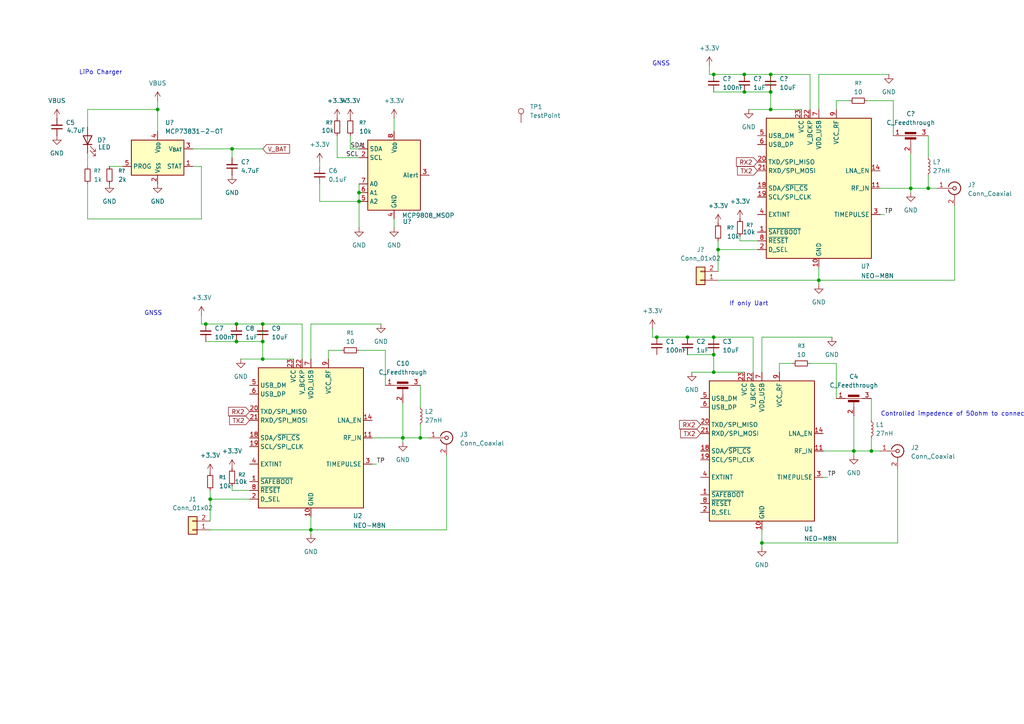
<source format=kicad_sch>
(kicad_sch
	(version 20250114)
	(generator "eeschema")
	(generator_version "9.0")
	(uuid "9841acd6-84c9-43b3-bb27-06c48da1b9d4")
	(paper "A4")
	(lib_symbols
		(symbol "Battery_Management:MCP73831-2-OT"
			(exclude_from_sim no)
			(in_bom yes)
			(on_board yes)
			(property "Reference" "U"
				(at -7.62 6.35 0)
				(effects
					(font
						(size 1.27 1.27)
					)
					(justify left)
				)
			)
			(property "Value" "MCP73831-2-OT"
				(at 1.27 6.35 0)
				(effects
					(font
						(size 1.27 1.27)
					)
					(justify left)
				)
			)
			(property "Footprint" "Package_TO_SOT_SMD:SOT-23-5"
				(at 1.27 -6.35 0)
				(effects
					(font
						(size 1.27 1.27)
						(italic yes)
					)
					(justify left)
					(hide yes)
				)
			)
			(property "Datasheet" "http://ww1.microchip.com/downloads/en/DeviceDoc/20001984g.pdf"
				(at 0 -18.288 0)
				(effects
					(font
						(size 1.27 1.27)
					)
					(hide yes)
				)
			)
			(property "Description" "Single cell, Li-Ion/Li-Po charge management controller, 4.20V, Tri-State Status Output, in SOT23-5 package"
				(at 0 0 0)
				(effects
					(font
						(size 1.27 1.27)
					)
					(hide yes)
				)
			)
			(property "ki_keywords" "battery charger lithium"
				(at 0 0 0)
				(effects
					(font
						(size 1.27 1.27)
					)
					(hide yes)
				)
			)
			(property "ki_fp_filters" "SOT?23*"
				(at 0 0 0)
				(effects
					(font
						(size 1.27 1.27)
					)
					(hide yes)
				)
			)
			(symbol "MCP73831-2-OT_0_1"
				(rectangle
					(start -7.62 5.08)
					(end 7.62 -5.08)
					(stroke
						(width 0.254)
						(type default)
					)
					(fill
						(type background)
					)
				)
			)
			(symbol "MCP73831-2-OT_1_1"
				(pin input line
					(at -10.16 -2.54 0)
					(length 2.54)
					(name "PROG"
						(effects
							(font
								(size 1.27 1.27)
							)
						)
					)
					(number "5"
						(effects
							(font
								(size 1.27 1.27)
							)
						)
					)
				)
				(pin power_in line
					(at 0 7.62 270)
					(length 2.54)
					(name "V_{DD}"
						(effects
							(font
								(size 1.27 1.27)
							)
						)
					)
					(number "4"
						(effects
							(font
								(size 1.27 1.27)
							)
						)
					)
				)
				(pin power_in line
					(at 0 -7.62 90)
					(length 2.54)
					(name "V_{SS}"
						(effects
							(font
								(size 1.27 1.27)
							)
						)
					)
					(number "2"
						(effects
							(font
								(size 1.27 1.27)
							)
						)
					)
				)
				(pin power_out line
					(at 10.16 2.54 180)
					(length 2.54)
					(name "V_{BAT}"
						(effects
							(font
								(size 1.27 1.27)
							)
						)
					)
					(number "3"
						(effects
							(font
								(size 1.27 1.27)
							)
						)
					)
				)
				(pin tri_state line
					(at 10.16 -2.54 180)
					(length 2.54)
					(name "STAT"
						(effects
							(font
								(size 1.27 1.27)
							)
						)
					)
					(number "1"
						(effects
							(font
								(size 1.27 1.27)
							)
						)
					)
				)
			)
			(embedded_fonts no)
		)
		(symbol "Connector:Conn_Coaxial"
			(pin_names
				(offset 1.016)
				(hide yes)
			)
			(exclude_from_sim no)
			(in_bom yes)
			(on_board yes)
			(property "Reference" "J"
				(at 0.254 3.048 0)
				(effects
					(font
						(size 1.27 1.27)
					)
				)
			)
			(property "Value" "Conn_Coaxial"
				(at 2.921 0 90)
				(effects
					(font
						(size 1.27 1.27)
					)
				)
			)
			(property "Footprint" ""
				(at 0 0 0)
				(effects
					(font
						(size 1.27 1.27)
					)
					(hide yes)
				)
			)
			(property "Datasheet" "~"
				(at 0 0 0)
				(effects
					(font
						(size 1.27 1.27)
					)
					(hide yes)
				)
			)
			(property "Description" "coaxial connector (BNC, SMA, SMB, SMC, Cinch/RCA, LEMO, ...)"
				(at 0 0 0)
				(effects
					(font
						(size 1.27 1.27)
					)
					(hide yes)
				)
			)
			(property "ki_keywords" "BNC SMA SMB SMC LEMO coaxial connector CINCH RCA MCX MMCX U.FL UMRF"
				(at 0 0 0)
				(effects
					(font
						(size 1.27 1.27)
					)
					(hide yes)
				)
			)
			(property "ki_fp_filters" "*BNC* *SMA* *SMB* *SMC* *Cinch* *LEMO* *UMRF* *MCX* *U.FL*"
				(at 0 0 0)
				(effects
					(font
						(size 1.27 1.27)
					)
					(hide yes)
				)
			)
			(symbol "Conn_Coaxial_0_1"
				(polyline
					(pts
						(xy -2.54 0) (xy -0.508 0)
					)
					(stroke
						(width 0)
						(type default)
					)
					(fill
						(type none)
					)
				)
				(arc
					(start 1.778 0)
					(mid 0.222 -1.8079)
					(end -1.778 -0.508)
					(stroke
						(width 0.254)
						(type default)
					)
					(fill
						(type none)
					)
				)
				(arc
					(start -1.778 0.508)
					(mid 0.2221 1.8084)
					(end 1.778 0)
					(stroke
						(width 0.254)
						(type default)
					)
					(fill
						(type none)
					)
				)
				(circle
					(center 0 0)
					(radius 0.508)
					(stroke
						(width 0.2032)
						(type default)
					)
					(fill
						(type none)
					)
				)
				(polyline
					(pts
						(xy 0 -2.54) (xy 0 -1.778)
					)
					(stroke
						(width 0)
						(type default)
					)
					(fill
						(type none)
					)
				)
			)
			(symbol "Conn_Coaxial_1_1"
				(pin passive line
					(at -5.08 0 0)
					(length 2.54)
					(name "In"
						(effects
							(font
								(size 1.27 1.27)
							)
						)
					)
					(number "1"
						(effects
							(font
								(size 1.27 1.27)
							)
						)
					)
				)
				(pin passive line
					(at 0 -5.08 90)
					(length 2.54)
					(name "Ext"
						(effects
							(font
								(size 1.27 1.27)
							)
						)
					)
					(number "2"
						(effects
							(font
								(size 1.27 1.27)
							)
						)
					)
				)
			)
			(embedded_fonts no)
		)
		(symbol "Connector:TestPoint"
			(pin_numbers
				(hide yes)
			)
			(pin_names
				(offset 0.762)
				(hide yes)
			)
			(exclude_from_sim no)
			(in_bom yes)
			(on_board yes)
			(property "Reference" "TP"
				(at 0 6.858 0)
				(effects
					(font
						(size 1.27 1.27)
					)
				)
			)
			(property "Value" "TestPoint"
				(at 0 5.08 0)
				(effects
					(font
						(size 1.27 1.27)
					)
				)
			)
			(property "Footprint" ""
				(at 5.08 0 0)
				(effects
					(font
						(size 1.27 1.27)
					)
					(hide yes)
				)
			)
			(property "Datasheet" "~"
				(at 5.08 0 0)
				(effects
					(font
						(size 1.27 1.27)
					)
					(hide yes)
				)
			)
			(property "Description" "test point"
				(at 0 0 0)
				(effects
					(font
						(size 1.27 1.27)
					)
					(hide yes)
				)
			)
			(property "ki_keywords" "test point tp"
				(at 0 0 0)
				(effects
					(font
						(size 1.27 1.27)
					)
					(hide yes)
				)
			)
			(property "ki_fp_filters" "Pin* Test*"
				(at 0 0 0)
				(effects
					(font
						(size 1.27 1.27)
					)
					(hide yes)
				)
			)
			(symbol "TestPoint_0_1"
				(circle
					(center 0 3.302)
					(radius 0.762)
					(stroke
						(width 0)
						(type default)
					)
					(fill
						(type none)
					)
				)
			)
			(symbol "TestPoint_1_1"
				(pin passive line
					(at 0 0 90)
					(length 2.54)
					(name "1"
						(effects
							(font
								(size 1.27 1.27)
							)
						)
					)
					(number "1"
						(effects
							(font
								(size 1.27 1.27)
							)
						)
					)
				)
			)
			(embedded_fonts no)
		)
		(symbol "Connector_Generic:Conn_01x02"
			(pin_names
				(offset 1.016)
				(hide yes)
			)
			(exclude_from_sim no)
			(in_bom yes)
			(on_board yes)
			(property "Reference" "J"
				(at 0 2.54 0)
				(effects
					(font
						(size 1.27 1.27)
					)
				)
			)
			(property "Value" "Conn_01x02"
				(at 0 -5.08 0)
				(effects
					(font
						(size 1.27 1.27)
					)
				)
			)
			(property "Footprint" ""
				(at 0 0 0)
				(effects
					(font
						(size 1.27 1.27)
					)
					(hide yes)
				)
			)
			(property "Datasheet" "~"
				(at 0 0 0)
				(effects
					(font
						(size 1.27 1.27)
					)
					(hide yes)
				)
			)
			(property "Description" "Generic connector, single row, 01x02, script generated (kicad-library-utils/schlib/autogen/connector/)"
				(at 0 0 0)
				(effects
					(font
						(size 1.27 1.27)
					)
					(hide yes)
				)
			)
			(property "ki_keywords" "connector"
				(at 0 0 0)
				(effects
					(font
						(size 1.27 1.27)
					)
					(hide yes)
				)
			)
			(property "ki_fp_filters" "Connector*:*_1x??_*"
				(at 0 0 0)
				(effects
					(font
						(size 1.27 1.27)
					)
					(hide yes)
				)
			)
			(symbol "Conn_01x02_1_1"
				(rectangle
					(start -1.27 1.27)
					(end 1.27 -3.81)
					(stroke
						(width 0.254)
						(type default)
					)
					(fill
						(type background)
					)
				)
				(rectangle
					(start -1.27 0.127)
					(end 0 -0.127)
					(stroke
						(width 0.1524)
						(type default)
					)
					(fill
						(type none)
					)
				)
				(rectangle
					(start -1.27 -2.413)
					(end 0 -2.667)
					(stroke
						(width 0.1524)
						(type default)
					)
					(fill
						(type none)
					)
				)
				(pin passive line
					(at -5.08 0 0)
					(length 3.81)
					(name "Pin_1"
						(effects
							(font
								(size 1.27 1.27)
							)
						)
					)
					(number "1"
						(effects
							(font
								(size 1.27 1.27)
							)
						)
					)
				)
				(pin passive line
					(at -5.08 -2.54 0)
					(length 3.81)
					(name "Pin_2"
						(effects
							(font
								(size 1.27 1.27)
							)
						)
					)
					(number "2"
						(effects
							(font
								(size 1.27 1.27)
							)
						)
					)
				)
			)
			(embedded_fonts no)
		)
		(symbol "Device:C_Feedthrough"
			(pin_names
				(offset 0.254)
				(hide yes)
			)
			(exclude_from_sim no)
			(in_bom yes)
			(on_board yes)
			(property "Reference" "C"
				(at 0 7.62 0)
				(effects
					(font
						(size 1.27 1.27)
					)
				)
			)
			(property "Value" "C_Feedthrough"
				(at 0 5.715 0)
				(effects
					(font
						(size 1.27 1.27)
					)
				)
			)
			(property "Footprint" ""
				(at 0 0 90)
				(effects
					(font
						(size 1.27 1.27)
					)
					(hide yes)
				)
			)
			(property "Datasheet" "~"
				(at 0 0 90)
				(effects
					(font
						(size 1.27 1.27)
					)
					(hide yes)
				)
			)
			(property "Description" "Feedthrough capacitor"
				(at 0 0 0)
				(effects
					(font
						(size 1.27 1.27)
					)
					(hide yes)
				)
			)
			(property "ki_keywords" "EMI filter feedthrough capacitor"
				(at 0 0 0)
				(effects
					(font
						(size 1.27 1.27)
					)
					(hide yes)
				)
			)
			(symbol "C_Feedthrough_0_1"
				(polyline
					(pts
						(xy -2.54 2.54) (xy 2.54 2.54)
					)
					(stroke
						(width 0)
						(type default)
					)
					(fill
						(type none)
					)
				)
				(rectangle
					(start -1.651 1.524)
					(end 1.524 2.032)
					(stroke
						(width 0)
						(type default)
					)
					(fill
						(type outline)
					)
				)
				(polyline
					(pts
						(xy 0 0) (xy 0 1.778)
					)
					(stroke
						(width 0)
						(type default)
					)
					(fill
						(type none)
					)
				)
				(rectangle
					(start 1.524 3.048)
					(end -1.651 3.556)
					(stroke
						(width 0)
						(type default)
					)
					(fill
						(type outline)
					)
				)
			)
			(symbol "C_Feedthrough_1_1"
				(pin passive line
					(at -5.08 2.54 0)
					(length 2.54)
					(name "1"
						(effects
							(font
								(size 1.27 1.27)
							)
						)
					)
					(number "1"
						(effects
							(font
								(size 1.27 1.27)
							)
						)
					)
				)
				(pin passive line
					(at 0 -2.54 90)
					(length 2.54)
					(name "2"
						(effects
							(font
								(size 1.27 1.27)
							)
						)
					)
					(number "2"
						(effects
							(font
								(size 1.27 1.27)
							)
						)
					)
				)
				(pin passive line
					(at 5.08 2.54 180)
					(length 2.54)
					(name "3"
						(effects
							(font
								(size 1.27 1.27)
							)
						)
					)
					(number "3"
						(effects
							(font
								(size 1.27 1.27)
							)
						)
					)
				)
			)
			(embedded_fonts no)
		)
		(symbol "Device:C_Small"
			(pin_numbers
				(hide yes)
			)
			(pin_names
				(offset 0.254)
				(hide yes)
			)
			(exclude_from_sim no)
			(in_bom yes)
			(on_board yes)
			(property "Reference" "C"
				(at 0.254 1.778 0)
				(effects
					(font
						(size 1.27 1.27)
					)
					(justify left)
				)
			)
			(property "Value" "C_Small"
				(at 0.254 -2.032 0)
				(effects
					(font
						(size 1.27 1.27)
					)
					(justify left)
				)
			)
			(property "Footprint" ""
				(at 0 0 0)
				(effects
					(font
						(size 1.27 1.27)
					)
					(hide yes)
				)
			)
			(property "Datasheet" "~"
				(at 0 0 0)
				(effects
					(font
						(size 1.27 1.27)
					)
					(hide yes)
				)
			)
			(property "Description" "Unpolarized capacitor, small symbol"
				(at 0 0 0)
				(effects
					(font
						(size 1.27 1.27)
					)
					(hide yes)
				)
			)
			(property "ki_keywords" "capacitor cap"
				(at 0 0 0)
				(effects
					(font
						(size 1.27 1.27)
					)
					(hide yes)
				)
			)
			(property "ki_fp_filters" "C_*"
				(at 0 0 0)
				(effects
					(font
						(size 1.27 1.27)
					)
					(hide yes)
				)
			)
			(symbol "C_Small_0_1"
				(polyline
					(pts
						(xy -1.524 0.508) (xy 1.524 0.508)
					)
					(stroke
						(width 0.3048)
						(type default)
					)
					(fill
						(type none)
					)
				)
				(polyline
					(pts
						(xy -1.524 -0.508) (xy 1.524 -0.508)
					)
					(stroke
						(width 0.3302)
						(type default)
					)
					(fill
						(type none)
					)
				)
			)
			(symbol "C_Small_1_1"
				(pin passive line
					(at 0 2.54 270)
					(length 2.032)
					(name "~"
						(effects
							(font
								(size 1.27 1.27)
							)
						)
					)
					(number "1"
						(effects
							(font
								(size 1.27 1.27)
							)
						)
					)
				)
				(pin passive line
					(at 0 -2.54 90)
					(length 2.032)
					(name "~"
						(effects
							(font
								(size 1.27 1.27)
							)
						)
					)
					(number "2"
						(effects
							(font
								(size 1.27 1.27)
							)
						)
					)
				)
			)
			(embedded_fonts no)
		)
		(symbol "Device:LED"
			(pin_numbers
				(hide yes)
			)
			(pin_names
				(offset 1.016)
				(hide yes)
			)
			(exclude_from_sim no)
			(in_bom yes)
			(on_board yes)
			(property "Reference" "D"
				(at 0 2.54 0)
				(effects
					(font
						(size 1.27 1.27)
					)
				)
			)
			(property "Value" "LED"
				(at 0 -2.54 0)
				(effects
					(font
						(size 1.27 1.27)
					)
				)
			)
			(property "Footprint" ""
				(at 0 0 0)
				(effects
					(font
						(size 1.27 1.27)
					)
					(hide yes)
				)
			)
			(property "Datasheet" "~"
				(at 0 0 0)
				(effects
					(font
						(size 1.27 1.27)
					)
					(hide yes)
				)
			)
			(property "Description" "Light emitting diode"
				(at 0 0 0)
				(effects
					(font
						(size 1.27 1.27)
					)
					(hide yes)
				)
			)
			(property "Sim.Pins" "1=K 2=A"
				(at 0 0 0)
				(effects
					(font
						(size 1.27 1.27)
					)
					(hide yes)
				)
			)
			(property "ki_keywords" "LED diode"
				(at 0 0 0)
				(effects
					(font
						(size 1.27 1.27)
					)
					(hide yes)
				)
			)
			(property "ki_fp_filters" "LED* LED_SMD:* LED_THT:*"
				(at 0 0 0)
				(effects
					(font
						(size 1.27 1.27)
					)
					(hide yes)
				)
			)
			(symbol "LED_0_1"
				(polyline
					(pts
						(xy -3.048 -0.762) (xy -4.572 -2.286) (xy -3.81 -2.286) (xy -4.572 -2.286) (xy -4.572 -1.524)
					)
					(stroke
						(width 0)
						(type default)
					)
					(fill
						(type none)
					)
				)
				(polyline
					(pts
						(xy -1.778 -0.762) (xy -3.302 -2.286) (xy -2.54 -2.286) (xy -3.302 -2.286) (xy -3.302 -1.524)
					)
					(stroke
						(width 0)
						(type default)
					)
					(fill
						(type none)
					)
				)
				(polyline
					(pts
						(xy -1.27 0) (xy 1.27 0)
					)
					(stroke
						(width 0)
						(type default)
					)
					(fill
						(type none)
					)
				)
				(polyline
					(pts
						(xy -1.27 -1.27) (xy -1.27 1.27)
					)
					(stroke
						(width 0.254)
						(type default)
					)
					(fill
						(type none)
					)
				)
				(polyline
					(pts
						(xy 1.27 -1.27) (xy 1.27 1.27) (xy -1.27 0) (xy 1.27 -1.27)
					)
					(stroke
						(width 0.254)
						(type default)
					)
					(fill
						(type none)
					)
				)
			)
			(symbol "LED_1_1"
				(pin passive line
					(at -3.81 0 0)
					(length 2.54)
					(name "K"
						(effects
							(font
								(size 1.27 1.27)
							)
						)
					)
					(number "1"
						(effects
							(font
								(size 1.27 1.27)
							)
						)
					)
				)
				(pin passive line
					(at 3.81 0 180)
					(length 2.54)
					(name "A"
						(effects
							(font
								(size 1.27 1.27)
							)
						)
					)
					(number "2"
						(effects
							(font
								(size 1.27 1.27)
							)
						)
					)
				)
			)
			(embedded_fonts no)
		)
		(symbol "Device:L_Small"
			(pin_numbers
				(hide yes)
			)
			(pin_names
				(offset 0.254)
				(hide yes)
			)
			(exclude_from_sim no)
			(in_bom yes)
			(on_board yes)
			(property "Reference" "L"
				(at 0.762 1.016 0)
				(effects
					(font
						(size 1.27 1.27)
					)
					(justify left)
				)
			)
			(property "Value" "L_Small"
				(at 0.762 -1.016 0)
				(effects
					(font
						(size 1.27 1.27)
					)
					(justify left)
				)
			)
			(property "Footprint" ""
				(at 0 0 0)
				(effects
					(font
						(size 1.27 1.27)
					)
					(hide yes)
				)
			)
			(property "Datasheet" "~"
				(at 0 0 0)
				(effects
					(font
						(size 1.27 1.27)
					)
					(hide yes)
				)
			)
			(property "Description" "Inductor, small symbol"
				(at 0 0 0)
				(effects
					(font
						(size 1.27 1.27)
					)
					(hide yes)
				)
			)
			(property "ki_keywords" "inductor choke coil reactor magnetic"
				(at 0 0 0)
				(effects
					(font
						(size 1.27 1.27)
					)
					(hide yes)
				)
			)
			(property "ki_fp_filters" "Choke_* *Coil* Inductor_* L_*"
				(at 0 0 0)
				(effects
					(font
						(size 1.27 1.27)
					)
					(hide yes)
				)
			)
			(symbol "L_Small_0_1"
				(arc
					(start 0 2.032)
					(mid 0.5058 1.524)
					(end 0 1.016)
					(stroke
						(width 0)
						(type default)
					)
					(fill
						(type none)
					)
				)
				(arc
					(start 0 1.016)
					(mid 0.5058 0.508)
					(end 0 0)
					(stroke
						(width 0)
						(type default)
					)
					(fill
						(type none)
					)
				)
				(arc
					(start 0 0)
					(mid 0.5058 -0.508)
					(end 0 -1.016)
					(stroke
						(width 0)
						(type default)
					)
					(fill
						(type none)
					)
				)
				(arc
					(start 0 -1.016)
					(mid 0.5058 -1.524)
					(end 0 -2.032)
					(stroke
						(width 0)
						(type default)
					)
					(fill
						(type none)
					)
				)
			)
			(symbol "L_Small_1_1"
				(pin passive line
					(at 0 2.54 270)
					(length 0.508)
					(name "~"
						(effects
							(font
								(size 1.27 1.27)
							)
						)
					)
					(number "1"
						(effects
							(font
								(size 1.27 1.27)
							)
						)
					)
				)
				(pin passive line
					(at 0 -2.54 90)
					(length 0.508)
					(name "~"
						(effects
							(font
								(size 1.27 1.27)
							)
						)
					)
					(number "2"
						(effects
							(font
								(size 1.27 1.27)
							)
						)
					)
				)
			)
			(embedded_fonts no)
		)
		(symbol "Device:R_Small"
			(pin_numbers
				(hide yes)
			)
			(pin_names
				(offset 0.254)
				(hide yes)
			)
			(exclude_from_sim no)
			(in_bom yes)
			(on_board yes)
			(property "Reference" "R"
				(at 0 0 90)
				(effects
					(font
						(size 1.016 1.016)
					)
				)
			)
			(property "Value" "R_Small"
				(at 1.778 0 90)
				(effects
					(font
						(size 1.27 1.27)
					)
				)
			)
			(property "Footprint" ""
				(at 0 0 0)
				(effects
					(font
						(size 1.27 1.27)
					)
					(hide yes)
				)
			)
			(property "Datasheet" "~"
				(at 0 0 0)
				(effects
					(font
						(size 1.27 1.27)
					)
					(hide yes)
				)
			)
			(property "Description" "Resistor, small symbol"
				(at 0 0 0)
				(effects
					(font
						(size 1.27 1.27)
					)
					(hide yes)
				)
			)
			(property "ki_keywords" "R resistor"
				(at 0 0 0)
				(effects
					(font
						(size 1.27 1.27)
					)
					(hide yes)
				)
			)
			(property "ki_fp_filters" "R_*"
				(at 0 0 0)
				(effects
					(font
						(size 1.27 1.27)
					)
					(hide yes)
				)
			)
			(symbol "R_Small_0_1"
				(rectangle
					(start -0.762 1.778)
					(end 0.762 -1.778)
					(stroke
						(width 0.2032)
						(type default)
					)
					(fill
						(type none)
					)
				)
			)
			(symbol "R_Small_1_1"
				(pin passive line
					(at 0 2.54 270)
					(length 0.762)
					(name "~"
						(effects
							(font
								(size 1.27 1.27)
							)
						)
					)
					(number "1"
						(effects
							(font
								(size 1.27 1.27)
							)
						)
					)
				)
				(pin passive line
					(at 0 -2.54 90)
					(length 0.762)
					(name "~"
						(effects
							(font
								(size 1.27 1.27)
							)
						)
					)
					(number "2"
						(effects
							(font
								(size 1.27 1.27)
							)
						)
					)
				)
			)
			(embedded_fonts no)
		)
		(symbol "GND_1"
			(power)
			(pin_numbers
				(hide yes)
			)
			(pin_names
				(offset 0)
				(hide yes)
			)
			(exclude_from_sim no)
			(in_bom yes)
			(on_board yes)
			(property "Reference" "#PWR"
				(at 0 -6.35 0)
				(effects
					(font
						(size 1.27 1.27)
					)
					(hide yes)
				)
			)
			(property "Value" "GND"
				(at 0 -3.81 0)
				(effects
					(font
						(size 1.27 1.27)
					)
				)
			)
			(property "Footprint" ""
				(at 0 0 0)
				(effects
					(font
						(size 1.27 1.27)
					)
					(hide yes)
				)
			)
			(property "Datasheet" ""
				(at 0 0 0)
				(effects
					(font
						(size 1.27 1.27)
					)
					(hide yes)
				)
			)
			(property "Description" "Power symbol creates a global label with name \"GND\" , ground"
				(at 0 0 0)
				(effects
					(font
						(size 1.27 1.27)
					)
					(hide yes)
				)
			)
			(property "ki_keywords" "global power"
				(at 0 0 0)
				(effects
					(font
						(size 1.27 1.27)
					)
					(hide yes)
				)
			)
			(symbol "GND_1_0_1"
				(polyline
					(pts
						(xy 0 0) (xy 0 -1.27) (xy 1.27 -1.27) (xy 0 -2.54) (xy -1.27 -1.27) (xy 0 -1.27)
					)
					(stroke
						(width 0)
						(type default)
					)
					(fill
						(type none)
					)
				)
			)
			(symbol "GND_1_1_1"
				(pin power_in line
					(at 0 0 270)
					(length 0)
					(name "~"
						(effects
							(font
								(size 1.27 1.27)
							)
						)
					)
					(number "1"
						(effects
							(font
								(size 1.27 1.27)
							)
						)
					)
				)
			)
			(embedded_fonts no)
		)
		(symbol "GND_2"
			(power)
			(pin_numbers
				(hide yes)
			)
			(pin_names
				(offset 0)
				(hide yes)
			)
			(exclude_from_sim no)
			(in_bom yes)
			(on_board yes)
			(property "Reference" "#PWR"
				(at 0 -6.35 0)
				(effects
					(font
						(size 1.27 1.27)
					)
					(hide yes)
				)
			)
			(property "Value" "GND"
				(at 0 -3.81 0)
				(effects
					(font
						(size 1.27 1.27)
					)
				)
			)
			(property "Footprint" ""
				(at 0 0 0)
				(effects
					(font
						(size 1.27 1.27)
					)
					(hide yes)
				)
			)
			(property "Datasheet" ""
				(at 0 0 0)
				(effects
					(font
						(size 1.27 1.27)
					)
					(hide yes)
				)
			)
			(property "Description" "Power symbol creates a global label with name \"GND\" , ground"
				(at 0 0 0)
				(effects
					(font
						(size 1.27 1.27)
					)
					(hide yes)
				)
			)
			(property "ki_keywords" "global power"
				(at 0 0 0)
				(effects
					(font
						(size 1.27 1.27)
					)
					(hide yes)
				)
			)
			(symbol "GND_2_0_1"
				(polyline
					(pts
						(xy 0 0) (xy 0 -1.27) (xy 1.27 -1.27) (xy 0 -2.54) (xy -1.27 -1.27) (xy 0 -1.27)
					)
					(stroke
						(width 0)
						(type default)
					)
					(fill
						(type none)
					)
				)
			)
			(symbol "GND_2_1_1"
				(pin power_in line
					(at 0 0 270)
					(length 0)
					(name "~"
						(effects
							(font
								(size 1.27 1.27)
							)
						)
					)
					(number "1"
						(effects
							(font
								(size 1.27 1.27)
							)
						)
					)
				)
			)
			(embedded_fonts no)
		)
		(symbol "GND_3"
			(power)
			(pin_numbers
				(hide yes)
			)
			(pin_names
				(offset 0)
				(hide yes)
			)
			(exclude_from_sim no)
			(in_bom yes)
			(on_board yes)
			(property "Reference" "#PWR"
				(at 0 -6.35 0)
				(effects
					(font
						(size 1.27 1.27)
					)
					(hide yes)
				)
			)
			(property "Value" "GND"
				(at 0 -3.81 0)
				(effects
					(font
						(size 1.27 1.27)
					)
				)
			)
			(property "Footprint" ""
				(at 0 0 0)
				(effects
					(font
						(size 1.27 1.27)
					)
					(hide yes)
				)
			)
			(property "Datasheet" ""
				(at 0 0 0)
				(effects
					(font
						(size 1.27 1.27)
					)
					(hide yes)
				)
			)
			(property "Description" "Power symbol creates a global label with name \"GND\" , ground"
				(at 0 0 0)
				(effects
					(font
						(size 1.27 1.27)
					)
					(hide yes)
				)
			)
			(property "ki_keywords" "global power"
				(at 0 0 0)
				(effects
					(font
						(size 1.27 1.27)
					)
					(hide yes)
				)
			)
			(symbol "GND_3_0_1"
				(polyline
					(pts
						(xy 0 0) (xy 0 -1.27) (xy 1.27 -1.27) (xy 0 -2.54) (xy -1.27 -1.27) (xy 0 -1.27)
					)
					(stroke
						(width 0)
						(type default)
					)
					(fill
						(type none)
					)
				)
			)
			(symbol "GND_3_1_1"
				(pin power_in line
					(at 0 0 270)
					(length 0)
					(name "~"
						(effects
							(font
								(size 1.27 1.27)
							)
						)
					)
					(number "1"
						(effects
							(font
								(size 1.27 1.27)
							)
						)
					)
				)
			)
			(embedded_fonts no)
		)
		(symbol "RF_GPS:NEO-M8N"
			(exclude_from_sim no)
			(in_bom yes)
			(on_board yes)
			(property "Reference" "U"
				(at -13.97 21.59 0)
				(effects
					(font
						(size 1.27 1.27)
					)
				)
			)
			(property "Value" "NEO-M8N"
				(at 11.43 21.59 0)
				(effects
					(font
						(size 1.27 1.27)
					)
				)
			)
			(property "Footprint" "RF_GPS:ublox_NEO"
				(at 10.16 -21.59 0)
				(effects
					(font
						(size 1.27 1.27)
					)
					(hide yes)
				)
			)
			(property "Datasheet" "https://content.u-blox.com/sites/default/files/NEO-M8-FW3_DataSheet_UBX-15031086.pdf"
				(at 0 0 0)
				(effects
					(font
						(size 1.27 1.27)
					)
					(hide yes)
				)
			)
			(property "Description" "GNSS Module NEO M8, VCC 2.7V to 3.6V"
				(at 0 0 0)
				(effects
					(font
						(size 1.27 1.27)
					)
					(hide yes)
				)
			)
			(property "ki_keywords" "ublox GPS GNSS module"
				(at 0 0 0)
				(effects
					(font
						(size 1.27 1.27)
					)
					(hide yes)
				)
			)
			(property "ki_fp_filters" "ublox*NEO*"
				(at 0 0 0)
				(effects
					(font
						(size 1.27 1.27)
					)
					(hide yes)
				)
			)
			(symbol "NEO-M8N_0_1"
				(rectangle
					(start -15.24 20.32)
					(end 15.24 -20.32)
					(stroke
						(width 0.254)
						(type default)
					)
					(fill
						(type background)
					)
				)
			)
			(symbol "NEO-M8N_1_1"
				(pin bidirectional line
					(at -17.78 15.24 0)
					(length 2.54)
					(name "USB_DM"
						(effects
							(font
								(size 1.27 1.27)
							)
						)
					)
					(number "5"
						(effects
							(font
								(size 1.27 1.27)
							)
						)
					)
				)
				(pin bidirectional line
					(at -17.78 12.7 0)
					(length 2.54)
					(name "USB_DP"
						(effects
							(font
								(size 1.27 1.27)
							)
						)
					)
					(number "6"
						(effects
							(font
								(size 1.27 1.27)
							)
						)
					)
				)
				(pin output line
					(at -17.78 7.62 0)
					(length 2.54)
					(name "TXD/SPI_MISO"
						(effects
							(font
								(size 1.27 1.27)
							)
						)
					)
					(number "20"
						(effects
							(font
								(size 1.27 1.27)
							)
						)
					)
				)
				(pin input line
					(at -17.78 5.08 0)
					(length 2.54)
					(name "RXD/SPI_MOSI"
						(effects
							(font
								(size 1.27 1.27)
							)
						)
					)
					(number "21"
						(effects
							(font
								(size 1.27 1.27)
							)
						)
					)
				)
				(pin bidirectional line
					(at -17.78 0 0)
					(length 2.54)
					(name "SDA/~{SPI_CS}"
						(effects
							(font
								(size 1.27 1.27)
							)
						)
					)
					(number "18"
						(effects
							(font
								(size 1.27 1.27)
							)
						)
					)
				)
				(pin input line
					(at -17.78 -2.54 0)
					(length 2.54)
					(name "SCL/SPI_CLK"
						(effects
							(font
								(size 1.27 1.27)
							)
						)
					)
					(number "19"
						(effects
							(font
								(size 1.27 1.27)
							)
						)
					)
				)
				(pin input line
					(at -17.78 -7.62 0)
					(length 2.54)
					(name "EXTINT"
						(effects
							(font
								(size 1.27 1.27)
							)
						)
					)
					(number "4"
						(effects
							(font
								(size 1.27 1.27)
							)
						)
					)
				)
				(pin input line
					(at -17.78 -12.7 0)
					(length 2.54)
					(name "~{SAFEBOOT}"
						(effects
							(font
								(size 1.27 1.27)
							)
						)
					)
					(number "1"
						(effects
							(font
								(size 1.27 1.27)
							)
						)
					)
				)
				(pin input line
					(at -17.78 -15.24 0)
					(length 2.54)
					(name "~{RESET}"
						(effects
							(font
								(size 1.27 1.27)
							)
						)
					)
					(number "8"
						(effects
							(font
								(size 1.27 1.27)
							)
						)
					)
				)
				(pin input line
					(at -17.78 -17.78 0)
					(length 2.54)
					(name "D_SEL"
						(effects
							(font
								(size 1.27 1.27)
							)
						)
					)
					(number "2"
						(effects
							(font
								(size 1.27 1.27)
							)
						)
					)
				)
				(pin power_in line
					(at -5.08 22.86 270)
					(length 2.54)
					(name "VCC"
						(effects
							(font
								(size 1.27 1.27)
							)
						)
					)
					(number "23"
						(effects
							(font
								(size 1.27 1.27)
							)
						)
					)
				)
				(pin power_in line
					(at -2.54 22.86 270)
					(length 2.54)
					(name "V_BCKP"
						(effects
							(font
								(size 1.27 1.27)
							)
						)
					)
					(number "22"
						(effects
							(font
								(size 1.27 1.27)
							)
						)
					)
				)
				(pin power_in line
					(at 0 22.86 270)
					(length 2.54)
					(name "VDD_USB"
						(effects
							(font
								(size 1.27 1.27)
							)
						)
					)
					(number "7"
						(effects
							(font
								(size 1.27 1.27)
							)
						)
					)
				)
				(pin power_in line
					(at 0 -22.86 90)
					(length 2.54)
					(name "GND"
						(effects
							(font
								(size 1.27 1.27)
							)
						)
					)
					(number "10"
						(effects
							(font
								(size 1.27 1.27)
							)
						)
					)
				)
				(pin passive line
					(at 0 -22.86 90)
					(length 2.54)
					(hide yes)
					(name "GND"
						(effects
							(font
								(size 1.27 1.27)
							)
						)
					)
					(number "12"
						(effects
							(font
								(size 1.27 1.27)
							)
						)
					)
				)
				(pin passive line
					(at 0 -22.86 90)
					(length 2.54)
					(hide yes)
					(name "GND"
						(effects
							(font
								(size 1.27 1.27)
							)
						)
					)
					(number "13"
						(effects
							(font
								(size 1.27 1.27)
							)
						)
					)
				)
				(pin passive line
					(at 0 -22.86 90)
					(length 2.54)
					(hide yes)
					(name "GND"
						(effects
							(font
								(size 1.27 1.27)
							)
						)
					)
					(number "24"
						(effects
							(font
								(size 1.27 1.27)
							)
						)
					)
				)
				(pin power_out line
					(at 5.08 22.86 270)
					(length 2.54)
					(name "VCC_RF"
						(effects
							(font
								(size 1.27 1.27)
							)
						)
					)
					(number "9"
						(effects
							(font
								(size 1.27 1.27)
							)
						)
					)
				)
				(pin no_connect line
					(at 15.24 -10.16 180)
					(length 2.54)
					(hide yes)
					(name "RESERVED"
						(effects
							(font
								(size 1.27 1.27)
							)
						)
					)
					(number "15"
						(effects
							(font
								(size 1.27 1.27)
							)
						)
					)
				)
				(pin no_connect line
					(at 15.24 -12.7 180)
					(length 2.54)
					(hide yes)
					(name "RESERVED"
						(effects
							(font
								(size 1.27 1.27)
							)
						)
					)
					(number "16"
						(effects
							(font
								(size 1.27 1.27)
							)
						)
					)
				)
				(pin no_connect line
					(at 15.24 -15.24 180)
					(length 2.54)
					(hide yes)
					(name "RESERVED"
						(effects
							(font
								(size 1.27 1.27)
							)
						)
					)
					(number "17"
						(effects
							(font
								(size 1.27 1.27)
							)
						)
					)
				)
				(pin output line
					(at 17.78 5.08 180)
					(length 2.54)
					(name "LNA_EN"
						(effects
							(font
								(size 1.27 1.27)
							)
						)
					)
					(number "14"
						(effects
							(font
								(size 1.27 1.27)
							)
						)
					)
				)
				(pin input line
					(at 17.78 0 180)
					(length 2.54)
					(name "RF_IN"
						(effects
							(font
								(size 1.27 1.27)
							)
						)
					)
					(number "11"
						(effects
							(font
								(size 1.27 1.27)
							)
						)
					)
				)
				(pin output line
					(at 17.78 -7.62 180)
					(length 2.54)
					(name "TIMEPULSE"
						(effects
							(font
								(size 1.27 1.27)
							)
						)
					)
					(number "3"
						(effects
							(font
								(size 1.27 1.27)
							)
						)
					)
				)
			)
			(embedded_fonts no)
		)
		(symbol "Sensor_Temperature:MCP9808_MSOP"
			(exclude_from_sim no)
			(in_bom yes)
			(on_board yes)
			(property "Reference" "U"
				(at -6.35 11.43 0)
				(effects
					(font
						(size 1.27 1.27)
					)
				)
			)
			(property "Value" "MCP9808_MSOP"
				(at 10.16 11.43 0)
				(effects
					(font
						(size 1.27 1.27)
					)
				)
			)
			(property "Footprint" "Package_SO:MSOP-8_3x3mm_P0.65mm"
				(at 0 0 0)
				(effects
					(font
						(size 1.27 1.27)
					)
					(hide yes)
				)
			)
			(property "Datasheet" "http://ww1.microchip.com/downloads/en/DeviceDoc/22203b.pdf"
				(at -6.35 11.43 0)
				(effects
					(font
						(size 1.27 1.27)
					)
					(hide yes)
				)
			)
			(property "Description" "±0.25°C (±0.5°C) Typical (Maximum), Digital Temperature Sensor, MSOP-8"
				(at 0 0 0)
				(effects
					(font
						(size 1.27 1.27)
					)
					(hide yes)
				)
			)
			(property "ki_keywords" "temperature sensor I2C"
				(at 0 0 0)
				(effects
					(font
						(size 1.27 1.27)
					)
					(hide yes)
				)
			)
			(property "ki_fp_filters" "MSOP*3x3mm*P0.65mm*"
				(at 0 0 0)
				(effects
					(font
						(size 1.27 1.27)
					)
					(hide yes)
				)
			)
			(symbol "MCP9808_MSOP_0_1"
				(rectangle
					(start -7.62 10.16)
					(end 7.62 -10.16)
					(stroke
						(width 0.254)
						(type default)
					)
					(fill
						(type background)
					)
				)
			)
			(symbol "MCP9808_MSOP_1_1"
				(pin bidirectional line
					(at -10.16 7.62 0)
					(length 2.54)
					(name "SDA"
						(effects
							(font
								(size 1.27 1.27)
							)
						)
					)
					(number "1"
						(effects
							(font
								(size 1.27 1.27)
							)
						)
					)
				)
				(pin input line
					(at -10.16 5.08 0)
					(length 2.54)
					(name "SCL"
						(effects
							(font
								(size 1.27 1.27)
							)
						)
					)
					(number "2"
						(effects
							(font
								(size 1.27 1.27)
							)
						)
					)
				)
				(pin input line
					(at -10.16 -2.54 0)
					(length 2.54)
					(name "A0"
						(effects
							(font
								(size 1.27 1.27)
							)
						)
					)
					(number "7"
						(effects
							(font
								(size 1.27 1.27)
							)
						)
					)
				)
				(pin input line
					(at -10.16 -5.08 0)
					(length 2.54)
					(name "A1"
						(effects
							(font
								(size 1.27 1.27)
							)
						)
					)
					(number "6"
						(effects
							(font
								(size 1.27 1.27)
							)
						)
					)
				)
				(pin input line
					(at -10.16 -7.62 0)
					(length 2.54)
					(name "A2"
						(effects
							(font
								(size 1.27 1.27)
							)
						)
					)
					(number "5"
						(effects
							(font
								(size 1.27 1.27)
							)
						)
					)
				)
				(pin power_in line
					(at 0 12.7 270)
					(length 2.54)
					(name "V_{DD}"
						(effects
							(font
								(size 1.27 1.27)
							)
						)
					)
					(number "8"
						(effects
							(font
								(size 1.27 1.27)
							)
						)
					)
				)
				(pin power_in line
					(at 0 -12.7 90)
					(length 2.54)
					(name "GND"
						(effects
							(font
								(size 1.27 1.27)
							)
						)
					)
					(number "4"
						(effects
							(font
								(size 1.27 1.27)
							)
						)
					)
				)
				(pin output line
					(at 10.16 0 180)
					(length 2.54)
					(name "Alert"
						(effects
							(font
								(size 1.27 1.27)
							)
						)
					)
					(number "3"
						(effects
							(font
								(size 1.27 1.27)
							)
						)
					)
				)
			)
			(embedded_fonts no)
		)
		(symbol "power:+3.3V"
			(power)
			(pin_numbers
				(hide yes)
			)
			(pin_names
				(offset 0)
				(hide yes)
			)
			(exclude_from_sim no)
			(in_bom yes)
			(on_board yes)
			(property "Reference" "#PWR"
				(at 0 -3.81 0)
				(effects
					(font
						(size 1.27 1.27)
					)
					(hide yes)
				)
			)
			(property "Value" "+3.3V"
				(at 0 3.556 0)
				(effects
					(font
						(size 1.27 1.27)
					)
				)
			)
			(property "Footprint" ""
				(at 0 0 0)
				(effects
					(font
						(size 1.27 1.27)
					)
					(hide yes)
				)
			)
			(property "Datasheet" ""
				(at 0 0 0)
				(effects
					(font
						(size 1.27 1.27)
					)
					(hide yes)
				)
			)
			(property "Description" "Power symbol creates a global label with name \"+3.3V\""
				(at 0 0 0)
				(effects
					(font
						(size 1.27 1.27)
					)
					(hide yes)
				)
			)
			(property "ki_keywords" "global power"
				(at 0 0 0)
				(effects
					(font
						(size 1.27 1.27)
					)
					(hide yes)
				)
			)
			(symbol "+3.3V_0_1"
				(polyline
					(pts
						(xy -0.762 1.27) (xy 0 2.54)
					)
					(stroke
						(width 0)
						(type default)
					)
					(fill
						(type none)
					)
				)
				(polyline
					(pts
						(xy 0 2.54) (xy 0.762 1.27)
					)
					(stroke
						(width 0)
						(type default)
					)
					(fill
						(type none)
					)
				)
				(polyline
					(pts
						(xy 0 0) (xy 0 2.54)
					)
					(stroke
						(width 0)
						(type default)
					)
					(fill
						(type none)
					)
				)
			)
			(symbol "+3.3V_1_1"
				(pin power_in line
					(at 0 0 90)
					(length 0)
					(name "~"
						(effects
							(font
								(size 1.27 1.27)
							)
						)
					)
					(number "1"
						(effects
							(font
								(size 1.27 1.27)
							)
						)
					)
				)
			)
			(embedded_fonts no)
		)
		(symbol "power:VBUS"
			(power)
			(pin_numbers
				(hide yes)
			)
			(pin_names
				(offset 0)
				(hide yes)
			)
			(exclude_from_sim no)
			(in_bom yes)
			(on_board yes)
			(property "Reference" "#PWR"
				(at 0 -3.81 0)
				(effects
					(font
						(size 1.27 1.27)
					)
					(hide yes)
				)
			)
			(property "Value" "VBUS"
				(at 0 3.556 0)
				(effects
					(font
						(size 1.27 1.27)
					)
				)
			)
			(property "Footprint" ""
				(at 0 0 0)
				(effects
					(font
						(size 1.27 1.27)
					)
					(hide yes)
				)
			)
			(property "Datasheet" ""
				(at 0 0 0)
				(effects
					(font
						(size 1.27 1.27)
					)
					(hide yes)
				)
			)
			(property "Description" "Power symbol creates a global label with name \"VBUS\""
				(at 0 0 0)
				(effects
					(font
						(size 1.27 1.27)
					)
					(hide yes)
				)
			)
			(property "ki_keywords" "global power"
				(at 0 0 0)
				(effects
					(font
						(size 1.27 1.27)
					)
					(hide yes)
				)
			)
			(symbol "VBUS_0_1"
				(polyline
					(pts
						(xy -0.762 1.27) (xy 0 2.54)
					)
					(stroke
						(width 0)
						(type default)
					)
					(fill
						(type none)
					)
				)
				(polyline
					(pts
						(xy 0 2.54) (xy 0.762 1.27)
					)
					(stroke
						(width 0)
						(type default)
					)
					(fill
						(type none)
					)
				)
				(polyline
					(pts
						(xy 0 0) (xy 0 2.54)
					)
					(stroke
						(width 0)
						(type default)
					)
					(fill
						(type none)
					)
				)
			)
			(symbol "VBUS_1_1"
				(pin power_in line
					(at 0 0 90)
					(length 0)
					(name "~"
						(effects
							(font
								(size 1.27 1.27)
							)
						)
					)
					(number "1"
						(effects
							(font
								(size 1.27 1.27)
							)
						)
					)
				)
			)
			(embedded_fonts no)
		)
	)
	(text "LiPo Charger"
		(exclude_from_sim no)
		(at 29.21 21.082 0)
		(effects
			(font
				(size 1.27 1.27)
			)
		)
		(uuid "11e849de-f044-457e-95e5-36308f1d4fb1")
	)
	(text "If only Uart"
		(exclude_from_sim no)
		(at 217.17 88.138 0)
		(effects
			(font
				(size 1.27 1.27)
			)
		)
		(uuid "92714711-ea0c-4d36-acab-0e5a21c74cda")
	)
	(text "GNSS"
		(exclude_from_sim no)
		(at 44.45 90.932 0)
		(effects
			(font
				(size 1.27 1.27)
			)
		)
		(uuid "a2b88a3b-8317-497a-bd0a-d310e59a82ea")
	)
	(text "GNSS"
		(exclude_from_sim no)
		(at 191.77 18.542 0)
		(effects
			(font
				(size 1.27 1.27)
			)
		)
		(uuid "cd94a5d3-9579-47c4-9af3-d61bbd52cd3f")
	)
	(text "Controlled impedence of 50ohm to connect RF_IN to antenna/connector"
		(exclude_from_sim no)
		(at 290.83 120.142 0)
		(effects
			(font
				(size 1.27 1.27)
			)
		)
		(uuid "d903f3d7-7ed9-4472-b363-9b9764ceaae0")
	)
	(junction
		(at 207.01 102.87)
		(diameter 0)
		(color 0 0 0 0)
		(uuid "013ca3d3-28f3-4ad2-9c90-513dbf4c49d4")
	)
	(junction
		(at 76.2 99.06)
		(diameter 0)
		(color 0 0 0 0)
		(uuid "0452ff51-34a9-47fe-9f87-0f510732b1ef")
	)
	(junction
		(at 207.01 21.59)
		(diameter 0)
		(color 0 0 0 0)
		(uuid "0adf1974-d3bc-41c9-bb30-b1631629ef99")
	)
	(junction
		(at 208.28 72.39)
		(diameter 0)
		(color 0 0 0 0)
		(uuid "2119c4d9-8bee-4f3c-bd36-c6c94c9dd2e6")
	)
	(junction
		(at 264.16 54.61)
		(diameter 0)
		(color 0 0 0 0)
		(uuid "2621f1b0-bf48-462b-a724-ae750a26fe34")
	)
	(junction
		(at 59.69 93.98)
		(diameter 0)
		(color 0 0 0 0)
		(uuid "2b1907eb-8035-4c8f-bc68-74b6338c661e")
	)
	(junction
		(at 121.92 127)
		(diameter 0)
		(color 0 0 0 0)
		(uuid "33f9be0e-bba7-475c-8cdc-6ecef250917d")
	)
	(junction
		(at 237.49 81.28)
		(diameter 0)
		(color 0 0 0 0)
		(uuid "3b477417-3cc7-4fb6-a7b6-f8306bd5c908")
	)
	(junction
		(at 60.96 144.78)
		(diameter 0)
		(color 0 0 0 0)
		(uuid "41e6337c-ea74-4466-9738-06d877c715b5")
	)
	(junction
		(at 67.31 43.18)
		(diameter 0)
		(color 0 0 0 0)
		(uuid "4eb9a9a0-5198-4cd7-94f3-def588bcee17")
	)
	(junction
		(at 90.17 153.67)
		(diameter 0)
		(color 0 0 0 0)
		(uuid "63e149b9-7eb3-4ec3-8302-b4ed2d3e74cf")
	)
	(junction
		(at 215.9 21.59)
		(diameter 0)
		(color 0 0 0 0)
		(uuid "6f7c65ba-eb63-4454-9f19-fc9e97665504")
	)
	(junction
		(at 45.72 31.75)
		(diameter 0)
		(color 0 0 0 0)
		(uuid "723937f2-7d2d-48b2-addb-5fece371c98d")
	)
	(junction
		(at 116.84 127)
		(diameter 0)
		(color 0 0 0 0)
		(uuid "735e6258-ec23-463a-9cf7-cfca05a846c4")
	)
	(junction
		(at 223.52 26.67)
		(diameter 0)
		(color 0 0 0 0)
		(uuid "79ef0afd-387e-4b81-936b-02d21beb7788")
	)
	(junction
		(at 207.01 107.95)
		(diameter 0)
		(color 0 0 0 0)
		(uuid "7a2aaa4e-bdd3-480c-a453-6076cb0fe2b8")
	)
	(junction
		(at 76.2 104.14)
		(diameter 0)
		(color 0 0 0 0)
		(uuid "7cde2a6d-b63b-4ccd-8f8d-bfb4dd68f641")
	)
	(junction
		(at 269.24 54.61)
		(diameter 0)
		(color 0 0 0 0)
		(uuid "80bf1975-8377-48d4-8b3e-4102d714633d")
	)
	(junction
		(at 104.14 55.88)
		(diameter 0)
		(color 0 0 0 0)
		(uuid "87494e83-4b38-454e-8127-263fc39a92cc")
	)
	(junction
		(at 199.39 97.79)
		(diameter 0)
		(color 0 0 0 0)
		(uuid "9f886b70-2a8d-410a-b99d-e87d2d40cce7")
	)
	(junction
		(at 76.2 93.98)
		(diameter 0)
		(color 0 0 0 0)
		(uuid "a2a54c62-0caf-4329-8f31-f8e278ea1090")
	)
	(junction
		(at 190.5 97.79)
		(diameter 0)
		(color 0 0 0 0)
		(uuid "ac60988f-e900-40a9-9267-e30cd58c488e")
	)
	(junction
		(at 215.9 26.67)
		(diameter 0)
		(color 0 0 0 0)
		(uuid "bcbcec15-3c5c-416f-81c7-c53c422b3189")
	)
	(junction
		(at 104.14 58.42)
		(diameter 0)
		(color 0 0 0 0)
		(uuid "c2425307-864f-4664-b392-edd615b417fc")
	)
	(junction
		(at 223.52 31.75)
		(diameter 0)
		(color 0 0 0 0)
		(uuid "c433f906-39e5-4398-a3e4-87cfb7d1bfad")
	)
	(junction
		(at 68.58 93.98)
		(diameter 0)
		(color 0 0 0 0)
		(uuid "c5eee7d9-07d4-4046-bb6e-667e090f2463")
	)
	(junction
		(at 223.52 21.59)
		(diameter 0)
		(color 0 0 0 0)
		(uuid "d7942cfd-aafe-41a1-a906-49d8a6dc1d4e")
	)
	(junction
		(at 247.65 130.81)
		(diameter 0)
		(color 0 0 0 0)
		(uuid "dcd52387-44b0-4bee-bfc6-5547c7eb50d4")
	)
	(junction
		(at 207.01 97.79)
		(diameter 0)
		(color 0 0 0 0)
		(uuid "dd45c377-2ab0-497a-8c7b-dd723cf8a080")
	)
	(junction
		(at 252.73 130.81)
		(diameter 0)
		(color 0 0 0 0)
		(uuid "e675eda0-1254-48d3-815e-91aa92c64d61")
	)
	(junction
		(at 68.58 99.06)
		(diameter 0)
		(color 0 0 0 0)
		(uuid "edcdac8b-58b1-46bf-99e1-99cb4cffa120")
	)
	(junction
		(at 220.98 157.48)
		(diameter 0)
		(color 0 0 0 0)
		(uuid "fa7c1876-3e0f-4a74-b7a6-baac68a79b86")
	)
	(wire
		(pts
			(xy 251.46 29.21) (xy 259.08 29.21)
		)
		(stroke
			(width 0)
			(type default)
		)
		(uuid "03432de9-ac90-4e48-a35e-9e1a2a09d47d")
	)
	(wire
		(pts
			(xy 237.49 77.47) (xy 237.49 81.28)
		)
		(stroke
			(width 0)
			(type default)
		)
		(uuid "03cc877e-1374-44b4-a807-dc1d9b5ab74e")
	)
	(wire
		(pts
			(xy 76.2 43.18) (xy 67.31 43.18)
		)
		(stroke
			(width 0)
			(type default)
		)
		(uuid "07456197-184e-4e43-83fe-e6febb573a16")
	)
	(wire
		(pts
			(xy 215.9 26.67) (xy 207.01 26.67)
		)
		(stroke
			(width 0)
			(type default)
		)
		(uuid "07595695-d5c1-4283-8255-4ae6b88caabc")
	)
	(wire
		(pts
			(xy 242.57 105.41) (xy 242.57 115.57)
		)
		(stroke
			(width 0)
			(type default)
		)
		(uuid "075dd9b7-d070-4852-9040-9877e61c5ce0")
	)
	(wire
		(pts
			(xy 242.57 29.21) (xy 246.38 29.21)
		)
		(stroke
			(width 0)
			(type default)
		)
		(uuid "093e8d60-55c5-4624-b674-5ffa09215da1")
	)
	(wire
		(pts
			(xy 90.17 149.86) (xy 90.17 153.67)
		)
		(stroke
			(width 0)
			(type default)
		)
		(uuid "09fcac63-8dd0-44b3-a2d3-f99939cdfd35")
	)
	(wire
		(pts
			(xy 101.6 39.37) (xy 101.6 43.18)
		)
		(stroke
			(width 0)
			(type default)
		)
		(uuid "0bd9d06e-5093-478a-8695-565ac961881f")
	)
	(wire
		(pts
			(xy 237.49 81.28) (xy 237.49 82.55)
		)
		(stroke
			(width 0)
			(type default)
		)
		(uuid "0eb58515-5974-42be-a71e-f872afb23cca")
	)
	(wire
		(pts
			(xy 104.14 53.34) (xy 104.14 55.88)
		)
		(stroke
			(width 0)
			(type default)
		)
		(uuid "10ca678d-8f45-403c-964c-0ba8110445b2")
	)
	(wire
		(pts
			(xy 269.24 50.8) (xy 269.24 54.61)
		)
		(stroke
			(width 0)
			(type default)
		)
		(uuid "14214a32-1870-42a3-8456-952b35f2a46a")
	)
	(wire
		(pts
			(xy 121.92 111.76) (xy 121.92 118.11)
		)
		(stroke
			(width 0)
			(type default)
		)
		(uuid "145a8fdc-10e9-4adb-bcc1-895e38266857")
	)
	(wire
		(pts
			(xy 68.58 93.98) (xy 76.2 93.98)
		)
		(stroke
			(width 0)
			(type default)
		)
		(uuid "15466718-df28-43c7-98a5-124d7eb28bbe")
	)
	(wire
		(pts
			(xy 220.98 153.67) (xy 220.98 157.48)
		)
		(stroke
			(width 0)
			(type default)
		)
		(uuid "17b0dc9a-2059-415a-a866-b4b50ebff77d")
	)
	(wire
		(pts
			(xy 255.27 62.23) (xy 256.54 62.23)
		)
		(stroke
			(width 0)
			(type default)
		)
		(uuid "1c110077-3ffb-406e-b4f7-5a59d165074b")
	)
	(wire
		(pts
			(xy 242.57 31.75) (xy 242.57 29.21)
		)
		(stroke
			(width 0)
			(type default)
		)
		(uuid "1e1a396f-672b-4d22-9213-877828ec5a48")
	)
	(wire
		(pts
			(xy 214.63 69.85) (xy 214.63 68.58)
		)
		(stroke
			(width 0)
			(type default)
		)
		(uuid "1f538556-f9b4-4ca2-8ed1-99330aee6366")
	)
	(wire
		(pts
			(xy 45.72 31.75) (xy 25.4 31.75)
		)
		(stroke
			(width 0)
			(type default)
		)
		(uuid "2508a337-a639-482c-8175-68d0458d409c")
	)
	(wire
		(pts
			(xy 223.52 26.67) (xy 223.52 31.75)
		)
		(stroke
			(width 0)
			(type default)
		)
		(uuid "262d3814-76b8-48d6-b8a2-4f4152c37d66")
	)
	(wire
		(pts
			(xy 260.35 157.48) (xy 220.98 157.48)
		)
		(stroke
			(width 0)
			(type default)
		)
		(uuid "28883377-ac72-4c16-af05-a5da2b548f96")
	)
	(wire
		(pts
			(xy 59.69 93.98) (xy 68.58 93.98)
		)
		(stroke
			(width 0)
			(type default)
		)
		(uuid "2ab92807-41b6-4077-844a-63640d03f4c7")
	)
	(wire
		(pts
			(xy 252.73 127) (xy 252.73 130.81)
		)
		(stroke
			(width 0)
			(type default)
		)
		(uuid "2bb8c054-5257-4953-990a-0426babe010b")
	)
	(wire
		(pts
			(xy 25.4 31.75) (xy 25.4 36.83)
		)
		(stroke
			(width 0)
			(type default)
		)
		(uuid "31303581-d9be-4a27-bac8-2dd62c286933")
	)
	(wire
		(pts
			(xy 220.98 97.79) (xy 241.3 97.79)
		)
		(stroke
			(width 0)
			(type default)
		)
		(uuid "314aad4a-bd94-453e-815f-5472291104e1")
	)
	(wire
		(pts
			(xy 269.24 39.37) (xy 269.24 45.72)
		)
		(stroke
			(width 0)
			(type default)
		)
		(uuid "31b8de3c-d2ee-4aec-b715-304d810a50ae")
	)
	(wire
		(pts
			(xy 58.42 63.5) (xy 58.42 48.26)
		)
		(stroke
			(width 0)
			(type default)
		)
		(uuid "3363b508-fe18-427b-934d-fb6deadacdda")
	)
	(wire
		(pts
			(xy 247.65 130.81) (xy 247.65 132.08)
		)
		(stroke
			(width 0)
			(type default)
		)
		(uuid "33a55d4f-af05-4afd-9162-71495dfb7d5a")
	)
	(wire
		(pts
			(xy 218.44 97.79) (xy 218.44 107.95)
		)
		(stroke
			(width 0)
			(type default)
		)
		(uuid "35cf6ba7-38be-4b2b-9831-ffe8615399c8")
	)
	(wire
		(pts
			(xy 247.65 120.65) (xy 247.65 130.81)
		)
		(stroke
			(width 0)
			(type default)
		)
		(uuid "37ab228f-9b3e-4611-a0c1-d98b4c1b4fbe")
	)
	(wire
		(pts
			(xy 234.95 105.41) (xy 242.57 105.41)
		)
		(stroke
			(width 0)
			(type default)
		)
		(uuid "39e3ef98-3783-4ee3-b2c1-3021f15c137c")
	)
	(wire
		(pts
			(xy 129.54 153.67) (xy 90.17 153.67)
		)
		(stroke
			(width 0)
			(type default)
		)
		(uuid "3b85469a-431b-4727-9f33-d4a649509938")
	)
	(wire
		(pts
			(xy 190.5 97.79) (xy 199.39 97.79)
		)
		(stroke
			(width 0)
			(type default)
		)
		(uuid "3e0261f1-e78b-42ce-b99c-5fca2fbe1b94")
	)
	(wire
		(pts
			(xy 215.9 21.59) (xy 223.52 21.59)
		)
		(stroke
			(width 0)
			(type default)
		)
		(uuid "3e22c18e-a919-4ae0-8cc1-adeb2f0880f1")
	)
	(wire
		(pts
			(xy 72.39 142.24) (xy 67.31 142.24)
		)
		(stroke
			(width 0)
			(type default)
		)
		(uuid "3ef3589c-90e1-4f69-9836-077df8dc2354")
	)
	(wire
		(pts
			(xy 60.96 144.78) (xy 60.96 151.13)
		)
		(stroke
			(width 0)
			(type default)
		)
		(uuid "44e04ec6-f673-4b70-a1bd-f716e5876651")
	)
	(wire
		(pts
			(xy 252.73 115.57) (xy 252.73 121.92)
		)
		(stroke
			(width 0)
			(type default)
		)
		(uuid "452351d9-1991-469a-a3a1-40083604ee44")
	)
	(wire
		(pts
			(xy 97.79 45.72) (xy 97.79 39.37)
		)
		(stroke
			(width 0)
			(type default)
		)
		(uuid "463ef55c-481f-4f62-a65e-7b55e54af39a")
	)
	(wire
		(pts
			(xy 76.2 99.06) (xy 76.2 104.14)
		)
		(stroke
			(width 0)
			(type default)
		)
		(uuid "48a418cf-a9e6-476d-aa96-833794333600")
	)
	(wire
		(pts
			(xy 90.17 153.67) (xy 60.96 153.67)
		)
		(stroke
			(width 0)
			(type default)
		)
		(uuid "499758a1-7df4-453b-9ba7-10013d812a7f")
	)
	(wire
		(pts
			(xy 116.84 127) (xy 116.84 128.27)
		)
		(stroke
			(width 0)
			(type default)
		)
		(uuid "4cd020b5-5c9d-4855-a3da-12f70500e0bc")
	)
	(wire
		(pts
			(xy 114.3 34.29) (xy 114.3 38.1)
		)
		(stroke
			(width 0)
			(type default)
		)
		(uuid "516805a2-3db9-4ccb-8af1-a7e17c7119a1")
	)
	(wire
		(pts
			(xy 45.72 31.75) (xy 45.72 38.1)
		)
		(stroke
			(width 0)
			(type default)
		)
		(uuid "5335d18e-589e-4ff6-9b6c-0ac330ff5c09")
	)
	(wire
		(pts
			(xy 207.01 97.79) (xy 218.44 97.79)
		)
		(stroke
			(width 0)
			(type default)
		)
		(uuid "536e6105-a039-475a-b3fd-7ad46084cc11")
	)
	(wire
		(pts
			(xy 259.08 29.21) (xy 259.08 39.37)
		)
		(stroke
			(width 0)
			(type default)
		)
		(uuid "56d596e9-29d8-4971-a7e5-57605f864238")
	)
	(wire
		(pts
			(xy 104.14 55.88) (xy 104.14 58.42)
		)
		(stroke
			(width 0)
			(type default)
		)
		(uuid "58fbd2ba-75e4-4f4d-a214-7f1da5b7fb1b")
	)
	(wire
		(pts
			(xy 247.65 130.81) (xy 252.73 130.81)
		)
		(stroke
			(width 0)
			(type default)
		)
		(uuid "5c0d5244-4a50-41f7-8729-a8e4e83ac6fa")
	)
	(wire
		(pts
			(xy 67.31 43.18) (xy 55.88 43.18)
		)
		(stroke
			(width 0)
			(type default)
		)
		(uuid "5d64324e-1ede-41de-a7e8-c3947f614b5e")
	)
	(wire
		(pts
			(xy 58.42 91.44) (xy 58.42 93.98)
		)
		(stroke
			(width 0)
			(type default)
		)
		(uuid "5e5901e7-5b3e-48cf-af98-ad8667466fa8")
	)
	(wire
		(pts
			(xy 68.58 99.06) (xy 59.69 99.06)
		)
		(stroke
			(width 0)
			(type default)
		)
		(uuid "5f62f8ac-adec-4c49-ba90-1da97d4f5ebb")
	)
	(wire
		(pts
			(xy 114.3 66.04) (xy 114.3 63.5)
		)
		(stroke
			(width 0)
			(type default)
		)
		(uuid "60665296-cfbe-4d09-98e3-9f9780885c0a")
	)
	(wire
		(pts
			(xy 104.14 58.42) (xy 104.14 66.04)
		)
		(stroke
			(width 0)
			(type default)
		)
		(uuid "6793a9a6-4c88-4488-bdbc-2a3e6c345029")
	)
	(wire
		(pts
			(xy 207.01 21.59) (xy 215.9 21.59)
		)
		(stroke
			(width 0)
			(type default)
		)
		(uuid "6a3bd653-af23-4f69-ae0a-aef7dce110d3")
	)
	(wire
		(pts
			(xy 67.31 43.18) (xy 67.31 45.72)
		)
		(stroke
			(width 0)
			(type default)
		)
		(uuid "6d91341e-af4e-472a-8990-e5b24e5d5aae")
	)
	(wire
		(pts
			(xy 276.86 81.28) (xy 237.49 81.28)
		)
		(stroke
			(width 0)
			(type default)
		)
		(uuid "6dd1e17c-8325-46ab-8e2e-7f55824a75d7")
	)
	(wire
		(pts
			(xy 208.28 72.39) (xy 208.28 78.74)
		)
		(stroke
			(width 0)
			(type default)
		)
		(uuid "711684fa-b081-4071-890b-ae047db95858")
	)
	(wire
		(pts
			(xy 207.01 102.87) (xy 207.01 107.95)
		)
		(stroke
			(width 0)
			(type default)
		)
		(uuid "71ef82b2-67cc-4c2e-a2e5-4c78ab092d80")
	)
	(wire
		(pts
			(xy 68.58 99.06) (xy 76.2 99.06)
		)
		(stroke
			(width 0)
			(type default)
		)
		(uuid "7346f572-a9a5-4925-9a17-976f068d7a5b")
	)
	(wire
		(pts
			(xy 217.17 31.75) (xy 223.52 31.75)
		)
		(stroke
			(width 0)
			(type default)
		)
		(uuid "76aed1f4-c26a-4247-8b4b-3bee92d7dde1")
	)
	(wire
		(pts
			(xy 104.14 101.6) (xy 111.76 101.6)
		)
		(stroke
			(width 0)
			(type default)
		)
		(uuid "78eb05a1-b45a-4565-bf58-af954848334e")
	)
	(wire
		(pts
			(xy 219.71 69.85) (xy 214.63 69.85)
		)
		(stroke
			(width 0)
			(type default)
		)
		(uuid "78f88e83-eae1-48a9-94bc-3e325a7aece1")
	)
	(wire
		(pts
			(xy 55.88 48.26) (xy 58.42 48.26)
		)
		(stroke
			(width 0)
			(type default)
		)
		(uuid "7ad1fcc5-e7f4-4b43-920a-c1c4e7b92810")
	)
	(wire
		(pts
			(xy 92.71 58.42) (xy 104.14 58.42)
		)
		(stroke
			(width 0)
			(type default)
		)
		(uuid "7b02f145-1fc6-4689-ab4e-9b15df150a09")
	)
	(wire
		(pts
			(xy 223.52 21.59) (xy 223.52 26.67)
		)
		(stroke
			(width 0)
			(type default)
		)
		(uuid "7b178a01-9f5c-4bce-a58e-037ee5ef8389")
	)
	(wire
		(pts
			(xy 215.9 26.67) (xy 223.52 26.67)
		)
		(stroke
			(width 0)
			(type default)
		)
		(uuid "7cf83fb3-9c5d-49be-a85e-f2c089986746")
	)
	(wire
		(pts
			(xy 69.85 104.14) (xy 76.2 104.14)
		)
		(stroke
			(width 0)
			(type default)
		)
		(uuid "81241bce-292c-4f96-9363-ba62d1e19183")
	)
	(wire
		(pts
			(xy 208.28 72.39) (xy 208.28 69.85)
		)
		(stroke
			(width 0)
			(type default)
		)
		(uuid "818c8ab7-e446-4181-be01-8c078f5ad856")
	)
	(wire
		(pts
			(xy 116.84 116.84) (xy 116.84 127)
		)
		(stroke
			(width 0)
			(type default)
		)
		(uuid "823d6e8e-7545-429a-8bb5-dfd8efa9393c")
	)
	(wire
		(pts
			(xy 207.01 107.95) (xy 215.9 107.95)
		)
		(stroke
			(width 0)
			(type default)
		)
		(uuid "857521f3-82df-4ed2-86b8-6542f4787d81")
	)
	(wire
		(pts
			(xy 226.06 105.41) (xy 229.87 105.41)
		)
		(stroke
			(width 0)
			(type default)
		)
		(uuid "8589efc8-fabc-4904-9c36-7fdeb7669faa")
	)
	(wire
		(pts
			(xy 92.71 53.34) (xy 92.71 58.42)
		)
		(stroke
			(width 0)
			(type default)
		)
		(uuid "87974095-a15f-49df-99bb-0884b24d6302")
	)
	(wire
		(pts
			(xy 104.14 45.72) (xy 97.79 45.72)
		)
		(stroke
			(width 0)
			(type default)
		)
		(uuid "881b8762-6c40-4992-93ad-8c91124d5e74")
	)
	(wire
		(pts
			(xy 255.27 54.61) (xy 264.16 54.61)
		)
		(stroke
			(width 0)
			(type default)
		)
		(uuid "88db3c57-a543-4c8a-9803-f5c51a1d7b5c")
	)
	(wire
		(pts
			(xy 31.75 48.26) (xy 35.56 48.26)
		)
		(stroke
			(width 0)
			(type default)
		)
		(uuid "8afc0814-66de-4d39-beed-2e3da23c6621")
	)
	(wire
		(pts
			(xy 58.42 93.98) (xy 59.69 93.98)
		)
		(stroke
			(width 0)
			(type default)
		)
		(uuid "8c32f865-71f7-4244-a8e6-d2aa53878265")
	)
	(wire
		(pts
			(xy 237.49 81.28) (xy 208.28 81.28)
		)
		(stroke
			(width 0)
			(type default)
		)
		(uuid "8c53cf7e-ed78-4424-b8de-ca6e72c00f61")
	)
	(wire
		(pts
			(xy 226.06 107.95) (xy 226.06 105.41)
		)
		(stroke
			(width 0)
			(type default)
		)
		(uuid "902db14e-e337-4bfa-9d32-0a6769e99784")
	)
	(wire
		(pts
			(xy 237.49 21.59) (xy 257.81 21.59)
		)
		(stroke
			(width 0)
			(type default)
		)
		(uuid "93441231-4b41-4d64-b052-39b7257d5e36")
	)
	(wire
		(pts
			(xy 90.17 104.14) (xy 90.17 93.98)
		)
		(stroke
			(width 0)
			(type default)
		)
		(uuid "94f2aecf-5e32-4c7c-8097-81b43e4b3bee")
	)
	(wire
		(pts
			(xy 189.23 97.79) (xy 190.5 97.79)
		)
		(stroke
			(width 0)
			(type default)
		)
		(uuid "95d3ab9a-44a4-42d2-8429-ce90f0c67a31")
	)
	(wire
		(pts
			(xy 25.4 53.34) (xy 25.4 63.5)
		)
		(stroke
			(width 0)
			(type default)
		)
		(uuid "97d7b765-62d3-42ae-b5ab-2223cd27359a")
	)
	(wire
		(pts
			(xy 95.25 101.6) (xy 99.06 101.6)
		)
		(stroke
			(width 0)
			(type default)
		)
		(uuid "99e783fe-a8d0-4bde-9f2c-557b2f6a6e4d")
	)
	(wire
		(pts
			(xy 205.74 21.59) (xy 207.01 21.59)
		)
		(stroke
			(width 0)
			(type default)
		)
		(uuid "9aa5e667-da07-4879-97f5-10231e2a5a6b")
	)
	(wire
		(pts
			(xy 200.66 107.95) (xy 207.01 107.95)
		)
		(stroke
			(width 0)
			(type default)
		)
		(uuid "a129ae11-ea48-4c74-9c9f-c42d09a6236f")
	)
	(wire
		(pts
			(xy 25.4 44.45) (xy 25.4 48.26)
		)
		(stroke
			(width 0)
			(type default)
		)
		(uuid "a207be57-11b3-4824-a77b-17d0d6cc489a")
	)
	(wire
		(pts
			(xy 223.52 21.59) (xy 234.95 21.59)
		)
		(stroke
			(width 0)
			(type default)
		)
		(uuid "a36bf841-34cd-4593-b0d3-2329bda7c632")
	)
	(wire
		(pts
			(xy 260.35 135.89) (xy 260.35 157.48)
		)
		(stroke
			(width 0)
			(type default)
		)
		(uuid "a61044fb-37ea-4bf1-b6dc-df9db27f8171")
	)
	(wire
		(pts
			(xy 60.96 144.78) (xy 60.96 142.24)
		)
		(stroke
			(width 0)
			(type default)
		)
		(uuid "a7f3392b-bd99-44b0-80a6-7df44e1e842c")
	)
	(wire
		(pts
			(xy 76.2 104.14) (xy 85.09 104.14)
		)
		(stroke
			(width 0)
			(type default)
		)
		(uuid "a8704f19-823b-4840-8b2f-457ad56405e5")
	)
	(wire
		(pts
			(xy 67.31 142.24) (xy 67.31 140.97)
		)
		(stroke
			(width 0)
			(type default)
		)
		(uuid "ad7e41f6-ad36-495f-8514-fb719b666aad")
	)
	(wire
		(pts
			(xy 87.63 93.98) (xy 87.63 104.14)
		)
		(stroke
			(width 0)
			(type default)
		)
		(uuid "af3460c9-f8c9-44ed-b88d-30052b6506e5")
	)
	(wire
		(pts
			(xy 92.71 46.99) (xy 92.71 48.26)
		)
		(stroke
			(width 0)
			(type default)
		)
		(uuid "b1727e6a-4361-456e-9fcf-3c9afd7acecc")
	)
	(wire
		(pts
			(xy 264.16 54.61) (xy 264.16 55.88)
		)
		(stroke
			(width 0)
			(type default)
		)
		(uuid "b17909f1-c619-4e7e-a7da-8aa48d44af04")
	)
	(wire
		(pts
			(xy 276.86 59.69) (xy 276.86 81.28)
		)
		(stroke
			(width 0)
			(type default)
		)
		(uuid "b22aecfd-8018-4ee4-8f55-acbbdf61113a")
	)
	(wire
		(pts
			(xy 189.23 95.25) (xy 189.23 97.79)
		)
		(stroke
			(width 0)
			(type default)
		)
		(uuid "b32235b8-f909-4eff-9d71-896cf79934be")
	)
	(wire
		(pts
			(xy 234.95 21.59) (xy 234.95 31.75)
		)
		(stroke
			(width 0)
			(type default)
		)
		(uuid "b99e6803-e768-4589-b2cb-7882b41d9cbf")
	)
	(wire
		(pts
			(xy 121.92 123.19) (xy 121.92 127)
		)
		(stroke
			(width 0)
			(type default)
		)
		(uuid "bc35568e-8baa-4678-bfc4-063ff6e10d39")
	)
	(wire
		(pts
			(xy 25.4 63.5) (xy 58.42 63.5)
		)
		(stroke
			(width 0)
			(type default)
		)
		(uuid "c19f0b46-ee03-47cc-9ed6-123ebfd23f53")
	)
	(wire
		(pts
			(xy 220.98 157.48) (xy 220.98 158.75)
		)
		(stroke
			(width 0)
			(type default)
		)
		(uuid "c2cdf3a4-440f-48d8-bce2-213ced3fe66c")
	)
	(wire
		(pts
			(xy 264.16 44.45) (xy 264.16 54.61)
		)
		(stroke
			(width 0)
			(type default)
		)
		(uuid "c54a42c8-1d07-4c81-a4dd-a051c959446b")
	)
	(wire
		(pts
			(xy 90.17 153.67) (xy 90.17 154.94)
		)
		(stroke
			(width 0)
			(type default)
		)
		(uuid "c78d685a-2d16-405b-ba37-e825a4ed0d9e")
	)
	(wire
		(pts
			(xy 223.52 31.75) (xy 232.41 31.75)
		)
		(stroke
			(width 0)
			(type default)
		)
		(uuid "c7ddf2fa-17fa-4103-b29e-1ae35dc162fd")
	)
	(wire
		(pts
			(xy 129.54 132.08) (xy 129.54 153.67)
		)
		(stroke
			(width 0)
			(type default)
		)
		(uuid "c9f3f560-060b-4a9b-ad93-740c0e4339c7")
	)
	(wire
		(pts
			(xy 237.49 31.75) (xy 237.49 21.59)
		)
		(stroke
			(width 0)
			(type default)
		)
		(uuid "cb1a152c-5b5a-4ed2-89e8-907f2ff592d5")
	)
	(wire
		(pts
			(xy 238.76 130.81) (xy 247.65 130.81)
		)
		(stroke
			(width 0)
			(type default)
		)
		(uuid "cef6926c-babe-4f31-a504-2efb217b4c10")
	)
	(wire
		(pts
			(xy 76.2 93.98) (xy 87.63 93.98)
		)
		(stroke
			(width 0)
			(type default)
		)
		(uuid "d3c719ca-67da-4f2b-b009-94964d9bbbab")
	)
	(wire
		(pts
			(xy 76.2 93.98) (xy 76.2 99.06)
		)
		(stroke
			(width 0)
			(type default)
		)
		(uuid "d4010b75-630c-4273-b738-2787ea2f4179")
	)
	(wire
		(pts
			(xy 111.76 101.6) (xy 111.76 111.76)
		)
		(stroke
			(width 0)
			(type default)
		)
		(uuid "d8e9ca80-825b-4e5b-b32f-71fd25ec752c")
	)
	(wire
		(pts
			(xy 101.6 43.18) (xy 104.14 43.18)
		)
		(stroke
			(width 0)
			(type default)
		)
		(uuid "d9c41dfc-d98f-4247-9c28-e1ab7a4e5ec6")
	)
	(wire
		(pts
			(xy 238.76 138.43) (xy 240.03 138.43)
		)
		(stroke
			(width 0)
			(type default)
		)
		(uuid "dcdf9a28-ac5f-4da8-82b2-57e4f348c609")
	)
	(wire
		(pts
			(xy 107.95 127) (xy 116.84 127)
		)
		(stroke
			(width 0)
			(type default)
		)
		(uuid "dd4fc249-98b6-43b2-84ff-45398c3efdf1")
	)
	(wire
		(pts
			(xy 220.98 107.95) (xy 220.98 97.79)
		)
		(stroke
			(width 0)
			(type default)
		)
		(uuid "dd8bc39b-c927-472e-9561-e17879309295")
	)
	(wire
		(pts
			(xy 90.17 93.98) (xy 110.49 93.98)
		)
		(stroke
			(width 0)
			(type default)
		)
		(uuid "df7aadee-e8af-4ba3-bb13-177a7284e216")
	)
	(wire
		(pts
			(xy 116.84 127) (xy 121.92 127)
		)
		(stroke
			(width 0)
			(type default)
		)
		(uuid "dfe464d1-ca09-48ee-9cb3-5e21ef57daef")
	)
	(wire
		(pts
			(xy 207.01 97.79) (xy 207.01 102.87)
		)
		(stroke
			(width 0)
			(type default)
		)
		(uuid "e7e3cf60-e09c-42b0-a8c4-8d4f4b94da4f")
	)
	(wire
		(pts
			(xy 199.39 102.87) (xy 207.01 102.87)
		)
		(stroke
			(width 0)
			(type default)
		)
		(uuid "e9cfa458-74f5-4ff2-99d9-cb409f04e785")
	)
	(wire
		(pts
			(xy 205.74 19.05) (xy 205.74 21.59)
		)
		(stroke
			(width 0)
			(type default)
		)
		(uuid "eb70acc8-8edd-4219-9d4f-2cc4ae53e2d9")
	)
	(wire
		(pts
			(xy 107.95 134.62) (xy 109.22 134.62)
		)
		(stroke
			(width 0)
			(type default)
		)
		(uuid "ebb8b08d-d6f5-4751-a5f8-0c81435971fe")
	)
	(wire
		(pts
			(xy 269.24 54.61) (xy 271.78 54.61)
		)
		(stroke
			(width 0)
			(type default)
		)
		(uuid "ed64c96b-4019-4a07-a19f-858070e8078e")
	)
	(wire
		(pts
			(xy 121.92 127) (xy 124.46 127)
		)
		(stroke
			(width 0)
			(type default)
		)
		(uuid "ee19813d-8ae0-464b-a857-a25c404f60f5")
	)
	(wire
		(pts
			(xy 219.71 72.39) (xy 208.28 72.39)
		)
		(stroke
			(width 0)
			(type default)
		)
		(uuid "f162c0be-0237-47d6-874f-7d494c0ef762")
	)
	(wire
		(pts
			(xy 95.25 104.14) (xy 95.25 101.6)
		)
		(stroke
			(width 0)
			(type default)
		)
		(uuid "f16a0cb6-c0cb-4a2c-a251-caf05de07499")
	)
	(wire
		(pts
			(xy 252.73 130.81) (xy 255.27 130.81)
		)
		(stroke
			(width 0)
			(type default)
		)
		(uuid "f602727a-a299-4dfe-afce-63021b045179")
	)
	(wire
		(pts
			(xy 72.39 144.78) (xy 60.96 144.78)
		)
		(stroke
			(width 0)
			(type default)
		)
		(uuid "f7a6fdb4-1712-49c7-9c14-2e8f1769ffc0")
	)
	(wire
		(pts
			(xy 264.16 54.61) (xy 269.24 54.61)
		)
		(stroke
			(width 0)
			(type default)
		)
		(uuid "f7dbe767-d1f3-4fcd-9c6d-92bc7d45dae3")
	)
	(wire
		(pts
			(xy 199.39 97.79) (xy 207.01 97.79)
		)
		(stroke
			(width 0)
			(type default)
		)
		(uuid "fa3e3fb4-1907-4810-954a-e85d27504c79")
	)
	(wire
		(pts
			(xy 45.72 29.21) (xy 45.72 31.75)
		)
		(stroke
			(width 0)
			(type default)
		)
		(uuid "fd3641cd-d3a4-486b-85fb-51bc0dee3192")
	)
	(label "TP"
		(at 240.03 138.43 0)
		(effects
			(font
				(size 1.27 1.27)
			)
			(justify left bottom)
		)
		(uuid "699ec062-975c-4f0b-bb5c-e0127613da7a")
	)
	(label "SDA"
		(at 101.6 43.18 0)
		(effects
			(font
				(size 1.27 1.27)
			)
			(justify left bottom)
		)
		(uuid "87ecd4ec-dfb0-41cf-a691-6568e239a832")
	)
	(label "SCL"
		(at 100.33 45.72 0)
		(effects
			(font
				(size 1.27 1.27)
			)
			(justify left bottom)
		)
		(uuid "c21d5582-d15a-4b6e-86b0-7125af662457")
	)
	(label "TP"
		(at 256.54 62.23 0)
		(effects
			(font
				(size 1.27 1.27)
			)
			(justify left bottom)
		)
		(uuid "e41f0900-c5ca-432e-8822-cc77844f0c45")
	)
	(label "TP"
		(at 109.22 134.62 0)
		(effects
			(font
				(size 1.27 1.27)
			)
			(justify left bottom)
		)
		(uuid "f27ddd72-de91-49b5-bc53-c5d9e87bc29e")
	)
	(global_label "TX2"
		(shape input)
		(at 72.39 121.92 180)
		(fields_autoplaced yes)
		(effects
			(font
				(size 1.27 1.27)
			)
			(justify right)
		)
		(uuid "2ced718d-4cc9-49bc-a4e4-1e457da53b88")
		(property "Intersheetrefs" "${INTERSHEET_REFS}"
			(at 66.0182 121.92 0)
			(effects
				(font
					(size 1.27 1.27)
				)
				(justify right)
				(hide yes)
			)
		)
	)
	(global_label "RX2"
		(shape input)
		(at 203.2 123.19 180)
		(fields_autoplaced yes)
		(effects
			(font
				(size 1.27 1.27)
			)
			(justify right)
		)
		(uuid "528e34cb-ef5f-429a-92fd-805055cfd240")
		(property "Intersheetrefs" "${INTERSHEET_REFS}"
			(at 196.5258 123.19 0)
			(effects
				(font
					(size 1.27 1.27)
				)
				(justify right)
				(hide yes)
			)
		)
	)
	(global_label "TX2"
		(shape input)
		(at 203.2 125.73 180)
		(fields_autoplaced yes)
		(effects
			(font
				(size 1.27 1.27)
			)
			(justify right)
		)
		(uuid "647c0639-b09b-42b0-9a6a-dee9781ba0a1")
		(property "Intersheetrefs" "${INTERSHEET_REFS}"
			(at 196.8282 125.73 0)
			(effects
				(font
					(size 1.27 1.27)
				)
				(justify right)
				(hide yes)
			)
		)
	)
	(global_label "TX2"
		(shape input)
		(at 219.71 49.53 180)
		(fields_autoplaced yes)
		(effects
			(font
				(size 1.27 1.27)
			)
			(justify right)
		)
		(uuid "83d54d4b-f71b-4a2e-95de-c3fd90e3be60")
		(property "Intersheetrefs" "${INTERSHEET_REFS}"
			(at 213.3382 49.53 0)
			(effects
				(font
					(size 1.27 1.27)
				)
				(justify right)
				(hide yes)
			)
		)
	)
	(global_label "RX2"
		(shape input)
		(at 219.71 46.99 180)
		(fields_autoplaced yes)
		(effects
			(font
				(size 1.27 1.27)
			)
			(justify right)
		)
		(uuid "b5e8c715-cb4a-4ad3-a9e8-19b576fafa91")
		(property "Intersheetrefs" "${INTERSHEET_REFS}"
			(at 213.0358 46.99 0)
			(effects
				(font
					(size 1.27 1.27)
				)
				(justify right)
				(hide yes)
			)
		)
	)
	(global_label "V_BAT"
		(shape input)
		(at 76.2 43.18 0)
		(fields_autoplaced yes)
		(effects
			(font
				(size 1.27 1.27)
			)
			(justify left)
		)
		(uuid "d07dc444-4781-4dd0-8c0e-abf0dac38465")
		(property "Intersheetrefs" "${INTERSHEET_REFS}"
			(at 84.5676 43.18 0)
			(effects
				(font
					(size 1.27 1.27)
				)
				(justify left)
				(hide yes)
			)
		)
	)
	(global_label "RX2"
		(shape input)
		(at 72.39 119.38 180)
		(fields_autoplaced yes)
		(effects
			(font
				(size 1.27 1.27)
			)
			(justify right)
		)
		(uuid "f774684e-bc4e-4afc-b27d-900240685130")
		(property "Intersheetrefs" "${INTERSHEET_REFS}"
			(at 65.7158 119.38 0)
			(effects
				(font
					(size 1.27 1.27)
				)
				(justify right)
				(hide yes)
			)
		)
	)
	(symbol
		(lib_id "Sensor_Temperature:MCP9808_MSOP")
		(at 114.3 50.8 0)
		(unit 1)
		(exclude_from_sim no)
		(in_bom yes)
		(on_board yes)
		(dnp no)
		(uuid "020c1561-8cef-451e-a44a-71395f74c617")
		(property "Reference" "U?"
			(at 118.11 64.262 0)
			(effects
				(font
					(size 1.27 1.27)
				)
			)
		)
		(property "Value" "MCP9808_MSOP"
			(at 124.206 62.484 0)
			(effects
				(font
					(size 1.27 1.27)
				)
			)
		)
		(property "Footprint" "Package_SO:MSOP-8_3x3mm_P0.65mm"
			(at 114.3 50.8 0)
			(effects
				(font
					(size 1.27 1.27)
				)
				(hide yes)
			)
		)
		(property "Datasheet" "http://ww1.microchip.com/downloads/en/DeviceDoc/22203b.pdf"
			(at 107.95 39.37 0)
			(effects
				(font
					(size 1.27 1.27)
				)
				(hide yes)
			)
		)
		(property "Description" "±0.25°C (±0.5°C) Typical (Maximum), Digital Temperature Sensor, MSOP-8"
			(at 114.3 50.8 0)
			(effects
				(font
					(size 1.27 1.27)
				)
				(hide yes)
			)
		)
		(pin "5"
			(uuid "034c2512-1017-40ef-88d2-218d69b774e2")
		)
		(pin "4"
			(uuid "f7ad8c3a-b458-41eb-aeec-f9e18597fcf1")
		)
		(pin "2"
			(uuid "3b9aea05-c4f0-4901-af12-5059053fdd1f")
		)
		(pin "7"
			(uuid "33864576-bfb6-4832-83ce-13140ed80272")
		)
		(pin "8"
			(uuid "dc674409-cc65-4ef8-a083-8d7865793b82")
		)
		(pin "1"
			(uuid "b7436040-a24e-404b-b01b-3f35cb158cf9")
		)
		(pin "6"
			(uuid "b33039cc-e04e-4e84-be34-65e2765b0645")
		)
		(pin "3"
			(uuid "90500ebe-5a30-47a8-b621-61c9908f0a22")
		)
		(instances
			(project ""
				(path "/9841acd6-84c9-43b3-bb27-06c48da1b9d4"
					(reference "U?")
					(unit 1)
				)
			)
		)
	)
	(symbol
		(lib_id "Device:R_Small")
		(at 101.6 101.6 90)
		(unit 1)
		(exclude_from_sim no)
		(in_bom yes)
		(on_board yes)
		(dnp no)
		(fields_autoplaced yes)
		(uuid "0252197c-00c2-4da8-b2df-7381ca23b1dd")
		(property "Reference" "R1"
			(at 101.6 96.52 90)
			(effects
				(font
					(size 1.016 1.016)
				)
			)
		)
		(property "Value" "10"
			(at 101.6 99.06 90)
			(effects
				(font
					(size 1.27 1.27)
				)
			)
		)
		(property "Footprint" ""
			(at 101.6 101.6 0)
			(effects
				(font
					(size 1.27 1.27)
				)
				(hide yes)
			)
		)
		(property "Datasheet" "~"
			(at 101.6 101.6 0)
			(effects
				(font
					(size 1.27 1.27)
				)
				(hide yes)
			)
		)
		(property "Description" "Resistor, small symbol"
			(at 101.6 101.6 0)
			(effects
				(font
					(size 1.27 1.27)
				)
				(hide yes)
			)
		)
		(pin "1"
			(uuid "6b731a49-2bf1-48de-8f7a-c7da1706ec92")
		)
		(pin "2"
			(uuid "63ad47f9-44a3-4038-96cf-20a72d0c37c3")
		)
		(instances
			(project "LiPo_GNSS_debug"
				(path "/9841acd6-84c9-43b3-bb27-06c48da1b9d4"
					(reference "R1")
					(unit 1)
				)
			)
		)
	)
	(symbol
		(lib_name "GND_1")
		(lib_id "power:GND")
		(at 45.72 53.34 0)
		(unit 1)
		(exclude_from_sim no)
		(in_bom yes)
		(on_board yes)
		(dnp no)
		(fields_autoplaced yes)
		(uuid "071cf3a0-5433-479c-84c3-626449cf5c78")
		(property "Reference" "#PWR04"
			(at 45.72 59.69 0)
			(effects
				(font
					(size 1.27 1.27)
				)
				(hide yes)
			)
		)
		(property "Value" "GND"
			(at 45.72 58.42 0)
			(effects
				(font
					(size 1.27 1.27)
				)
			)
		)
		(property "Footprint" ""
			(at 45.72 53.34 0)
			(effects
				(font
					(size 1.27 1.27)
				)
				(hide yes)
			)
		)
		(property "Datasheet" ""
			(at 45.72 53.34 0)
			(effects
				(font
					(size 1.27 1.27)
				)
				(hide yes)
			)
		)
		(property "Description" "Power symbol creates a global label with name \"GND\" , ground"
			(at 45.72 53.34 0)
			(effects
				(font
					(size 1.27 1.27)
				)
				(hide yes)
			)
		)
		(pin "1"
			(uuid "d3dc38a7-4b2d-4a5a-a526-8a6a3b89b002")
		)
		(instances
			(project "damian_blocks_pcb"
				(path "/9841acd6-84c9-43b3-bb27-06c48da1b9d4"
					(reference "#PWR04")
					(unit 1)
				)
			)
		)
	)
	(symbol
		(lib_id "power:+3.3V")
		(at 208.28 64.77 0)
		(unit 1)
		(exclude_from_sim no)
		(in_bom yes)
		(on_board yes)
		(dnp no)
		(fields_autoplaced yes)
		(uuid "0c0d1327-f4d1-4069-8c7c-9a4cf1d13c6e")
		(property "Reference" "#PWR09"
			(at 208.28 68.58 0)
			(effects
				(font
					(size 1.27 1.27)
				)
				(hide yes)
			)
		)
		(property "Value" "+3.3V"
			(at 208.28 59.69 0)
			(effects
				(font
					(size 1.27 1.27)
				)
			)
		)
		(property "Footprint" ""
			(at 208.28 64.77 0)
			(effects
				(font
					(size 1.27 1.27)
				)
				(hide yes)
			)
		)
		(property "Datasheet" ""
			(at 208.28 64.77 0)
			(effects
				(font
					(size 1.27 1.27)
				)
				(hide yes)
			)
		)
		(property "Description" "Power symbol creates a global label with name \"+3.3V\""
			(at 208.28 64.77 0)
			(effects
				(font
					(size 1.27 1.27)
				)
				(hide yes)
			)
		)
		(pin "1"
			(uuid "03301064-2d32-42c1-92e2-daa70a886a0c")
		)
		(instances
			(project "LiPo_GNSS_debug"
				(path "/9841acd6-84c9-43b3-bb27-06c48da1b9d4"
					(reference "#PWR09")
					(unit 1)
				)
			)
		)
	)
	(symbol
		(lib_id "Device:R_Small")
		(at 25.4 50.8 180)
		(unit 1)
		(exclude_from_sim no)
		(in_bom yes)
		(on_board yes)
		(dnp no)
		(uuid "14268124-b03b-41b3-b234-405bb8c55594")
		(property "Reference" "R?"
			(at 27.178 49.53 0)
			(effects
				(font
					(size 1.016 1.016)
				)
				(justify right)
			)
		)
		(property "Value" "1k"
			(at 27.178 52.07 0)
			(effects
				(font
					(size 1.27 1.27)
				)
				(justify right)
			)
		)
		(property "Footprint" ""
			(at 25.4 50.8 0)
			(effects
				(font
					(size 1.27 1.27)
				)
				(hide yes)
			)
		)
		(property "Datasheet" "~"
			(at 25.4 50.8 0)
			(effects
				(font
					(size 1.27 1.27)
				)
				(hide yes)
			)
		)
		(property "Description" "Resistor, small symbol"
			(at 25.4 50.8 0)
			(effects
				(font
					(size 1.27 1.27)
				)
				(hide yes)
			)
		)
		(pin "2"
			(uuid "768c22e9-5bdf-4bb3-bf01-1a95c525af4b")
		)
		(pin "1"
			(uuid "49cc2b4c-21ec-4c7e-ac31-e3242dde5864")
		)
		(instances
			(project "damian_blocks_pcb"
				(path "/9841acd6-84c9-43b3-bb27-06c48da1b9d4"
					(reference "R?")
					(unit 1)
				)
			)
		)
	)
	(symbol
		(lib_id "Device:C_Small")
		(at 223.52 24.13 180)
		(unit 1)
		(exclude_from_sim no)
		(in_bom yes)
		(on_board yes)
		(dnp no)
		(fields_autoplaced yes)
		(uuid "198ad2f8-ffe0-4a72-8321-e031f794126b")
		(property "Reference" "C?"
			(at 226.06 22.8535 0)
			(effects
				(font
					(size 1.27 1.27)
				)
				(justify right)
			)
		)
		(property "Value" "10uF"
			(at 226.06 25.3935 0)
			(effects
				(font
					(size 1.27 1.27)
				)
				(justify right)
			)
		)
		(property "Footprint" ""
			(at 223.52 24.13 0)
			(effects
				(font
					(size 1.27 1.27)
				)
				(hide yes)
			)
		)
		(property "Datasheet" "~"
			(at 223.52 24.13 0)
			(effects
				(font
					(size 1.27 1.27)
				)
				(hide yes)
			)
		)
		(property "Description" "Unpolarized capacitor, small symbol"
			(at 223.52 24.13 0)
			(effects
				(font
					(size 1.27 1.27)
				)
				(hide yes)
			)
		)
		(pin "1"
			(uuid "e7d7f97a-6701-43bc-8a9d-63e206065845")
		)
		(pin "2"
			(uuid "ace5d700-f3f2-4b3f-bec5-f9ace0e126f5")
		)
		(instances
			(project "LiPo_GNSS_debug"
				(path "/9841acd6-84c9-43b3-bb27-06c48da1b9d4"
					(reference "C?")
					(unit 1)
				)
			)
		)
	)
	(symbol
		(lib_name "GND_1")
		(lib_id "power:GND")
		(at 67.31 50.8 0)
		(unit 1)
		(exclude_from_sim no)
		(in_bom yes)
		(on_board yes)
		(dnp no)
		(fields_autoplaced yes)
		(uuid "2521ccc9-ceb9-4c17-90a3-16bbf437ebf7")
		(property "Reference" "#PWR012"
			(at 67.31 57.15 0)
			(effects
				(font
					(size 1.27 1.27)
				)
				(hide yes)
			)
		)
		(property "Value" "GND"
			(at 67.31 55.88 0)
			(effects
				(font
					(size 1.27 1.27)
				)
			)
		)
		(property "Footprint" ""
			(at 67.31 50.8 0)
			(effects
				(font
					(size 1.27 1.27)
				)
				(hide yes)
			)
		)
		(property "Datasheet" ""
			(at 67.31 50.8 0)
			(effects
				(font
					(size 1.27 1.27)
				)
				(hide yes)
			)
		)
		(property "Description" "Power symbol creates a global label with name \"GND\" , ground"
			(at 67.31 50.8 0)
			(effects
				(font
					(size 1.27 1.27)
				)
				(hide yes)
			)
		)
		(pin "1"
			(uuid "2b6416cf-04de-4bf7-90f9-664e81bbb0c6")
		)
		(instances
			(project "LiPo_GNSS_debug"
				(path "/9841acd6-84c9-43b3-bb27-06c48da1b9d4"
					(reference "#PWR012")
					(unit 1)
				)
			)
		)
	)
	(symbol
		(lib_id "Device:C_Small")
		(at 207.01 24.13 180)
		(unit 1)
		(exclude_from_sim no)
		(in_bom yes)
		(on_board yes)
		(dnp no)
		(fields_autoplaced yes)
		(uuid "27ee5948-8a03-4a1f-8bae-8d807b4db768")
		(property "Reference" "C?"
			(at 209.55 22.8535 0)
			(effects
				(font
					(size 1.27 1.27)
				)
				(justify right)
			)
		)
		(property "Value" "100nF"
			(at 209.55 25.3935 0)
			(effects
				(font
					(size 1.27 1.27)
				)
				(justify right)
			)
		)
		(property "Footprint" ""
			(at 207.01 24.13 0)
			(effects
				(font
					(size 1.27 1.27)
				)
				(hide yes)
			)
		)
		(property "Datasheet" "~"
			(at 207.01 24.13 0)
			(effects
				(font
					(size 1.27 1.27)
				)
				(hide yes)
			)
		)
		(property "Description" "Unpolarized capacitor, small symbol"
			(at 207.01 24.13 0)
			(effects
				(font
					(size 1.27 1.27)
				)
				(hide yes)
			)
		)
		(pin "1"
			(uuid "ded76fb9-26a0-4509-955e-01285bdda221")
		)
		(pin "2"
			(uuid "cabda6d7-9b22-4d2d-914d-9abb4f3e7775")
		)
		(instances
			(project "LiPo_GNSS_debug"
				(path "/9841acd6-84c9-43b3-bb27-06c48da1b9d4"
					(reference "C?")
					(unit 1)
				)
			)
		)
	)
	(symbol
		(lib_id "Connector_Generic:Conn_01x02")
		(at 55.88 153.67 180)
		(unit 1)
		(exclude_from_sim no)
		(in_bom yes)
		(on_board yes)
		(dnp no)
		(fields_autoplaced yes)
		(uuid "30557115-a0a8-4af6-add2-7cf091f4df81")
		(property "Reference" "J1"
			(at 55.88 144.78 0)
			(effects
				(font
					(size 1.27 1.27)
				)
			)
		)
		(property "Value" "Conn_01x02"
			(at 55.88 147.32 0)
			(effects
				(font
					(size 1.27 1.27)
				)
			)
		)
		(property "Footprint" "Connector_JST:JST_XH_B1B-XH-AM_1x01_P2.50mm_Vertical"
			(at 55.88 153.67 0)
			(effects
				(font
					(size 1.27 1.27)
				)
				(hide yes)
			)
		)
		(property "Datasheet" "~"
			(at 55.88 153.67 0)
			(effects
				(font
					(size 1.27 1.27)
				)
				(hide yes)
			)
		)
		(property "Description" "Generic connector, single row, 01x02, script generated (kicad-library-utils/schlib/autogen/connector/)"
			(at 55.88 153.67 0)
			(effects
				(font
					(size 1.27 1.27)
				)
				(hide yes)
			)
		)
		(pin "1"
			(uuid "3bebc010-9320-45c7-8184-c570297aaaae")
		)
		(pin "2"
			(uuid "85b685e7-0388-4a45-b0a1-8a263b0ee259")
		)
		(instances
			(project "LiPo_GNSS_debug"
				(path "/9841acd6-84c9-43b3-bb27-06c48da1b9d4"
					(reference "J1")
					(unit 1)
				)
			)
		)
	)
	(symbol
		(lib_id "Device:C_Feedthrough")
		(at 116.84 114.3 0)
		(unit 1)
		(exclude_from_sim no)
		(in_bom yes)
		(on_board yes)
		(dnp no)
		(fields_autoplaced yes)
		(uuid "31c63109-705b-4b91-9f9d-33d87eeb6593")
		(property "Reference" "C10"
			(at 116.84 105.41 0)
			(effects
				(font
					(size 1.27 1.27)
				)
			)
		)
		(property "Value" "C_Feedthrough"
			(at 116.84 107.95 0)
			(effects
				(font
					(size 1.27 1.27)
				)
			)
		)
		(property "Footprint" ""
			(at 116.84 114.3 90)
			(effects
				(font
					(size 1.27 1.27)
				)
				(hide yes)
			)
		)
		(property "Datasheet" "~"
			(at 116.84 114.3 90)
			(effects
				(font
					(size 1.27 1.27)
				)
				(hide yes)
			)
		)
		(property "Description" "Feedthrough capacitor"
			(at 116.84 114.3 0)
			(effects
				(font
					(size 1.27 1.27)
				)
				(hide yes)
			)
		)
		(pin "1"
			(uuid "7445c581-dfb7-4c5a-a92b-c424865c147e")
		)
		(pin "3"
			(uuid "a2b398a5-86ed-4d77-9126-d618408fe1d5")
		)
		(pin "2"
			(uuid "ea81cef6-d17f-4101-9bc3-1c12fac89488")
		)
		(instances
			(project "LiPo_GNSS_debug"
				(path "/9841acd6-84c9-43b3-bb27-06c48da1b9d4"
					(reference "C10")
					(unit 1)
				)
			)
		)
	)
	(symbol
		(lib_id "Connector:Conn_Coaxial")
		(at 260.35 130.81 0)
		(unit 1)
		(exclude_from_sim no)
		(in_bom yes)
		(on_board yes)
		(dnp no)
		(fields_autoplaced yes)
		(uuid "31d33600-392c-4eb9-a310-b31f3ebc1edb")
		(property "Reference" "J2"
			(at 264.16 129.8331 0)
			(effects
				(font
					(size 1.27 1.27)
				)
				(justify left)
			)
		)
		(property "Value" "Conn_Coaxial"
			(at 264.16 132.3731 0)
			(effects
				(font
					(size 1.27 1.27)
				)
				(justify left)
			)
		)
		(property "Footprint" ""
			(at 260.35 130.81 0)
			(effects
				(font
					(size 1.27 1.27)
				)
				(hide yes)
			)
		)
		(property "Datasheet" "~"
			(at 260.35 130.81 0)
			(effects
				(font
					(size 1.27 1.27)
				)
				(hide yes)
			)
		)
		(property "Description" "coaxial connector (BNC, SMA, SMB, SMC, Cinch/RCA, LEMO, ...)"
			(at 260.35 130.81 0)
			(effects
				(font
					(size 1.27 1.27)
				)
				(hide yes)
			)
		)
		(pin "2"
			(uuid "974a54fa-b98a-4d92-a63e-5c0601a63192")
		)
		(pin "1"
			(uuid "02092828-a9fb-4c4e-a606-c36cc0227381")
		)
		(instances
			(project "LiPo_GNSS_debug"
				(path "/9841acd6-84c9-43b3-bb27-06c48da1b9d4"
					(reference "J2")
					(unit 1)
				)
			)
		)
	)
	(symbol
		(lib_id "Device:R_Small")
		(at 214.63 66.04 180)
		(unit 1)
		(exclude_from_sim no)
		(in_bom yes)
		(on_board yes)
		(dnp no)
		(uuid "31dcb804-5d49-4145-9a8f-9484ec2ba958")
		(property "Reference" "R?"
			(at 216.408 65.278 0)
			(effects
				(font
					(size 1.016 1.016)
				)
				(justify right)
			)
		)
		(property "Value" "10k"
			(at 215.392 67.31 0)
			(effects
				(font
					(size 1.27 1.27)
				)
				(justify right)
			)
		)
		(property "Footprint" ""
			(at 214.63 66.04 0)
			(effects
				(font
					(size 1.27 1.27)
				)
				(hide yes)
			)
		)
		(property "Datasheet" "~"
			(at 214.63 66.04 0)
			(effects
				(font
					(size 1.27 1.27)
				)
				(hide yes)
			)
		)
		(property "Description" "Resistor, small symbol"
			(at 214.63 66.04 0)
			(effects
				(font
					(size 1.27 1.27)
				)
				(hide yes)
			)
		)
		(pin "2"
			(uuid "e4badcef-e616-4674-8d43-f21c2bfdfdfb")
		)
		(pin "1"
			(uuid "f11f6e56-0515-4aba-bd39-a681ddd76bea")
		)
		(instances
			(project "LiPo_GNSS_debug"
				(path "/9841acd6-84c9-43b3-bb27-06c48da1b9d4"
					(reference "R?")
					(unit 1)
				)
			)
		)
	)
	(symbol
		(lib_name "GND_1")
		(lib_id "power:GND")
		(at 114.3 66.04 0)
		(unit 1)
		(exclude_from_sim no)
		(in_bom yes)
		(on_board yes)
		(dnp no)
		(fields_autoplaced yes)
		(uuid "327b1ff9-f6b5-4a69-98ed-3f87308a0cfc")
		(property "Reference" "#PWR019"
			(at 114.3 72.39 0)
			(effects
				(font
					(size 1.27 1.27)
				)
				(hide yes)
			)
		)
		(property "Value" "GND"
			(at 114.3 71.12 0)
			(effects
				(font
					(size 1.27 1.27)
				)
			)
		)
		(property "Footprint" ""
			(at 114.3 66.04 0)
			(effects
				(font
					(size 1.27 1.27)
				)
				(hide yes)
			)
		)
		(property "Datasheet" ""
			(at 114.3 66.04 0)
			(effects
				(font
					(size 1.27 1.27)
				)
				(hide yes)
			)
		)
		(property "Description" "Power symbol creates a global label with name \"GND\" , ground"
			(at 114.3 66.04 0)
			(effects
				(font
					(size 1.27 1.27)
				)
				(hide yes)
			)
		)
		(pin "1"
			(uuid "c0583c83-4e54-41dd-bb4e-d6bc0c875a12")
		)
		(instances
			(project "LiPo_GNSS_debug"
				(path "/9841acd6-84c9-43b3-bb27-06c48da1b9d4"
					(reference "#PWR019")
					(unit 1)
				)
			)
		)
	)
	(symbol
		(lib_name "GND_2")
		(lib_id "power:GND")
		(at 247.65 132.08 0)
		(unit 1)
		(exclude_from_sim no)
		(in_bom yes)
		(on_board yes)
		(dnp no)
		(fields_autoplaced yes)
		(uuid "337798da-bc52-4ac7-b606-bb05fb8faf40")
		(property "Reference" "#PWR017"
			(at 247.65 138.43 0)
			(effects
				(font
					(size 1.27 1.27)
				)
				(hide yes)
			)
		)
		(property "Value" "GND"
			(at 247.65 137.16 0)
			(effects
				(font
					(size 1.27 1.27)
				)
			)
		)
		(property "Footprint" ""
			(at 247.65 132.08 0)
			(effects
				(font
					(size 1.27 1.27)
				)
				(hide yes)
			)
		)
		(property "Datasheet" ""
			(at 247.65 132.08 0)
			(effects
				(font
					(size 1.27 1.27)
				)
				(hide yes)
			)
		)
		(property "Description" "Power symbol creates a global label with name \"GND\" , ground"
			(at 247.65 132.08 0)
			(effects
				(font
					(size 1.27 1.27)
				)
				(hide yes)
			)
		)
		(pin "1"
			(uuid "85f7c425-f593-488f-87ab-dfd0cbd0897a")
		)
		(instances
			(project "LiPo_GNSS_debug"
				(path "/9841acd6-84c9-43b3-bb27-06c48da1b9d4"
					(reference "#PWR017")
					(unit 1)
				)
			)
		)
	)
	(symbol
		(lib_name "GND_2")
		(lib_id "power:GND")
		(at 116.84 128.27 0)
		(unit 1)
		(exclude_from_sim no)
		(in_bom yes)
		(on_board yes)
		(dnp no)
		(fields_autoplaced yes)
		(uuid "35e56ada-b513-44fd-8c0b-8b9c6bfdc252")
		(property "Reference" "#PWR031"
			(at 116.84 134.62 0)
			(effects
				(font
					(size 1.27 1.27)
				)
				(hide yes)
			)
		)
		(property "Value" "GND"
			(at 116.84 133.35 0)
			(effects
				(font
					(size 1.27 1.27)
				)
			)
		)
		(property "Footprint" ""
			(at 116.84 128.27 0)
			(effects
				(font
					(size 1.27 1.27)
				)
				(hide yes)
			)
		)
		(property "Datasheet" ""
			(at 116.84 128.27 0)
			(effects
				(font
					(size 1.27 1.27)
				)
				(hide yes)
			)
		)
		(property "Description" "Power symbol creates a global label with name \"GND\" , ground"
			(at 116.84 128.27 0)
			(effects
				(font
					(size 1.27 1.27)
				)
				(hide yes)
			)
		)
		(pin "1"
			(uuid "1d4bfdb5-3ee8-4286-ad26-79024c1e36e9")
		)
		(instances
			(project "LiPo_GNSS_debug"
				(path "/9841acd6-84c9-43b3-bb27-06c48da1b9d4"
					(reference "#PWR031")
					(unit 1)
				)
			)
		)
	)
	(symbol
		(lib_id "power:+3.3V")
		(at 60.96 137.16 0)
		(unit 1)
		(exclude_from_sim no)
		(in_bom yes)
		(on_board yes)
		(dnp no)
		(fields_autoplaced yes)
		(uuid "397ddda7-4d22-4d91-b75b-2ea59e90e2bc")
		(property "Reference" "#PWR026"
			(at 60.96 140.97 0)
			(effects
				(font
					(size 1.27 1.27)
				)
				(hide yes)
			)
		)
		(property "Value" "+3.3V"
			(at 60.96 132.08 0)
			(effects
				(font
					(size 1.27 1.27)
				)
			)
		)
		(property "Footprint" ""
			(at 60.96 137.16 0)
			(effects
				(font
					(size 1.27 1.27)
				)
				(hide yes)
			)
		)
		(property "Datasheet" ""
			(at 60.96 137.16 0)
			(effects
				(font
					(size 1.27 1.27)
				)
				(hide yes)
			)
		)
		(property "Description" "Power symbol creates a global label with name \"+3.3V\""
			(at 60.96 137.16 0)
			(effects
				(font
					(size 1.27 1.27)
				)
				(hide yes)
			)
		)
		(pin "1"
			(uuid "765a64e1-906d-42aa-b507-433ec6fcef6f")
		)
		(instances
			(project "LiPo_GNSS_debug"
				(path "/9841acd6-84c9-43b3-bb27-06c48da1b9d4"
					(reference "#PWR026")
					(unit 1)
				)
			)
		)
	)
	(symbol
		(lib_id "Device:C_Feedthrough")
		(at 264.16 41.91 0)
		(unit 1)
		(exclude_from_sim no)
		(in_bom yes)
		(on_board yes)
		(dnp no)
		(fields_autoplaced yes)
		(uuid "4f64ad75-103e-4b58-9bf3-84b07b99bcdb")
		(property "Reference" "C?"
			(at 264.16 33.02 0)
			(effects
				(font
					(size 1.27 1.27)
				)
			)
		)
		(property "Value" "C_Feedthrough"
			(at 264.16 35.56 0)
			(effects
				(font
					(size 1.27 1.27)
				)
			)
		)
		(property "Footprint" ""
			(at 264.16 41.91 90)
			(effects
				(font
					(size 1.27 1.27)
				)
				(hide yes)
			)
		)
		(property "Datasheet" "~"
			(at 264.16 41.91 90)
			(effects
				(font
					(size 1.27 1.27)
				)
				(hide yes)
			)
		)
		(property "Description" "Feedthrough capacitor"
			(at 264.16 41.91 0)
			(effects
				(font
					(size 1.27 1.27)
				)
				(hide yes)
			)
		)
		(pin "1"
			(uuid "d380851a-8831-4e12-a1d8-f9bc419893d9")
		)
		(pin "3"
			(uuid "234d5b79-8524-4c70-8777-d19d4f66984b")
		)
		(pin "2"
			(uuid "10333562-1082-4520-8089-528807fbc2d5")
		)
		(instances
			(project ""
				(path "/9841acd6-84c9-43b3-bb27-06c48da1b9d4"
					(reference "C?")
					(unit 1)
				)
			)
		)
	)
	(symbol
		(lib_id "Connector_Generic:Conn_01x02")
		(at 203.2 81.28 180)
		(unit 1)
		(exclude_from_sim no)
		(in_bom yes)
		(on_board yes)
		(dnp no)
		(fields_autoplaced yes)
		(uuid "53dc187d-38c4-48f8-8439-730b30f37ea4")
		(property "Reference" "J?"
			(at 203.2 72.39 0)
			(effects
				(font
					(size 1.27 1.27)
				)
			)
		)
		(property "Value" "Conn_01x02"
			(at 203.2 74.93 0)
			(effects
				(font
					(size 1.27 1.27)
				)
			)
		)
		(property "Footprint" "Connector_JST:JST_XH_B1B-XH-AM_1x01_P2.50mm_Vertical"
			(at 203.2 81.28 0)
			(effects
				(font
					(size 1.27 1.27)
				)
				(hide yes)
			)
		)
		(property "Datasheet" "~"
			(at 203.2 81.28 0)
			(effects
				(font
					(size 1.27 1.27)
				)
				(hide yes)
			)
		)
		(property "Description" "Generic connector, single row, 01x02, script generated (kicad-library-utils/schlib/autogen/connector/)"
			(at 203.2 81.28 0)
			(effects
				(font
					(size 1.27 1.27)
				)
				(hide yes)
			)
		)
		(pin "1"
			(uuid "4b42237f-c37e-4ccc-9bdb-db4c8803da57")
		)
		(pin "2"
			(uuid "5281f75a-54cb-448a-903d-84102c49e7e6")
		)
		(instances
			(project ""
				(path "/9841acd6-84c9-43b3-bb27-06c48da1b9d4"
					(reference "J?")
					(unit 1)
				)
			)
		)
	)
	(symbol
		(lib_id "Device:C_Small")
		(at 190.5 100.33 180)
		(unit 1)
		(exclude_from_sim no)
		(in_bom yes)
		(on_board yes)
		(dnp no)
		(fields_autoplaced yes)
		(uuid "5431fc7c-8a40-4b21-8485-0d4825b47d37")
		(property "Reference" "C1"
			(at 193.04 99.0535 0)
			(effects
				(font
					(size 1.27 1.27)
				)
				(justify right)
			)
		)
		(property "Value" "100nF"
			(at 193.04 101.5935 0)
			(effects
				(font
					(size 1.27 1.27)
				)
				(justify right)
			)
		)
		(property "Footprint" ""
			(at 190.5 100.33 0)
			(effects
				(font
					(size 1.27 1.27)
				)
				(hide yes)
			)
		)
		(property "Datasheet" "~"
			(at 190.5 100.33 0)
			(effects
				(font
					(size 1.27 1.27)
				)
				(hide yes)
			)
		)
		(property "Description" "Unpolarized capacitor, small symbol"
			(at 190.5 100.33 0)
			(effects
				(font
					(size 1.27 1.27)
				)
				(hide yes)
			)
		)
		(pin "1"
			(uuid "f72ec562-92ac-4472-b668-17faff2e5987")
		)
		(pin "2"
			(uuid "ba5bdee4-6e06-4734-8db7-c8e4290b1190")
		)
		(instances
			(project "LiPo_GNSS_debug"
				(path "/9841acd6-84c9-43b3-bb27-06c48da1b9d4"
					(reference "C1")
					(unit 1)
				)
			)
		)
	)
	(symbol
		(lib_id "Device:R_Small")
		(at 232.41 105.41 90)
		(unit 1)
		(exclude_from_sim no)
		(in_bom yes)
		(on_board yes)
		(dnp no)
		(fields_autoplaced yes)
		(uuid "578de83e-a1d7-42b3-abe1-b91e308d2355")
		(property "Reference" "R3"
			(at 232.41 100.33 90)
			(effects
				(font
					(size 1.016 1.016)
				)
			)
		)
		(property "Value" "10"
			(at 232.41 102.87 90)
			(effects
				(font
					(size 1.27 1.27)
				)
			)
		)
		(property "Footprint" ""
			(at 232.41 105.41 0)
			(effects
				(font
					(size 1.27 1.27)
				)
				(hide yes)
			)
		)
		(property "Datasheet" "~"
			(at 232.41 105.41 0)
			(effects
				(font
					(size 1.27 1.27)
				)
				(hide yes)
			)
		)
		(property "Description" "Resistor, small symbol"
			(at 232.41 105.41 0)
			(effects
				(font
					(size 1.27 1.27)
				)
				(hide yes)
			)
		)
		(pin "1"
			(uuid "f5934cf3-b5ac-4f06-9874-adcf8dea8db8")
		)
		(pin "2"
			(uuid "fb5da3f7-59a4-4a8f-a339-d21246f22e5c")
		)
		(instances
			(project "LiPo_GNSS_debug"
				(path "/9841acd6-84c9-43b3-bb27-06c48da1b9d4"
					(reference "R3")
					(unit 1)
				)
			)
		)
	)
	(symbol
		(lib_id "power:VBUS")
		(at 16.51 34.29 0)
		(unit 1)
		(exclude_from_sim no)
		(in_bom yes)
		(on_board yes)
		(dnp no)
		(fields_autoplaced yes)
		(uuid "57a92669-a97f-465d-9e05-39ad6df6dc1c")
		(property "Reference" "#PWR013"
			(at 16.51 38.1 0)
			(effects
				(font
					(size 1.27 1.27)
				)
				(hide yes)
			)
		)
		(property "Value" "VBUS"
			(at 16.51 29.21 0)
			(effects
				(font
					(size 1.27 1.27)
				)
			)
		)
		(property "Footprint" ""
			(at 16.51 34.29 0)
			(effects
				(font
					(size 1.27 1.27)
				)
				(hide yes)
			)
		)
		(property "Datasheet" ""
			(at 16.51 34.29 0)
			(effects
				(font
					(size 1.27 1.27)
				)
				(hide yes)
			)
		)
		(property "Description" "Power symbol creates a global label with name \"VBUS\""
			(at 16.51 34.29 0)
			(effects
				(font
					(size 1.27 1.27)
				)
				(hide yes)
			)
		)
		(pin "1"
			(uuid "621159ce-bb8f-42ec-9395-f19d6fe25d24")
		)
		(instances
			(project "LiPo_GNSS_debug"
				(path "/9841acd6-84c9-43b3-bb27-06c48da1b9d4"
					(reference "#PWR013")
					(unit 1)
				)
			)
		)
	)
	(symbol
		(lib_id "RF_GPS:NEO-M8N")
		(at 90.17 127 0)
		(unit 1)
		(exclude_from_sim no)
		(in_bom yes)
		(on_board yes)
		(dnp no)
		(uuid "58841052-183d-4b88-9fd0-4995c33d1120")
		(property "Reference" "U2"
			(at 102.362 149.606 0)
			(effects
				(font
					(size 1.27 1.27)
				)
				(justify left)
			)
		)
		(property "Value" "NEO-M8N"
			(at 102.362 152.4 0)
			(effects
				(font
					(size 1.27 1.27)
				)
				(justify left)
			)
		)
		(property "Footprint" "RF_GPS:ublox_NEO"
			(at 100.33 148.59 0)
			(effects
				(font
					(size 1.27 1.27)
				)
				(hide yes)
			)
		)
		(property "Datasheet" "https://content.u-blox.com/sites/default/files/NEO-M8-FW3_DataSheet_UBX-15031086.pdf"
			(at 90.17 127 0)
			(effects
				(font
					(size 1.27 1.27)
				)
				(hide yes)
			)
		)
		(property "Description" "GNSS Module NEO M8, VCC 2.7V to 3.6V"
			(at 90.17 127 0)
			(effects
				(font
					(size 1.27 1.27)
				)
				(hide yes)
			)
		)
		(pin "5"
			(uuid "efd9f18e-d3e9-4f71-b4dd-998b0f7d1146")
		)
		(pin "6"
			(uuid "31c5601c-d79d-4adc-aa52-20388561d019")
		)
		(pin "15"
			(uuid "cc0c94b8-3c13-4aa4-81d5-522ad1cd7bb4")
		)
		(pin "24"
			(uuid "52be9ba0-8c70-4a55-8b31-4b07185ffa08")
		)
		(pin "20"
			(uuid "0e0af9cf-f6d7-4b24-a891-684115812d97")
		)
		(pin "8"
			(uuid "514c620b-1ed6-4cd3-9c98-50b1a0691577")
		)
		(pin "7"
			(uuid "af8e1eba-db9b-410b-a422-a60aeddb6e00")
		)
		(pin "23"
			(uuid "ace6d166-4790-4e34-844d-0113d531e8d4")
		)
		(pin "3"
			(uuid "f56a34ef-ce15-401f-b176-83fc78c730fb")
		)
		(pin "19"
			(uuid "00cadbbb-3e72-48d8-96b5-3ea07f586aea")
		)
		(pin "9"
			(uuid "02ca72be-b151-47b1-8082-78b484b75f97")
		)
		(pin "12"
			(uuid "3078c8f8-504f-440d-93bd-01a8363cd43c")
		)
		(pin "13"
			(uuid "272d9604-01ee-4284-a356-76c0dc64fb8b")
		)
		(pin "4"
			(uuid "244dcbdd-e2ab-4ffa-bae0-496b0d9a1e13")
		)
		(pin "14"
			(uuid "64e5eaaf-3ddc-4d6f-b32d-02e38654a939")
		)
		(pin "18"
			(uuid "9dfb5b7f-7572-4a81-bbd4-624bd6659cd0")
		)
		(pin "22"
			(uuid "7d82c836-7f07-4dd8-b78c-db92519a5647")
		)
		(pin "16"
			(uuid "d8592a3c-82d4-4f0a-a839-aa5450295b8b")
		)
		(pin "10"
			(uuid "20fc61ef-266e-40b5-b807-94f6462a5a67")
		)
		(pin "21"
			(uuid "381f4d7b-71e3-41ec-8db9-f1d82833910e")
		)
		(pin "2"
			(uuid "575c18c8-e449-4382-8a76-d66b5329b38c")
		)
		(pin "1"
			(uuid "032d3d4e-f634-4e9a-9bd5-6e2bc923b705")
		)
		(pin "17"
			(uuid "cd7870ae-5f33-4ec0-ad42-ba30e7835826")
		)
		(pin "11"
			(uuid "ea0aac8c-2cdb-4738-8d47-e09094b36562")
		)
		(instances
			(project "LiPo_GNSS_debug"
				(path "/9841acd6-84c9-43b3-bb27-06c48da1b9d4"
					(reference "U2")
					(unit 1)
				)
			)
		)
	)
	(symbol
		(lib_name "GND_3")
		(lib_id "power:GND")
		(at 241.3 97.79 0)
		(unit 1)
		(exclude_from_sim no)
		(in_bom yes)
		(on_board yes)
		(dnp no)
		(fields_autoplaced yes)
		(uuid "58ba3fd9-2ce2-44a3-a7d9-f64d6e23b8e0")
		(property "Reference" "#PWR016"
			(at 241.3 104.14 0)
			(effects
				(font
					(size 1.27 1.27)
				)
				(hide yes)
			)
		)
		(property "Value" "GND"
			(at 241.3 102.87 0)
			(effects
				(font
					(size 1.27 1.27)
				)
			)
		)
		(property "Footprint" ""
			(at 241.3 97.79 0)
			(effects
				(font
					(size 1.27 1.27)
				)
				(hide yes)
			)
		)
		(property "Datasheet" ""
			(at 241.3 97.79 0)
			(effects
				(font
					(size 1.27 1.27)
				)
				(hide yes)
			)
		)
		(property "Description" "Power symbol creates a global label with name \"GND\" , ground"
			(at 241.3 97.79 0)
			(effects
				(font
					(size 1.27 1.27)
				)
				(hide yes)
			)
		)
		(pin "1"
			(uuid "5048e80d-d5f3-415b-a095-5184239fdfa9")
		)
		(instances
			(project "LiPo_GNSS_debug"
				(path "/9841acd6-84c9-43b3-bb27-06c48da1b9d4"
					(reference "#PWR016")
					(unit 1)
				)
			)
		)
	)
	(symbol
		(lib_id "Device:R_Small")
		(at 248.92 29.21 90)
		(unit 1)
		(exclude_from_sim no)
		(in_bom yes)
		(on_board yes)
		(dnp no)
		(fields_autoplaced yes)
		(uuid "5a4b0e17-88a2-4224-97ad-8aaa5dd887a3")
		(property "Reference" "R?"
			(at 248.92 24.13 90)
			(effects
				(font
					(size 1.016 1.016)
				)
			)
		)
		(property "Value" "10"
			(at 248.92 26.67 90)
			(effects
				(font
					(size 1.27 1.27)
				)
			)
		)
		(property "Footprint" ""
			(at 248.92 29.21 0)
			(effects
				(font
					(size 1.27 1.27)
				)
				(hide yes)
			)
		)
		(property "Datasheet" "~"
			(at 248.92 29.21 0)
			(effects
				(font
					(size 1.27 1.27)
				)
				(hide yes)
			)
		)
		(property "Description" "Resistor, small symbol"
			(at 248.92 29.21 0)
			(effects
				(font
					(size 1.27 1.27)
				)
				(hide yes)
			)
		)
		(pin "1"
			(uuid "ba133502-02eb-421a-b893-073ba017deed")
		)
		(pin "2"
			(uuid "1e078a3e-4571-485e-8f7a-c079be090a6c")
		)
		(instances
			(project ""
				(path "/9841acd6-84c9-43b3-bb27-06c48da1b9d4"
					(reference "R?")
					(unit 1)
				)
			)
		)
	)
	(symbol
		(lib_id "Device:L_Small")
		(at 121.92 120.65 0)
		(unit 1)
		(exclude_from_sim no)
		(in_bom yes)
		(on_board yes)
		(dnp no)
		(fields_autoplaced yes)
		(uuid "5bac3339-c4ea-433f-b109-8d949696e52b")
		(property "Reference" "L2"
			(at 123.19 119.3799 0)
			(effects
				(font
					(size 1.27 1.27)
				)
				(justify left)
			)
		)
		(property "Value" "27nH"
			(at 123.19 121.9199 0)
			(effects
				(font
					(size 1.27 1.27)
				)
				(justify left)
			)
		)
		(property "Footprint" ""
			(at 121.92 120.65 0)
			(effects
				(font
					(size 1.27 1.27)
				)
				(hide yes)
			)
		)
		(property "Datasheet" "~"
			(at 121.92 120.65 0)
			(effects
				(font
					(size 1.27 1.27)
				)
				(hide yes)
			)
		)
		(property "Description" "Inductor, small symbol"
			(at 121.92 120.65 0)
			(effects
				(font
					(size 1.27 1.27)
				)
				(hide yes)
			)
		)
		(pin "1"
			(uuid "d1f508c9-2e57-4b1c-8a7f-ff5e60312fb4")
		)
		(pin "2"
			(uuid "4f0c83f9-54c6-46bd-a390-47f5cc7b5089")
		)
		(instances
			(project "LiPo_GNSS_debug"
				(path "/9841acd6-84c9-43b3-bb27-06c48da1b9d4"
					(reference "L2")
					(unit 1)
				)
			)
		)
	)
	(symbol
		(lib_id "Device:C_Small")
		(at 199.39 100.33 180)
		(unit 1)
		(exclude_from_sim no)
		(in_bom yes)
		(on_board yes)
		(dnp no)
		(fields_autoplaced yes)
		(uuid "5c162c77-1a6f-4330-8890-f3f42499eb4e")
		(property "Reference" "C2"
			(at 201.93 99.0535 0)
			(effects
				(font
					(size 1.27 1.27)
				)
				(justify right)
			)
		)
		(property "Value" "1uF"
			(at 201.93 101.5935 0)
			(effects
				(font
					(size 1.27 1.27)
				)
				(justify right)
			)
		)
		(property "Footprint" ""
			(at 199.39 100.33 0)
			(effects
				(font
					(size 1.27 1.27)
				)
				(hide yes)
			)
		)
		(property "Datasheet" "~"
			(at 199.39 100.33 0)
			(effects
				(font
					(size 1.27 1.27)
				)
				(hide yes)
			)
		)
		(property "Description" "Unpolarized capacitor, small symbol"
			(at 199.39 100.33 0)
			(effects
				(font
					(size 1.27 1.27)
				)
				(hide yes)
			)
		)
		(pin "1"
			(uuid "b82c661d-a465-4fe7-ac5d-a5a2be2fb47a")
		)
		(pin "2"
			(uuid "44eab8b3-ee3d-41bf-945a-30c7376cb1e2")
		)
		(instances
			(project "LiPo_GNSS_debug"
				(path "/9841acd6-84c9-43b3-bb27-06c48da1b9d4"
					(reference "C2")
					(unit 1)
				)
			)
		)
	)
	(symbol
		(lib_id "power:+3.3V")
		(at 97.79 34.29 0)
		(unit 1)
		(exclude_from_sim no)
		(in_bom yes)
		(on_board yes)
		(dnp no)
		(fields_autoplaced yes)
		(uuid "5c6fef44-f978-4a23-aaa9-14cdc18c0dc8")
		(property "Reference" "#PWR023"
			(at 97.79 38.1 0)
			(effects
				(font
					(size 1.27 1.27)
				)
				(hide yes)
			)
		)
		(property "Value" "+3.3V"
			(at 97.79 29.21 0)
			(effects
				(font
					(size 1.27 1.27)
				)
			)
		)
		(property "Footprint" ""
			(at 97.79 34.29 0)
			(effects
				(font
					(size 1.27 1.27)
				)
				(hide yes)
			)
		)
		(property "Datasheet" ""
			(at 97.79 34.29 0)
			(effects
				(font
					(size 1.27 1.27)
				)
				(hide yes)
			)
		)
		(property "Description" "Power symbol creates a global label with name \"+3.3V\""
			(at 97.79 34.29 0)
			(effects
				(font
					(size 1.27 1.27)
				)
				(hide yes)
			)
		)
		(pin "1"
			(uuid "39de4d72-6f59-4c77-9b17-df26f22c3656")
		)
		(instances
			(project "LiPo_GNSS_debug"
				(path "/9841acd6-84c9-43b3-bb27-06c48da1b9d4"
					(reference "#PWR023")
					(unit 1)
				)
			)
		)
	)
	(symbol
		(lib_id "Device:C_Small")
		(at 76.2 96.52 180)
		(unit 1)
		(exclude_from_sim no)
		(in_bom yes)
		(on_board yes)
		(dnp no)
		(fields_autoplaced yes)
		(uuid "663e678e-651c-4fdb-9afe-2e57ec9e749d")
		(property "Reference" "C9"
			(at 78.74 95.2435 0)
			(effects
				(font
					(size 1.27 1.27)
				)
				(justify right)
			)
		)
		(property "Value" "10uF"
			(at 78.74 97.7835 0)
			(effects
				(font
					(size 1.27 1.27)
				)
				(justify right)
			)
		)
		(property "Footprint" ""
			(at 76.2 96.52 0)
			(effects
				(font
					(size 1.27 1.27)
				)
				(hide yes)
			)
		)
		(property "Datasheet" "~"
			(at 76.2 96.52 0)
			(effects
				(font
					(size 1.27 1.27)
				)
				(hide yes)
			)
		)
		(property "Description" "Unpolarized capacitor, small symbol"
			(at 76.2 96.52 0)
			(effects
				(font
					(size 1.27 1.27)
				)
				(hide yes)
			)
		)
		(pin "1"
			(uuid "e45976dd-000a-4ab1-a5bb-5ce30e255ce3")
		)
		(pin "2"
			(uuid "6c403d7e-8025-422e-b909-ba1234ad3cac")
		)
		(instances
			(project "LiPo_GNSS_debug"
				(path "/9841acd6-84c9-43b3-bb27-06c48da1b9d4"
					(reference "C9")
					(unit 1)
				)
			)
		)
	)
	(symbol
		(lib_id "Device:R_Small")
		(at 208.28 67.31 180)
		(unit 1)
		(exclude_from_sim no)
		(in_bom yes)
		(on_board yes)
		(dnp no)
		(fields_autoplaced yes)
		(uuid "6a116722-8b9c-4be7-b727-e577c9c1f855")
		(property "Reference" "R?"
			(at 210.82 66.0399 0)
			(effects
				(font
					(size 1.016 1.016)
				)
				(justify right)
			)
		)
		(property "Value" "10k"
			(at 210.82 68.5799 0)
			(effects
				(font
					(size 1.27 1.27)
				)
				(justify right)
			)
		)
		(property "Footprint" ""
			(at 208.28 67.31 0)
			(effects
				(font
					(size 1.27 1.27)
				)
				(hide yes)
			)
		)
		(property "Datasheet" "~"
			(at 208.28 67.31 0)
			(effects
				(font
					(size 1.27 1.27)
				)
				(hide yes)
			)
		)
		(property "Description" "Resistor, small symbol"
			(at 208.28 67.31 0)
			(effects
				(font
					(size 1.27 1.27)
				)
				(hide yes)
			)
		)
		(pin "2"
			(uuid "d337dd1b-a78c-4d32-93dd-f1bccf78a5b9")
		)
		(pin "1"
			(uuid "190c5c96-0ef8-4a27-82e6-5f3062b9e83d")
		)
		(instances
			(project ""
				(path "/9841acd6-84c9-43b3-bb27-06c48da1b9d4"
					(reference "R?")
					(unit 1)
				)
			)
		)
	)
	(symbol
		(lib_name "GND_1")
		(lib_id "power:GND")
		(at 104.14 66.04 0)
		(unit 1)
		(exclude_from_sim no)
		(in_bom yes)
		(on_board yes)
		(dnp no)
		(fields_autoplaced yes)
		(uuid "6e03d60d-0dea-46d6-8f6a-b3f2fc67a842")
		(property "Reference" "#PWR022"
			(at 104.14 72.39 0)
			(effects
				(font
					(size 1.27 1.27)
				)
				(hide yes)
			)
		)
		(property "Value" "GND"
			(at 104.14 71.12 0)
			(effects
				(font
					(size 1.27 1.27)
				)
			)
		)
		(property "Footprint" ""
			(at 104.14 66.04 0)
			(effects
				(font
					(size 1.27 1.27)
				)
				(hide yes)
			)
		)
		(property "Datasheet" ""
			(at 104.14 66.04 0)
			(effects
				(font
					(size 1.27 1.27)
				)
				(hide yes)
			)
		)
		(property "Description" "Power symbol creates a global label with name \"GND\" , ground"
			(at 104.14 66.04 0)
			(effects
				(font
					(size 1.27 1.27)
				)
				(hide yes)
			)
		)
		(pin "1"
			(uuid "39d70459-93db-4161-adfe-d1e1de6d67ce")
		)
		(instances
			(project "LiPo_GNSS_debug"
				(path "/9841acd6-84c9-43b3-bb27-06c48da1b9d4"
					(reference "#PWR022")
					(unit 1)
				)
			)
		)
	)
	(symbol
		(lib_id "Device:C_Small")
		(at 207.01 100.33 180)
		(unit 1)
		(exclude_from_sim no)
		(in_bom yes)
		(on_board yes)
		(dnp no)
		(fields_autoplaced yes)
		(uuid "6f05a5b8-a97f-45ca-b313-7c4d5aeaf96f")
		(property "Reference" "C3"
			(at 209.55 99.0535 0)
			(effects
				(font
					(size 1.27 1.27)
				)
				(justify right)
			)
		)
		(property "Value" "10uF"
			(at 209.55 101.5935 0)
			(effects
				(font
					(size 1.27 1.27)
				)
				(justify right)
			)
		)
		(property "Footprint" ""
			(at 207.01 100.33 0)
			(effects
				(font
					(size 1.27 1.27)
				)
				(hide yes)
			)
		)
		(property "Datasheet" "~"
			(at 207.01 100.33 0)
			(effects
				(font
					(size 1.27 1.27)
				)
				(hide yes)
			)
		)
		(property "Description" "Unpolarized capacitor, small symbol"
			(at 207.01 100.33 0)
			(effects
				(font
					(size 1.27 1.27)
				)
				(hide yes)
			)
		)
		(pin "1"
			(uuid "32989163-879e-437a-a498-e602d3fa5e7c")
		)
		(pin "2"
			(uuid "58e5ecd6-2c87-44bd-aecc-46f2eede624d")
		)
		(instances
			(project "LiPo_GNSS_debug"
				(path "/9841acd6-84c9-43b3-bb27-06c48da1b9d4"
					(reference "C3")
					(unit 1)
				)
			)
		)
	)
	(symbol
		(lib_id "RF_GPS:NEO-M8N")
		(at 237.49 54.61 0)
		(unit 1)
		(exclude_from_sim no)
		(in_bom yes)
		(on_board yes)
		(dnp no)
		(uuid "6f2e0506-b265-441d-8fcf-cd162a049be1")
		(property "Reference" "U?"
			(at 249.682 77.216 0)
			(effects
				(font
					(size 1.27 1.27)
				)
				(justify left)
			)
		)
		(property "Value" "NEO-M8N"
			(at 249.682 80.01 0)
			(effects
				(font
					(size 1.27 1.27)
				)
				(justify left)
			)
		)
		(property "Footprint" "RF_GPS:ublox_NEO"
			(at 247.65 76.2 0)
			(effects
				(font
					(size 1.27 1.27)
				)
				(hide yes)
			)
		)
		(property "Datasheet" "https://content.u-blox.com/sites/default/files/NEO-M8-FW3_DataSheet_UBX-15031086.pdf"
			(at 237.49 54.61 0)
			(effects
				(font
					(size 1.27 1.27)
				)
				(hide yes)
			)
		)
		(property "Description" "GNSS Module NEO M8, VCC 2.7V to 3.6V"
			(at 237.49 54.61 0)
			(effects
				(font
					(size 1.27 1.27)
				)
				(hide yes)
			)
		)
		(pin "5"
			(uuid "4bab3470-da20-47e5-b49e-daf05a7e40a0")
		)
		(pin "6"
			(uuid "69239755-799d-453d-9b22-3048e1217170")
		)
		(pin "15"
			(uuid "393e8fcc-e8d1-4563-98d3-65ca0e1960d9")
		)
		(pin "24"
			(uuid "21fba77f-399e-476b-8089-007c1d6ae536")
		)
		(pin "20"
			(uuid "1c1d72a1-01d0-4304-a9c0-10680a899994")
		)
		(pin "8"
			(uuid "138022c8-205c-451e-8ddd-fc647b3289fe")
		)
		(pin "7"
			(uuid "fa760321-47b7-425d-bdb2-6a407915457c")
		)
		(pin "23"
			(uuid "ab7cd740-dded-4d62-a899-cbae7696226b")
		)
		(pin "3"
			(uuid "5bf1e0bf-e009-42bb-8adf-18bcdc126063")
		)
		(pin "19"
			(uuid "cc8ea8a7-5b7d-4143-9db1-6221123b7c1e")
		)
		(pin "9"
			(uuid "f254bd42-4f87-4f52-93ea-0007dd578b81")
		)
		(pin "12"
			(uuid "99451601-0d13-4161-8437-79c7ddf42aeb")
		)
		(pin "13"
			(uuid "ceb26809-9171-473e-ad5b-81943be5f510")
		)
		(pin "4"
			(uuid "b34509bd-271d-45ee-b8b3-51f11fa7cae5")
		)
		(pin "14"
			(uuid "37ec4af8-a07b-4e88-9287-6e62242bf13a")
		)
		(pin "18"
			(uuid "fd9d289a-29d8-4466-a43f-68398ad7b1d1")
		)
		(pin "22"
			(uuid "b1e0a5f5-18be-4d9b-a23b-ac5e6ca3489b")
		)
		(pin "16"
			(uuid "4879a1dc-cd4f-48b1-b086-e09fcbb18956")
		)
		(pin "10"
			(uuid "de7f6f37-dde5-4cc4-958a-d0df58e5a612")
		)
		(pin "21"
			(uuid "13c50942-4b6b-4d75-9240-04b3eb09a436")
		)
		(pin "2"
			(uuid "349c93db-6f42-4e25-863a-8ab79c67c1e1")
		)
		(pin "1"
			(uuid "3ac49c24-e930-46d2-a798-3fdd3613885e")
		)
		(pin "17"
			(uuid "423c6ca5-e6b6-4e74-9da8-0ca02a5eef2f")
		)
		(pin "11"
			(uuid "0652f9d1-af47-4eca-a3d1-96bf147ee343")
		)
		(instances
			(project ""
				(path "/9841acd6-84c9-43b3-bb27-06c48da1b9d4"
					(reference "U?")
					(unit 1)
				)
			)
		)
	)
	(symbol
		(lib_id "Device:L_Small")
		(at 269.24 48.26 0)
		(unit 1)
		(exclude_from_sim no)
		(in_bom yes)
		(on_board yes)
		(dnp no)
		(fields_autoplaced yes)
		(uuid "6f941328-e6c1-4e93-979c-54d2b771d924")
		(property "Reference" "L?"
			(at 270.51 46.9899 0)
			(effects
				(font
					(size 1.27 1.27)
				)
				(justify left)
			)
		)
		(property "Value" "27nH"
			(at 270.51 49.5299 0)
			(effects
				(font
					(size 1.27 1.27)
				)
				(justify left)
			)
		)
		(property "Footprint" ""
			(at 269.24 48.26 0)
			(effects
				(font
					(size 1.27 1.27)
				)
				(hide yes)
			)
		)
		(property "Datasheet" "~"
			(at 269.24 48.26 0)
			(effects
				(font
					(size 1.27 1.27)
				)
				(hide yes)
			)
		)
		(property "Description" "Inductor, small symbol"
			(at 269.24 48.26 0)
			(effects
				(font
					(size 1.27 1.27)
				)
				(hide yes)
			)
		)
		(pin "1"
			(uuid "547376b9-1d0f-4a9e-ba7b-453a8421011c")
		)
		(pin "2"
			(uuid "067b0cd2-1650-47de-9b5d-815f0c61c44d")
		)
		(instances
			(project ""
				(path "/9841acd6-84c9-43b3-bb27-06c48da1b9d4"
					(reference "L?")
					(unit 1)
				)
			)
		)
	)
	(symbol
		(lib_id "power:+3.3V")
		(at 189.23 95.25 0)
		(unit 1)
		(exclude_from_sim no)
		(in_bom yes)
		(on_board yes)
		(dnp no)
		(uuid "72b5b58a-ba19-4610-a499-bc986c9671e4")
		(property "Reference" "#PWR02"
			(at 189.23 99.06 0)
			(effects
				(font
					(size 1.27 1.27)
				)
				(hide yes)
			)
		)
		(property "Value" "+3.3V"
			(at 189.23 90.17 0)
			(effects
				(font
					(size 1.27 1.27)
				)
			)
		)
		(property "Footprint" ""
			(at 189.23 95.25 0)
			(effects
				(font
					(size 1.27 1.27)
				)
				(hide yes)
			)
		)
		(property "Datasheet" ""
			(at 189.23 95.25 0)
			(effects
				(font
					(size 1.27 1.27)
				)
				(hide yes)
			)
		)
		(property "Description" "Power symbol creates a global label with name \"+3.3V\""
			(at 189.23 95.25 0)
			(effects
				(font
					(size 1.27 1.27)
				)
				(hide yes)
			)
		)
		(pin "1"
			(uuid "122029d2-8cfb-4062-9524-1258d7f0e7cc")
		)
		(instances
			(project "LiPo_GNSS_debug"
				(path "/9841acd6-84c9-43b3-bb27-06c48da1b9d4"
					(reference "#PWR02")
					(unit 1)
				)
			)
		)
	)
	(symbol
		(lib_id "Connector:TestPoint")
		(at 151.13 35.56 0)
		(unit 1)
		(exclude_from_sim no)
		(in_bom yes)
		(on_board yes)
		(dnp no)
		(fields_autoplaced yes)
		(uuid "76a10b4c-a90e-49a4-8aa0-e2f627f60bec")
		(property "Reference" "TP1"
			(at 153.67 30.9879 0)
			(effects
				(font
					(size 1.27 1.27)
				)
				(justify left)
			)
		)
		(property "Value" "TestPoint"
			(at 153.67 33.5279 0)
			(effects
				(font
					(size 1.27 1.27)
				)
				(justify left)
			)
		)
		(property "Footprint" ""
			(at 156.21 35.56 0)
			(effects
				(font
					(size 1.27 1.27)
				)
				(hide yes)
			)
		)
		(property "Datasheet" "~"
			(at 156.21 35.56 0)
			(effects
				(font
					(size 1.27 1.27)
				)
				(hide yes)
			)
		)
		(property "Description" "test point"
			(at 151.13 35.56 0)
			(effects
				(font
					(size 1.27 1.27)
				)
				(hide yes)
			)
		)
		(pin "1"
			(uuid "c258da49-df33-4eec-81ca-a51eb1c4bf8f")
		)
		(instances
			(project ""
				(path "/9841acd6-84c9-43b3-bb27-06c48da1b9d4"
					(reference "TP1")
					(unit 1)
				)
			)
		)
	)
	(symbol
		(lib_name "GND_3")
		(lib_id "power:GND")
		(at 69.85 104.14 0)
		(unit 1)
		(exclude_from_sim no)
		(in_bom yes)
		(on_board yes)
		(dnp no)
		(fields_autoplaced yes)
		(uuid "86afa717-ce94-48c1-9c68-c0b453390c24")
		(property "Reference" "#PWR028"
			(at 69.85 110.49 0)
			(effects
				(font
					(size 1.27 1.27)
				)
				(hide yes)
			)
		)
		(property "Value" "GND"
			(at 69.85 109.22 0)
			(effects
				(font
					(size 1.27 1.27)
				)
			)
		)
		(property "Footprint" ""
			(at 69.85 104.14 0)
			(effects
				(font
					(size 1.27 1.27)
				)
				(hide yes)
			)
		)
		(property "Datasheet" ""
			(at 69.85 104.14 0)
			(effects
				(font
					(size 1.27 1.27)
				)
				(hide yes)
			)
		)
		(property "Description" "Power symbol creates a global label with name \"GND\" , ground"
			(at 69.85 104.14 0)
			(effects
				(font
					(size 1.27 1.27)
				)
				(hide yes)
			)
		)
		(pin "1"
			(uuid "ff630566-7e3f-44af-8724-593cd55874bd")
		)
		(instances
			(project "LiPo_GNSS_debug"
				(path "/9841acd6-84c9-43b3-bb27-06c48da1b9d4"
					(reference "#PWR028")
					(unit 1)
				)
			)
		)
	)
	(symbol
		(lib_id "Device:C_Feedthrough")
		(at 247.65 118.11 0)
		(unit 1)
		(exclude_from_sim no)
		(in_bom yes)
		(on_board yes)
		(dnp no)
		(fields_autoplaced yes)
		(uuid "89a0f48e-6233-40bd-86f2-8c11e5f50773")
		(property "Reference" "C4"
			(at 247.65 109.22 0)
			(effects
				(font
					(size 1.27 1.27)
				)
			)
		)
		(property "Value" "C_Feedthrough"
			(at 247.65 111.76 0)
			(effects
				(font
					(size 1.27 1.27)
				)
			)
		)
		(property "Footprint" ""
			(at 247.65 118.11 90)
			(effects
				(font
					(size 1.27 1.27)
				)
				(hide yes)
			)
		)
		(property "Datasheet" "~"
			(at 247.65 118.11 90)
			(effects
				(font
					(size 1.27 1.27)
				)
				(hide yes)
			)
		)
		(property "Description" "Feedthrough capacitor"
			(at 247.65 118.11 0)
			(effects
				(font
					(size 1.27 1.27)
				)
				(hide yes)
			)
		)
		(pin "1"
			(uuid "f558dff5-9e2d-4cb1-a30c-4530fcc2fa4b")
		)
		(pin "3"
			(uuid "d6f6b7dc-a526-456c-bb36-5fb96afc0d21")
		)
		(pin "2"
			(uuid "4171b149-7db1-4d79-ba9e-7b13e6d509ab")
		)
		(instances
			(project "LiPo_GNSS_debug"
				(path "/9841acd6-84c9-43b3-bb27-06c48da1b9d4"
					(reference "C4")
					(unit 1)
				)
			)
		)
	)
	(symbol
		(lib_name "GND_1")
		(lib_id "power:GND")
		(at 16.51 39.37 0)
		(unit 1)
		(exclude_from_sim no)
		(in_bom yes)
		(on_board yes)
		(dnp no)
		(fields_autoplaced yes)
		(uuid "89a974eb-5842-4714-936e-e0bb12467901")
		(property "Reference" "#PWR018"
			(at 16.51 45.72 0)
			(effects
				(font
					(size 1.27 1.27)
				)
				(hide yes)
			)
		)
		(property "Value" "GND"
			(at 16.51 44.45 0)
			(effects
				(font
					(size 1.27 1.27)
				)
			)
		)
		(property "Footprint" ""
			(at 16.51 39.37 0)
			(effects
				(font
					(size 1.27 1.27)
				)
				(hide yes)
			)
		)
		(property "Datasheet" ""
			(at 16.51 39.37 0)
			(effects
				(font
					(size 1.27 1.27)
				)
				(hide yes)
			)
		)
		(property "Description" "Power symbol creates a global label with name \"GND\" , ground"
			(at 16.51 39.37 0)
			(effects
				(font
					(size 1.27 1.27)
				)
				(hide yes)
			)
		)
		(pin "1"
			(uuid "81a8476b-255f-47b2-8491-71a8579108ad")
		)
		(instances
			(project "LiPo_GNSS_debug"
				(path "/9841acd6-84c9-43b3-bb27-06c48da1b9d4"
					(reference "#PWR018")
					(unit 1)
				)
			)
		)
	)
	(symbol
		(lib_id "Connector:Conn_Coaxial")
		(at 129.54 127 0)
		(unit 1)
		(exclude_from_sim no)
		(in_bom yes)
		(on_board yes)
		(dnp no)
		(fields_autoplaced yes)
		(uuid "8be5e2ce-f9ef-4c73-8071-8b5b92f5c674")
		(property "Reference" "J3"
			(at 133.35 126.0231 0)
			(effects
				(font
					(size 1.27 1.27)
				)
				(justify left)
			)
		)
		(property "Value" "Conn_Coaxial"
			(at 133.35 128.5631 0)
			(effects
				(font
					(size 1.27 1.27)
				)
				(justify left)
			)
		)
		(property "Footprint" ""
			(at 129.54 127 0)
			(effects
				(font
					(size 1.27 1.27)
				)
				(hide yes)
			)
		)
		(property "Datasheet" "~"
			(at 129.54 127 0)
			(effects
				(font
					(size 1.27 1.27)
				)
				(hide yes)
			)
		)
		(property "Description" "coaxial connector (BNC, SMA, SMB, SMC, Cinch/RCA, LEMO, ...)"
			(at 129.54 127 0)
			(effects
				(font
					(size 1.27 1.27)
				)
				(hide yes)
			)
		)
		(pin "2"
			(uuid "d05f751b-8c52-4abe-9c61-3998ecc17ad1")
		)
		(pin "1"
			(uuid "ac898a97-2a15-4d6d-9e42-d09620543f06")
		)
		(instances
			(project "LiPo_GNSS_debug"
				(path "/9841acd6-84c9-43b3-bb27-06c48da1b9d4"
					(reference "J3")
					(unit 1)
				)
			)
		)
	)
	(symbol
		(lib_id "Device:C_Small")
		(at 59.69 96.52 180)
		(unit 1)
		(exclude_from_sim no)
		(in_bom yes)
		(on_board yes)
		(dnp no)
		(fields_autoplaced yes)
		(uuid "8fa96a74-1589-4084-9bfe-8fd3bc6edc11")
		(property "Reference" "C7"
			(at 62.23 95.2435 0)
			(effects
				(font
					(size 1.27 1.27)
				)
				(justify right)
			)
		)
		(property "Value" "100nF"
			(at 62.23 97.7835 0)
			(effects
				(font
					(size 1.27 1.27)
				)
				(justify right)
			)
		)
		(property "Footprint" ""
			(at 59.69 96.52 0)
			(effects
				(font
					(size 1.27 1.27)
				)
				(hide yes)
			)
		)
		(property "Datasheet" "~"
			(at 59.69 96.52 0)
			(effects
				(font
					(size 1.27 1.27)
				)
				(hide yes)
			)
		)
		(property "Description" "Unpolarized capacitor, small symbol"
			(at 59.69 96.52 0)
			(effects
				(font
					(size 1.27 1.27)
				)
				(hide yes)
			)
		)
		(pin "1"
			(uuid "bd618392-5323-4380-9aaf-75799caa253e")
		)
		(pin "2"
			(uuid "faee7de9-7a29-4173-b628-9b6f649b1929")
		)
		(instances
			(project "LiPo_GNSS_debug"
				(path "/9841acd6-84c9-43b3-bb27-06c48da1b9d4"
					(reference "C7")
					(unit 1)
				)
			)
		)
	)
	(symbol
		(lib_name "GND_3")
		(lib_id "power:GND")
		(at 217.17 31.75 0)
		(unit 1)
		(exclude_from_sim no)
		(in_bom yes)
		(on_board yes)
		(dnp no)
		(fields_autoplaced yes)
		(uuid "9125a958-0eac-4317-a7d6-a25c10c74986")
		(property "Reference" "#PWR010"
			(at 217.17 38.1 0)
			(effects
				(font
					(size 1.27 1.27)
				)
				(hide yes)
			)
		)
		(property "Value" "GND"
			(at 217.17 36.83 0)
			(effects
				(font
					(size 1.27 1.27)
				)
			)
		)
		(property "Footprint" ""
			(at 217.17 31.75 0)
			(effects
				(font
					(size 1.27 1.27)
				)
				(hide yes)
			)
		)
		(property "Datasheet" ""
			(at 217.17 31.75 0)
			(effects
				(font
					(size 1.27 1.27)
				)
				(hide yes)
			)
		)
		(property "Description" "Power symbol creates a global label with name \"GND\" , ground"
			(at 217.17 31.75 0)
			(effects
				(font
					(size 1.27 1.27)
				)
				(hide yes)
			)
		)
		(pin "1"
			(uuid "3e6e7e01-aab3-4b43-bd7a-4723ca665c57")
		)
		(instances
			(project "LiPo_GNSS_debug"
				(path "/9841acd6-84c9-43b3-bb27-06c48da1b9d4"
					(reference "#PWR010")
					(unit 1)
				)
			)
		)
	)
	(symbol
		(lib_name "GND_3")
		(lib_id "power:GND")
		(at 90.17 154.94 0)
		(unit 1)
		(exclude_from_sim no)
		(in_bom yes)
		(on_board yes)
		(dnp no)
		(fields_autoplaced yes)
		(uuid "9366c057-1587-41ae-a2c5-ec015d4b5f15")
		(property "Reference" "#PWR029"
			(at 90.17 161.29 0)
			(effects
				(font
					(size 1.27 1.27)
				)
				(hide yes)
			)
		)
		(property "Value" "GND"
			(at 90.17 160.02 0)
			(effects
				(font
					(size 1.27 1.27)
				)
			)
		)
		(property "Footprint" ""
			(at 90.17 154.94 0)
			(effects
				(font
					(size 1.27 1.27)
				)
				(hide yes)
			)
		)
		(property "Datasheet" ""
			(at 90.17 154.94 0)
			(effects
				(font
					(size 1.27 1.27)
				)
				(hide yes)
			)
		)
		(property "Description" "Power symbol creates a global label with name \"GND\" , ground"
			(at 90.17 154.94 0)
			(effects
				(font
					(size 1.27 1.27)
				)
				(hide yes)
			)
		)
		(pin "1"
			(uuid "69036733-5397-4658-bcc2-c37698c0e596")
		)
		(instances
			(project "LiPo_GNSS_debug"
				(path "/9841acd6-84c9-43b3-bb27-06c48da1b9d4"
					(reference "#PWR029")
					(unit 1)
				)
			)
		)
	)
	(symbol
		(lib_name "GND_1")
		(lib_id "power:GND")
		(at 31.75 53.34 0)
		(unit 1)
		(exclude_from_sim no)
		(in_bom yes)
		(on_board yes)
		(dnp no)
		(fields_autoplaced yes)
		(uuid "93ea7bca-9875-443c-8e33-b2c05598ba35")
		(property "Reference" "#PWR05"
			(at 31.75 59.69 0)
			(effects
				(font
					(size 1.27 1.27)
				)
				(hide yes)
			)
		)
		(property "Value" "GND"
			(at 31.75 58.42 0)
			(effects
				(font
					(size 1.27 1.27)
				)
			)
		)
		(property "Footprint" ""
			(at 31.75 53.34 0)
			(effects
				(font
					(size 1.27 1.27)
				)
				(hide yes)
			)
		)
		(property "Datasheet" ""
			(at 31.75 53.34 0)
			(effects
				(font
					(size 1.27 1.27)
				)
				(hide yes)
			)
		)
		(property "Description" "Power symbol creates a global label with name \"GND\" , ground"
			(at 31.75 53.34 0)
			(effects
				(font
					(size 1.27 1.27)
				)
				(hide yes)
			)
		)
		(pin "1"
			(uuid "96297e3f-8054-4a20-863d-6704646663e9")
		)
		(instances
			(project "damian_blocks_pcb"
				(path "/9841acd6-84c9-43b3-bb27-06c48da1b9d4"
					(reference "#PWR05")
					(unit 1)
				)
			)
		)
	)
	(symbol
		(lib_id "power:+3.3V")
		(at 67.31 135.89 0)
		(unit 1)
		(exclude_from_sim no)
		(in_bom yes)
		(on_board yes)
		(dnp no)
		(fields_autoplaced yes)
		(uuid "96825b36-81cc-4765-ab92-4c8662266083")
		(property "Reference" "#PWR027"
			(at 67.31 139.7 0)
			(effects
				(font
					(size 1.27 1.27)
				)
				(hide yes)
			)
		)
		(property "Value" "+3.3V"
			(at 67.31 130.81 0)
			(effects
				(font
					(size 1.27 1.27)
				)
			)
		)
		(property "Footprint" ""
			(at 67.31 135.89 0)
			(effects
				(font
					(size 1.27 1.27)
				)
				(hide yes)
			)
		)
		(property "Datasheet" ""
			(at 67.31 135.89 0)
			(effects
				(font
					(size 1.27 1.27)
				)
				(hide yes)
			)
		)
		(property "Description" "Power symbol creates a global label with name \"+3.3V\""
			(at 67.31 135.89 0)
			(effects
				(font
					(size 1.27 1.27)
				)
				(hide yes)
			)
		)
		(pin "1"
			(uuid "b632b8b4-7054-4db1-bd1f-bf230e9b5b6c")
		)
		(instances
			(project "LiPo_GNSS_debug"
				(path "/9841acd6-84c9-43b3-bb27-06c48da1b9d4"
					(reference "#PWR027")
					(unit 1)
				)
			)
		)
	)
	(symbol
		(lib_id "Device:LED")
		(at 25.4 40.64 90)
		(unit 1)
		(exclude_from_sim no)
		(in_bom yes)
		(on_board yes)
		(dnp no)
		(uuid "9c73eafc-d8cb-47d6-807f-e8bcee46c03a")
		(property "Reference" "D?"
			(at 28.194 40.64 90)
			(effects
				(font
					(size 1.27 1.27)
				)
				(justify right)
			)
		)
		(property "Value" "LED"
			(at 28.448 42.672 90)
			(effects
				(font
					(size 1.27 1.27)
				)
				(justify right)
			)
		)
		(property "Footprint" ""
			(at 25.4 40.64 0)
			(effects
				(font
					(size 1.27 1.27)
				)
				(hide yes)
			)
		)
		(property "Datasheet" "~"
			(at 25.4 40.64 0)
			(effects
				(font
					(size 1.27 1.27)
				)
				(hide yes)
			)
		)
		(property "Description" "Light emitting diode"
			(at 25.4 40.64 0)
			(effects
				(font
					(size 1.27 1.27)
				)
				(hide yes)
			)
		)
		(property "Sim.Pins" "1=K 2=A"
			(at 25.4 40.64 0)
			(effects
				(font
					(size 1.27 1.27)
				)
				(hide yes)
			)
		)
		(pin "2"
			(uuid "457d7431-9c19-42cd-ba54-afc28f9c9145")
		)
		(pin "1"
			(uuid "772988d0-dfdb-4ef4-b9b7-26daa1159095")
		)
		(instances
			(project "damian_blocks_pcb"
				(path "/9841acd6-84c9-43b3-bb27-06c48da1b9d4"
					(reference "D?")
					(unit 1)
				)
			)
		)
	)
	(symbol
		(lib_id "Device:C_Small")
		(at 16.51 36.83 180)
		(unit 1)
		(exclude_from_sim no)
		(in_bom yes)
		(on_board yes)
		(dnp no)
		(uuid "9fcc89c3-1bec-4afd-8178-4e5b6cd3dd10")
		(property "Reference" "C5"
			(at 19.05 35.5535 0)
			(effects
				(font
					(size 1.27 1.27)
				)
				(justify right)
			)
		)
		(property "Value" "4.7uF"
			(at 19.304 37.846 0)
			(effects
				(font
					(size 1.27 1.27)
				)
				(justify right)
			)
		)
		(property "Footprint" ""
			(at 16.51 36.83 0)
			(effects
				(font
					(size 1.27 1.27)
				)
				(hide yes)
			)
		)
		(property "Datasheet" "~"
			(at 16.51 36.83 0)
			(effects
				(font
					(size 1.27 1.27)
				)
				(hide yes)
			)
		)
		(property "Description" "Unpolarized capacitor, small symbol"
			(at 16.51 36.83 0)
			(effects
				(font
					(size 1.27 1.27)
				)
				(hide yes)
			)
		)
		(pin "1"
			(uuid "0d3144a1-d65f-4b59-bd23-4a4ba4c69c4e")
		)
		(pin "2"
			(uuid "cfb61322-30ac-4872-b896-2b48acdaf3b0")
		)
		(instances
			(project "LiPo_GNSS_debug"
				(path "/9841acd6-84c9-43b3-bb27-06c48da1b9d4"
					(reference "C5")
					(unit 1)
				)
			)
		)
	)
	(symbol
		(lib_id "Device:C_Small")
		(at 67.31 48.26 180)
		(unit 1)
		(exclude_from_sim no)
		(in_bom yes)
		(on_board yes)
		(dnp no)
		(fields_autoplaced yes)
		(uuid "9fe3265a-0699-4768-a3fd-5b4577c64167")
		(property "Reference" "C?"
			(at 69.85 46.9835 0)
			(effects
				(font
					(size 1.27 1.27)
				)
				(justify right)
			)
		)
		(property "Value" "4.7uF"
			(at 69.85 49.5235 0)
			(effects
				(font
					(size 1.27 1.27)
				)
				(justify right)
			)
		)
		(property "Footprint" ""
			(at 67.31 48.26 0)
			(effects
				(font
					(size 1.27 1.27)
				)
				(hide yes)
			)
		)
		(property "Datasheet" "~"
			(at 67.31 48.26 0)
			(effects
				(font
					(size 1.27 1.27)
				)
				(hide yes)
			)
		)
		(property "Description" "Unpolarized capacitor, small symbol"
			(at 67.31 48.26 0)
			(effects
				(font
					(size 1.27 1.27)
				)
				(hide yes)
			)
		)
		(pin "1"
			(uuid "cbe24fc3-5aec-447a-8647-44f4e88cf68e")
		)
		(pin "2"
			(uuid "f2e14966-441f-461a-a420-8aa8b6fb6d1d")
		)
		(instances
			(project "LiPo_GNSS_debug"
				(path "/9841acd6-84c9-43b3-bb27-06c48da1b9d4"
					(reference "C?")
					(unit 1)
				)
			)
		)
	)
	(symbol
		(lib_id "power:+3.3V")
		(at 101.6 34.29 0)
		(unit 1)
		(exclude_from_sim no)
		(in_bom yes)
		(on_board yes)
		(dnp no)
		(fields_autoplaced yes)
		(uuid "a4369e41-2574-4336-9fbb-1ab5cdfaa671")
		(property "Reference" "#PWR024"
			(at 101.6 38.1 0)
			(effects
				(font
					(size 1.27 1.27)
				)
				(hide yes)
			)
		)
		(property "Value" "+3.3V"
			(at 101.6 29.21 0)
			(effects
				(font
					(size 1.27 1.27)
				)
			)
		)
		(property "Footprint" ""
			(at 101.6 34.29 0)
			(effects
				(font
					(size 1.27 1.27)
				)
				(hide yes)
			)
		)
		(property "Datasheet" ""
			(at 101.6 34.29 0)
			(effects
				(font
					(size 1.27 1.27)
				)
				(hide yes)
			)
		)
		(property "Description" "Power symbol creates a global label with name \"+3.3V\""
			(at 101.6 34.29 0)
			(effects
				(font
					(size 1.27 1.27)
				)
				(hide yes)
			)
		)
		(pin "1"
			(uuid "9cf93675-60d6-4c92-a598-09d104191a5c")
		)
		(instances
			(project "LiPo_GNSS_debug"
				(path "/9841acd6-84c9-43b3-bb27-06c48da1b9d4"
					(reference "#PWR024")
					(unit 1)
				)
			)
		)
	)
	(symbol
		(lib_id "Device:C_Small")
		(at 92.71 50.8 180)
		(unit 1)
		(exclude_from_sim no)
		(in_bom yes)
		(on_board yes)
		(dnp no)
		(fields_autoplaced yes)
		(uuid "a86372c9-79a8-4d4e-afb7-63a90c41565f")
		(property "Reference" "C6"
			(at 95.25 49.5235 0)
			(effects
				(font
					(size 1.27 1.27)
				)
				(justify right)
			)
		)
		(property "Value" "0.1uF"
			(at 95.25 52.0635 0)
			(effects
				(font
					(size 1.27 1.27)
				)
				(justify right)
			)
		)
		(property "Footprint" ""
			(at 92.71 50.8 0)
			(effects
				(font
					(size 1.27 1.27)
				)
				(hide yes)
			)
		)
		(property "Datasheet" "~"
			(at 92.71 50.8 0)
			(effects
				(font
					(size 1.27 1.27)
				)
				(hide yes)
			)
		)
		(property "Description" "Unpolarized capacitor, small symbol"
			(at 92.71 50.8 0)
			(effects
				(font
					(size 1.27 1.27)
				)
				(hide yes)
			)
		)
		(pin "1"
			(uuid "23f3ff92-6679-4258-9387-ddc2065206e0")
		)
		(pin "2"
			(uuid "a3f20f26-f8e1-4e4c-961a-63f8aead031f")
		)
		(instances
			(project "LiPo_GNSS_debug"
				(path "/9841acd6-84c9-43b3-bb27-06c48da1b9d4"
					(reference "C6")
					(unit 1)
				)
			)
		)
	)
	(symbol
		(lib_id "Device:R_Small")
		(at 67.31 138.43 180)
		(unit 1)
		(exclude_from_sim no)
		(in_bom yes)
		(on_board yes)
		(dnp no)
		(uuid "abd291f5-18ff-4b0f-b9b1-22f15101996a")
		(property "Reference" "R2"
			(at 69.088 137.668 0)
			(effects
				(font
					(size 1.016 1.016)
				)
				(justify right)
			)
		)
		(property "Value" "10k"
			(at 68.072 139.7 0)
			(effects
				(font
					(size 1.27 1.27)
				)
				(justify right)
			)
		)
		(property "Footprint" ""
			(at 67.31 138.43 0)
			(effects
				(font
					(size 1.27 1.27)
				)
				(hide yes)
			)
		)
		(property "Datasheet" "~"
			(at 67.31 138.43 0)
			(effects
				(font
					(size 1.27 1.27)
				)
				(hide yes)
			)
		)
		(property "Description" "Resistor, small symbol"
			(at 67.31 138.43 0)
			(effects
				(font
					(size 1.27 1.27)
				)
				(hide yes)
			)
		)
		(pin "2"
			(uuid "8d3a12f0-7550-4097-b101-4fafdbb593ae")
		)
		(pin "1"
			(uuid "1325a740-6d8d-4b40-9853-a0e0f826960d")
		)
		(instances
			(project "LiPo_GNSS_debug"
				(path "/9841acd6-84c9-43b3-bb27-06c48da1b9d4"
					(reference "R2")
					(unit 1)
				)
			)
		)
	)
	(symbol
		(lib_name "GND_3")
		(lib_id "power:GND")
		(at 220.98 158.75 0)
		(unit 1)
		(exclude_from_sim no)
		(in_bom yes)
		(on_board yes)
		(dnp no)
		(fields_autoplaced yes)
		(uuid "ae499265-e36b-4b9b-b877-1c4050c9e7b6")
		(property "Reference" "#PWR015"
			(at 220.98 165.1 0)
			(effects
				(font
					(size 1.27 1.27)
				)
				(hide yes)
			)
		)
		(property "Value" "GND"
			(at 220.98 163.83 0)
			(effects
				(font
					(size 1.27 1.27)
				)
			)
		)
		(property "Footprint" ""
			(at 220.98 158.75 0)
			(effects
				(font
					(size 1.27 1.27)
				)
				(hide yes)
			)
		)
		(property "Datasheet" ""
			(at 220.98 158.75 0)
			(effects
				(font
					(size 1.27 1.27)
				)
				(hide yes)
			)
		)
		(property "Description" "Power symbol creates a global label with name \"GND\" , ground"
			(at 220.98 158.75 0)
			(effects
				(font
					(size 1.27 1.27)
				)
				(hide yes)
			)
		)
		(pin "1"
			(uuid "bdf24246-336d-4cb0-9518-7b1bb1507f29")
		)
		(instances
			(project "LiPo_GNSS_debug"
				(path "/9841acd6-84c9-43b3-bb27-06c48da1b9d4"
					(reference "#PWR015")
					(unit 1)
				)
			)
		)
	)
	(symbol
		(lib_id "Battery_Management:MCP73831-2-OT")
		(at 45.72 45.72 0)
		(unit 1)
		(exclude_from_sim no)
		(in_bom yes)
		(on_board yes)
		(dnp no)
		(fields_autoplaced yes)
		(uuid "aed8ff03-ba06-4819-9115-3b0f6ffd4a8e")
		(property "Reference" "U?"
			(at 47.8633 35.56 0)
			(effects
				(font
					(size 1.27 1.27)
				)
				(justify left)
			)
		)
		(property "Value" "MCP73831-2-OT"
			(at 47.8633 38.1 0)
			(effects
				(font
					(size 1.27 1.27)
				)
				(justify left)
			)
		)
		(property "Footprint" "Package_TO_SOT_SMD:SOT-23-5"
			(at 46.99 52.07 0)
			(effects
				(font
					(size 1.27 1.27)
					(italic yes)
				)
				(justify left)
				(hide yes)
			)
		)
		(property "Datasheet" "http://ww1.microchip.com/downloads/en/DeviceDoc/20001984g.pdf"
			(at 45.72 64.008 0)
			(effects
				(font
					(size 1.27 1.27)
				)
				(hide yes)
			)
		)
		(property "Description" "Single cell, Li-Ion/Li-Po charge management controller, 4.20V, Tri-State Status Output, in SOT23-5 package"
			(at 45.72 45.72 0)
			(effects
				(font
					(size 1.27 1.27)
				)
				(hide yes)
			)
		)
		(pin "2"
			(uuid "0951bab4-d19a-4734-bdfa-f0567778a567")
		)
		(pin "4"
			(uuid "97c0eae2-5df7-4488-b76f-c23b70224f87")
		)
		(pin "1"
			(uuid "0a7860cd-6dd1-45d0-be49-18c4f015008c")
		)
		(pin "5"
			(uuid "3c695a8f-e551-482a-b280-ad89205234e5")
		)
		(pin "3"
			(uuid "7041ab37-786a-4fc6-ab85-f64770d7d716")
		)
		(instances
			(project ""
				(path "/9841acd6-84c9-43b3-bb27-06c48da1b9d4"
					(reference "U?")
					(unit 1)
				)
			)
		)
	)
	(symbol
		(lib_name "GND_2")
		(lib_id "power:GND")
		(at 264.16 55.88 0)
		(unit 1)
		(exclude_from_sim no)
		(in_bom yes)
		(on_board yes)
		(dnp no)
		(fields_autoplaced yes)
		(uuid "b3b3e972-539a-473e-be02-30218dc884ef")
		(property "Reference" "#PWR03"
			(at 264.16 62.23 0)
			(effects
				(font
					(size 1.27 1.27)
				)
				(hide yes)
			)
		)
		(property "Value" "GND"
			(at 264.16 60.96 0)
			(effects
				(font
					(size 1.27 1.27)
				)
			)
		)
		(property "Footprint" ""
			(at 264.16 55.88 0)
			(effects
				(font
					(size 1.27 1.27)
				)
				(hide yes)
			)
		)
		(property "Datasheet" ""
			(at 264.16 55.88 0)
			(effects
				(font
					(size 1.27 1.27)
				)
				(hide yes)
			)
		)
		(property "Description" "Power symbol creates a global label with name \"GND\" , ground"
			(at 264.16 55.88 0)
			(effects
				(font
					(size 1.27 1.27)
				)
				(hide yes)
			)
		)
		(pin "1"
			(uuid "8c6ca393-f161-460b-b676-4b2d68aaf6d6")
		)
		(instances
			(project ""
				(path "/9841acd6-84c9-43b3-bb27-06c48da1b9d4"
					(reference "#PWR03")
					(unit 1)
				)
			)
		)
	)
	(symbol
		(lib_id "Device:R_Small")
		(at 31.75 50.8 180)
		(unit 1)
		(exclude_from_sim no)
		(in_bom yes)
		(on_board yes)
		(dnp no)
		(fields_autoplaced yes)
		(uuid "c232e9df-7a85-4b15-a42a-86939e7e218b")
		(property "Reference" "R?"
			(at 34.29 49.5299 0)
			(effects
				(font
					(size 1.016 1.016)
				)
				(justify right)
			)
		)
		(property "Value" "2k"
			(at 34.29 52.0699 0)
			(effects
				(font
					(size 1.27 1.27)
				)
				(justify right)
			)
		)
		(property "Footprint" ""
			(at 31.75 50.8 0)
			(effects
				(font
					(size 1.27 1.27)
				)
				(hide yes)
			)
		)
		(property "Datasheet" "~"
			(at 31.75 50.8 0)
			(effects
				(font
					(size 1.27 1.27)
				)
				(hide yes)
			)
		)
		(property "Description" "Resistor, small symbol"
			(at 31.75 50.8 0)
			(effects
				(font
					(size 1.27 1.27)
				)
				(hide yes)
			)
		)
		(pin "2"
			(uuid "1d2aded5-4c73-406b-b5fd-4dc1c1e54ca5")
		)
		(pin "1"
			(uuid "f9107546-101e-411d-a6c0-ff186d8d06a2")
		)
		(instances
			(project "damian_blocks_pcb"
				(path "/9841acd6-84c9-43b3-bb27-06c48da1b9d4"
					(reference "R?")
					(unit 1)
				)
			)
		)
	)
	(symbol
		(lib_id "power:+3.3V")
		(at 205.74 19.05 0)
		(unit 1)
		(exclude_from_sim no)
		(in_bom yes)
		(on_board yes)
		(dnp no)
		(uuid "c58f93a3-e02f-4afd-9aa6-1273b51cfc2d")
		(property "Reference" "#PWR01"
			(at 205.74 22.86 0)
			(effects
				(font
					(size 1.27 1.27)
				)
				(hide yes)
			)
		)
		(property "Value" "+3.3V"
			(at 205.74 13.97 0)
			(effects
				(font
					(size 1.27 1.27)
				)
			)
		)
		(property "Footprint" ""
			(at 205.74 19.05 0)
			(effects
				(font
					(size 1.27 1.27)
				)
				(hide yes)
			)
		)
		(property "Datasheet" ""
			(at 205.74 19.05 0)
			(effects
				(font
					(size 1.27 1.27)
				)
				(hide yes)
			)
		)
		(property "Description" "Power symbol creates a global label with name \"+3.3V\""
			(at 205.74 19.05 0)
			(effects
				(font
					(size 1.27 1.27)
				)
				(hide yes)
			)
		)
		(pin "1"
			(uuid "4ade08ab-c0bb-42ab-9c92-ef3b9daa9e33")
		)
		(instances
			(project ""
				(path "/9841acd6-84c9-43b3-bb27-06c48da1b9d4"
					(reference "#PWR01")
					(unit 1)
				)
			)
		)
	)
	(symbol
		(lib_id "Device:R_Small")
		(at 60.96 139.7 180)
		(unit 1)
		(exclude_from_sim no)
		(in_bom yes)
		(on_board yes)
		(dnp no)
		(fields_autoplaced yes)
		(uuid "c7b8cd34-dd86-4a04-8c95-afbb2f06e6f0")
		(property "Reference" "R1"
			(at 63.5 138.4299 0)
			(effects
				(font
					(size 1.016 1.016)
				)
				(justify right)
			)
		)
		(property "Value" "10k"
			(at 63.5 140.9699 0)
			(effects
				(font
					(size 1.27 1.27)
				)
				(justify right)
			)
		)
		(property "Footprint" ""
			(at 60.96 139.7 0)
			(effects
				(font
					(size 1.27 1.27)
				)
				(hide yes)
			)
		)
		(property "Datasheet" "~"
			(at 60.96 139.7 0)
			(effects
				(font
					(size 1.27 1.27)
				)
				(hide yes)
			)
		)
		(property "Description" "Resistor, small symbol"
			(at 60.96 139.7 0)
			(effects
				(font
					(size 1.27 1.27)
				)
				(hide yes)
			)
		)
		(pin "2"
			(uuid "4721e5a7-1757-4318-a70f-9a113a663df3")
		)
		(pin "1"
			(uuid "6360fb7a-67e6-40af-abde-04f3f897d10f")
		)
		(instances
			(project "LiPo_GNSS_debug"
				(path "/9841acd6-84c9-43b3-bb27-06c48da1b9d4"
					(reference "R1")
					(unit 1)
				)
			)
		)
	)
	(symbol
		(lib_id "power:+3.3V")
		(at 114.3 34.29 0)
		(unit 1)
		(exclude_from_sim no)
		(in_bom yes)
		(on_board yes)
		(dnp no)
		(fields_autoplaced yes)
		(uuid "c835ad58-e512-4a50-a2e4-2f38fe8379e3")
		(property "Reference" "#PWR020"
			(at 114.3 38.1 0)
			(effects
				(font
					(size 1.27 1.27)
				)
				(hide yes)
			)
		)
		(property "Value" "+3.3V"
			(at 114.3 29.21 0)
			(effects
				(font
					(size 1.27 1.27)
				)
			)
		)
		(property "Footprint" ""
			(at 114.3 34.29 0)
			(effects
				(font
					(size 1.27 1.27)
				)
				(hide yes)
			)
		)
		(property "Datasheet" ""
			(at 114.3 34.29 0)
			(effects
				(font
					(size 1.27 1.27)
				)
				(hide yes)
			)
		)
		(property "Description" "Power symbol creates a global label with name \"+3.3V\""
			(at 114.3 34.29 0)
			(effects
				(font
					(size 1.27 1.27)
				)
				(hide yes)
			)
		)
		(pin "1"
			(uuid "b90feaca-235d-4c50-bb79-0e6b57e02704")
		)
		(instances
			(project ""
				(path "/9841acd6-84c9-43b3-bb27-06c48da1b9d4"
					(reference "#PWR020")
					(unit 1)
				)
			)
		)
	)
	(symbol
		(lib_id "power:+3.3V")
		(at 58.42 91.44 0)
		(unit 1)
		(exclude_from_sim no)
		(in_bom yes)
		(on_board yes)
		(dnp no)
		(uuid "ce8f3a18-c9ae-4b99-a698-ce5d2bc07567")
		(property "Reference" "#PWR025"
			(at 58.42 95.25 0)
			(effects
				(font
					(size 1.27 1.27)
				)
				(hide yes)
			)
		)
		(property "Value" "+3.3V"
			(at 58.42 86.36 0)
			(effects
				(font
					(size 1.27 1.27)
				)
			)
		)
		(property "Footprint" ""
			(at 58.42 91.44 0)
			(effects
				(font
					(size 1.27 1.27)
				)
				(hide yes)
			)
		)
		(property "Datasheet" ""
			(at 58.42 91.44 0)
			(effects
				(font
					(size 1.27 1.27)
				)
				(hide yes)
			)
		)
		(property "Description" "Power symbol creates a global label with name \"+3.3V\""
			(at 58.42 91.44 0)
			(effects
				(font
					(size 1.27 1.27)
				)
				(hide yes)
			)
		)
		(pin "1"
			(uuid "f42e84ed-22c5-454f-99fe-e6960c553219")
		)
		(instances
			(project "LiPo_GNSS_debug"
				(path "/9841acd6-84c9-43b3-bb27-06c48da1b9d4"
					(reference "#PWR025")
					(unit 1)
				)
			)
		)
	)
	(symbol
		(lib_id "power:+3.3V")
		(at 92.71 46.99 0)
		(unit 1)
		(exclude_from_sim no)
		(in_bom yes)
		(on_board yes)
		(dnp no)
		(fields_autoplaced yes)
		(uuid "d36fb806-ccde-405c-8141-27a7bd1d481a")
		(property "Reference" "#PWR021"
			(at 92.71 50.8 0)
			(effects
				(font
					(size 1.27 1.27)
				)
				(hide yes)
			)
		)
		(property "Value" "+3.3V"
			(at 92.71 41.91 0)
			(effects
				(font
					(size 1.27 1.27)
				)
			)
		)
		(property "Footprint" ""
			(at 92.71 46.99 0)
			(effects
				(font
					(size 1.27 1.27)
				)
				(hide yes)
			)
		)
		(property "Datasheet" ""
			(at 92.71 46.99 0)
			(effects
				(font
					(size 1.27 1.27)
				)
				(hide yes)
			)
		)
		(property "Description" "Power symbol creates a global label with name \"+3.3V\""
			(at 92.71 46.99 0)
			(effects
				(font
					(size 1.27 1.27)
				)
				(hide yes)
			)
		)
		(pin "1"
			(uuid "a1403bb6-2074-4025-903c-1769f44341e2")
		)
		(instances
			(project "LiPo_GNSS_debug"
				(path "/9841acd6-84c9-43b3-bb27-06c48da1b9d4"
					(reference "#PWR021")
					(unit 1)
				)
			)
		)
	)
	(symbol
		(lib_id "Connector:Conn_Coaxial")
		(at 276.86 54.61 0)
		(unit 1)
		(exclude_from_sim no)
		(in_bom yes)
		(on_board yes)
		(dnp no)
		(fields_autoplaced yes)
		(uuid "d4bcafd6-d90e-496f-b217-f204621ef06d")
		(property "Reference" "J?"
			(at 280.67 53.6331 0)
			(effects
				(font
					(size 1.27 1.27)
				)
				(justify left)
			)
		)
		(property "Value" "Conn_Coaxial"
			(at 280.67 56.1731 0)
			(effects
				(font
					(size 1.27 1.27)
				)
				(justify left)
			)
		)
		(property "Footprint" ""
			(at 276.86 54.61 0)
			(effects
				(font
					(size 1.27 1.27)
				)
				(hide yes)
			)
		)
		(property "Datasheet" "~"
			(at 276.86 54.61 0)
			(effects
				(font
					(size 1.27 1.27)
				)
				(hide yes)
			)
		)
		(property "Description" "coaxial connector (BNC, SMA, SMB, SMC, Cinch/RCA, LEMO, ...)"
			(at 276.86 54.61 0)
			(effects
				(font
					(size 1.27 1.27)
				)
				(hide yes)
			)
		)
		(pin "2"
			(uuid "838bb5c2-3fed-4a72-8e5b-42f480e9747e")
		)
		(pin "1"
			(uuid "db7febf6-f5ff-4159-966b-d1f787e0ab7b")
		)
		(instances
			(project ""
				(path "/9841acd6-84c9-43b3-bb27-06c48da1b9d4"
					(reference "J?")
					(unit 1)
				)
			)
		)
	)
	(symbol
		(lib_name "GND_3")
		(lib_id "power:GND")
		(at 110.49 93.98 0)
		(unit 1)
		(exclude_from_sim no)
		(in_bom yes)
		(on_board yes)
		(dnp no)
		(fields_autoplaced yes)
		(uuid "da90635f-8716-4405-b9ed-87fb29083421")
		(property "Reference" "#PWR030"
			(at 110.49 100.33 0)
			(effects
				(font
					(size 1.27 1.27)
				)
				(hide yes)
			)
		)
		(property "Value" "GND"
			(at 110.49 99.06 0)
			(effects
				(font
					(size 1.27 1.27)
				)
			)
		)
		(property "Footprint" ""
			(at 110.49 93.98 0)
			(effects
				(font
					(size 1.27 1.27)
				)
				(hide yes)
			)
		)
		(property "Datasheet" ""
			(at 110.49 93.98 0)
			(effects
				(font
					(size 1.27 1.27)
				)
				(hide yes)
			)
		)
		(property "Description" "Power symbol creates a global label with name \"GND\" , ground"
			(at 110.49 93.98 0)
			(effects
				(font
					(size 1.27 1.27)
				)
				(hide yes)
			)
		)
		(pin "1"
			(uuid "0a6612e1-3b3c-4b09-9bfb-827164228766")
		)
		(instances
			(project "LiPo_GNSS_debug"
				(path "/9841acd6-84c9-43b3-bb27-06c48da1b9d4"
					(reference "#PWR030")
					(unit 1)
				)
			)
		)
	)
	(symbol
		(lib_id "Device:C_Small")
		(at 68.58 96.52 180)
		(unit 1)
		(exclude_from_sim no)
		(in_bom yes)
		(on_board yes)
		(dnp no)
		(fields_autoplaced yes)
		(uuid "da93b797-3102-414d-b0c8-7939bc708f34")
		(property "Reference" "C8"
			(at 71.12 95.2435 0)
			(effects
				(font
					(size 1.27 1.27)
				)
				(justify right)
			)
		)
		(property "Value" "1uF"
			(at 71.12 97.7835 0)
			(effects
				(font
					(size 1.27 1.27)
				)
				(justify right)
			)
		)
		(property "Footprint" ""
			(at 68.58 96.52 0)
			(effects
				(font
					(size 1.27 1.27)
				)
				(hide yes)
			)
		)
		(property "Datasheet" "~"
			(at 68.58 96.52 0)
			(effects
				(font
					(size 1.27 1.27)
				)
				(hide yes)
			)
		)
		(property "Description" "Unpolarized capacitor, small symbol"
			(at 68.58 96.52 0)
			(effects
				(font
					(size 1.27 1.27)
				)
				(hide yes)
			)
		)
		(pin "1"
			(uuid "3e6ae1e1-1787-49b0-9174-668b7f4a08d3")
		)
		(pin "2"
			(uuid "fba0f725-e128-4bbd-a852-f435eefe15c3")
		)
		(instances
			(project "LiPo_GNSS_debug"
				(path "/9841acd6-84c9-43b3-bb27-06c48da1b9d4"
					(reference "C8")
					(unit 1)
				)
			)
		)
	)
	(symbol
		(lib_id "Device:R_Small")
		(at 97.79 36.83 0)
		(unit 1)
		(exclude_from_sim no)
		(in_bom yes)
		(on_board yes)
		(dnp no)
		(uuid "dadf048d-8ebf-48a4-bc86-e2a010dbb938")
		(property "Reference" "R?"
			(at 94.488 35.56 0)
			(effects
				(font
					(size 1.016 1.016)
				)
				(justify left)
			)
		)
		(property "Value" "10k"
			(at 93.218 37.846 0)
			(effects
				(font
					(size 1.27 1.27)
				)
				(justify left)
			)
		)
		(property "Footprint" ""
			(at 97.79 36.83 0)
			(effects
				(font
					(size 1.27 1.27)
				)
				(hide yes)
			)
		)
		(property "Datasheet" "~"
			(at 97.79 36.83 0)
			(effects
				(font
					(size 1.27 1.27)
				)
				(hide yes)
			)
		)
		(property "Description" "Resistor, small symbol"
			(at 97.79 36.83 0)
			(effects
				(font
					(size 1.27 1.27)
				)
				(hide yes)
			)
		)
		(pin "2"
			(uuid "e62328e5-7f1d-4695-8232-bbe74be8521e")
		)
		(pin "1"
			(uuid "5e4d7562-67f8-4e81-8a8d-af42a4e1222a")
		)
		(instances
			(project ""
				(path "/9841acd6-84c9-43b3-bb27-06c48da1b9d4"
					(reference "R?")
					(unit 1)
				)
			)
		)
	)
	(symbol
		(lib_id "Device:R_Small")
		(at 101.6 36.83 0)
		(unit 1)
		(exclude_from_sim no)
		(in_bom yes)
		(on_board yes)
		(dnp no)
		(fields_autoplaced yes)
		(uuid "e364ba0f-e6aa-4eff-9a17-e045b07af60d")
		(property "Reference" "R?"
			(at 104.14 35.5599 0)
			(effects
				(font
					(size 1.016 1.016)
				)
				(justify left)
			)
		)
		(property "Value" "10k"
			(at 104.14 38.0999 0)
			(effects
				(font
					(size 1.27 1.27)
				)
				(justify left)
			)
		)
		(property "Footprint" ""
			(at 101.6 36.83 0)
			(effects
				(font
					(size 1.27 1.27)
				)
				(hide yes)
			)
		)
		(property "Datasheet" "~"
			(at 101.6 36.83 0)
			(effects
				(font
					(size 1.27 1.27)
				)
				(hide yes)
			)
		)
		(property "Description" "Resistor, small symbol"
			(at 101.6 36.83 0)
			(effects
				(font
					(size 1.27 1.27)
				)
				(hide yes)
			)
		)
		(pin "2"
			(uuid "df7e247c-d891-48df-8139-a8ee94a3f894")
		)
		(pin "1"
			(uuid "9b094a68-c208-41ca-894f-43e8a9a5bcb1")
		)
		(instances
			(project ""
				(path "/9841acd6-84c9-43b3-bb27-06c48da1b9d4"
					(reference "R?")
					(unit 1)
				)
			)
		)
	)
	(symbol
		(lib_id "power:VBUS")
		(at 45.72 29.21 0)
		(unit 1)
		(exclude_from_sim no)
		(in_bom yes)
		(on_board yes)
		(dnp no)
		(fields_autoplaced yes)
		(uuid "e45807b6-5eb6-4431-8eba-3d8dea6acef6")
		(property "Reference" "#PWR07"
			(at 45.72 33.02 0)
			(effects
				(font
					(size 1.27 1.27)
				)
				(hide yes)
			)
		)
		(property "Value" "VBUS"
			(at 45.72 24.13 0)
			(effects
				(font
					(size 1.27 1.27)
				)
			)
		)
		(property "Footprint" ""
			(at 45.72 29.21 0)
			(effects
				(font
					(size 1.27 1.27)
				)
				(hide yes)
			)
		)
		(property "Datasheet" ""
			(at 45.72 29.21 0)
			(effects
				(font
					(size 1.27 1.27)
				)
				(hide yes)
			)
		)
		(property "Description" "Power symbol creates a global label with name \"VBUS\""
			(at 45.72 29.21 0)
			(effects
				(font
					(size 1.27 1.27)
				)
				(hide yes)
			)
		)
		(pin "1"
			(uuid "887dcd6a-aa1b-43a5-a37a-ac16cf90deed")
		)
		(instances
			(project ""
				(path "/9841acd6-84c9-43b3-bb27-06c48da1b9d4"
					(reference "#PWR07")
					(unit 1)
				)
			)
		)
	)
	(symbol
		(lib_id "RF_GPS:NEO-M8N")
		(at 220.98 130.81 0)
		(unit 1)
		(exclude_from_sim no)
		(in_bom yes)
		(on_board yes)
		(dnp no)
		(uuid "e775a92b-4007-4d87-be0a-aa9b453efbc3")
		(property "Reference" "U1"
			(at 233.172 153.416 0)
			(effects
				(font
					(size 1.27 1.27)
				)
				(justify left)
			)
		)
		(property "Value" "NEO-M8N"
			(at 233.172 156.21 0)
			(effects
				(font
					(size 1.27 1.27)
				)
				(justify left)
			)
		)
		(property "Footprint" "RF_GPS:ublox_NEO"
			(at 231.14 152.4 0)
			(effects
				(font
					(size 1.27 1.27)
				)
				(hide yes)
			)
		)
		(property "Datasheet" "https://content.u-blox.com/sites/default/files/NEO-M8-FW3_DataSheet_UBX-15031086.pdf"
			(at 220.98 130.81 0)
			(effects
				(font
					(size 1.27 1.27)
				)
				(hide yes)
			)
		)
		(property "Description" "GNSS Module NEO M8, VCC 2.7V to 3.6V"
			(at 220.98 130.81 0)
			(effects
				(font
					(size 1.27 1.27)
				)
				(hide yes)
			)
		)
		(pin "5"
			(uuid "311b018d-5afd-4a5f-b86b-e544f399715d")
		)
		(pin "6"
			(uuid "02f57de1-acb6-4e3e-824a-c08da48a344a")
		)
		(pin "15"
			(uuid "8c4e2298-6ed9-467a-9b60-7b86ddd2de6e")
		)
		(pin "24"
			(uuid "4f303635-8087-4d8c-887a-f3ebef866d20")
		)
		(pin "20"
			(uuid "25eb76a6-2c31-43e9-89a1-aa4b8c944545")
		)
		(pin "8"
			(uuid "3d4beb49-fca7-4121-bafc-07db41283c5f")
		)
		(pin "7"
			(uuid "214a7bac-786b-4ff7-82ac-289f03654b3a")
		)
		(pin "23"
			(uuid "f5536ab8-8519-4f5e-af33-ac8ed49471d5")
		)
		(pin "3"
			(uuid "52f8aeb7-aa8d-408c-a373-815d2326ed99")
		)
		(pin "19"
			(uuid "5504557c-4690-437d-b364-2e05959a52be")
		)
		(pin "9"
			(uuid "bb9d179b-2484-4956-baad-cef78ac168fa")
		)
		(pin "12"
			(uuid "a2fa86a6-71a6-4a99-8ed1-40f0e898a564")
		)
		(pin "13"
			(uuid "26aaa64f-8aec-4485-becf-2d426bead955")
		)
		(pin "4"
			(uuid "96015efb-00b0-442d-bd6f-9d993f2c5c30")
		)
		(pin "14"
			(uuid "13d3b9ba-87f2-49d3-af41-0777ebe53d83")
		)
		(pin "18"
			(uuid "2f6ec6b0-e45f-4726-b0c1-57d1a897a9c5")
		)
		(pin "22"
			(uuid "719278ea-233c-4cfd-802a-a4ddfa4be2c6")
		)
		(pin "16"
			(uuid "46f09a8f-a670-4efa-aec7-02fc19b99b2f")
		)
		(pin "10"
			(uuid "9b1e91ef-5998-43d3-a957-e9bb3b08ca10")
		)
		(pin "21"
			(uuid "a4837474-f179-45b2-a8c8-3af21b093959")
		)
		(pin "2"
			(uuid "c127e293-faa9-445c-9a3a-265577d8a5bc")
		)
		(pin "1"
			(uuid "1d54954d-4b3f-4c6b-8206-c37f4cf0c2a2")
		)
		(pin "17"
			(uuid "58585b0c-e574-4db1-aa21-49187427c0c3")
		)
		(pin "11"
			(uuid "877289f9-bb07-4edc-be7b-8a021a0016e0")
		)
		(instances
			(project "LiPo_GNSS_debug"
				(path "/9841acd6-84c9-43b3-bb27-06c48da1b9d4"
					(reference "U1")
					(unit 1)
				)
			)
		)
	)
	(symbol
		(lib_name "GND_3")
		(lib_id "power:GND")
		(at 257.81 21.59 0)
		(unit 1)
		(exclude_from_sim no)
		(in_bom yes)
		(on_board yes)
		(dnp no)
		(fields_autoplaced yes)
		(uuid "edc10d18-5f0b-4d01-b9c4-7d1a802553d9")
		(property "Reference" "#PWR011"
			(at 257.81 27.94 0)
			(effects
				(font
					(size 1.27 1.27)
				)
				(hide yes)
			)
		)
		(property "Value" "GND"
			(at 257.81 26.67 0)
			(effects
				(font
					(size 1.27 1.27)
				)
			)
		)
		(property "Footprint" ""
			(at 257.81 21.59 0)
			(effects
				(font
					(size 1.27 1.27)
				)
				(hide yes)
			)
		)
		(property "Datasheet" ""
			(at 257.81 21.59 0)
			(effects
				(font
					(size 1.27 1.27)
				)
				(hide yes)
			)
		)
		(property "Description" "Power symbol creates a global label with name \"GND\" , ground"
			(at 257.81 21.59 0)
			(effects
				(font
					(size 1.27 1.27)
				)
				(hide yes)
			)
		)
		(pin "1"
			(uuid "4b70ac8a-b6e9-4d25-9db5-37dd153778f0")
		)
		(instances
			(project "LiPo_GNSS_debug"
				(path "/9841acd6-84c9-43b3-bb27-06c48da1b9d4"
					(reference "#PWR011")
					(unit 1)
				)
			)
		)
	)
	(symbol
		(lib_name "GND_3")
		(lib_id "power:GND")
		(at 237.49 82.55 0)
		(unit 1)
		(exclude_from_sim no)
		(in_bom yes)
		(on_board yes)
		(dnp no)
		(fields_autoplaced yes)
		(uuid "ee4277fe-cd84-4758-be25-1dc0cf39a28e")
		(property "Reference" "#PWR06"
			(at 237.49 88.9 0)
			(effects
				(font
					(size 1.27 1.27)
				)
				(hide yes)
			)
		)
		(property "Value" "GND"
			(at 237.49 87.63 0)
			(effects
				(font
					(size 1.27 1.27)
				)
			)
		)
		(property "Footprint" ""
			(at 237.49 82.55 0)
			(effects
				(font
					(size 1.27 1.27)
				)
				(hide yes)
			)
		)
		(property "Datasheet" ""
			(at 237.49 82.55 0)
			(effects
				(font
					(size 1.27 1.27)
				)
				(hide yes)
			)
		)
		(property "Description" "Power symbol creates a global label with name \"GND\" , ground"
			(at 237.49 82.55 0)
			(effects
				(font
					(size 1.27 1.27)
				)
				(hide yes)
			)
		)
		(pin "1"
			(uuid "443fdd4f-7fd2-436d-91c4-60abfaa57da6")
		)
		(instances
			(project ""
				(path "/9841acd6-84c9-43b3-bb27-06c48da1b9d4"
					(reference "#PWR06")
					(unit 1)
				)
			)
		)
	)
	(symbol
		(lib_id "Device:C_Small")
		(at 215.9 24.13 180)
		(unit 1)
		(exclude_from_sim no)
		(in_bom yes)
		(on_board yes)
		(dnp no)
		(fields_autoplaced yes)
		(uuid "f2665894-e114-44cd-8b0f-fabfb9739106")
		(property "Reference" "C?"
			(at 218.44 22.8535 0)
			(effects
				(font
					(size 1.27 1.27)
				)
				(justify right)
			)
		)
		(property "Value" "1uF"
			(at 218.44 25.3935 0)
			(effects
				(font
					(size 1.27 1.27)
				)
				(justify right)
			)
		)
		(property "Footprint" ""
			(at 215.9 24.13 0)
			(effects
				(font
					(size 1.27 1.27)
				)
				(hide yes)
			)
		)
		(property "Datasheet" "~"
			(at 215.9 24.13 0)
			(effects
				(font
					(size 1.27 1.27)
				)
				(hide yes)
			)
		)
		(property "Description" "Unpolarized capacitor, small symbol"
			(at 215.9 24.13 0)
			(effects
				(font
					(size 1.27 1.27)
				)
				(hide yes)
			)
		)
		(pin "1"
			(uuid "92c972f4-0513-41ba-99c9-9ec18937ff51")
		)
		(pin "2"
			(uuid "06857e88-a41e-4a07-88ab-e2b96af9ea84")
		)
		(instances
			(project ""
				(path "/9841acd6-84c9-43b3-bb27-06c48da1b9d4"
					(reference "C?")
					(unit 1)
				)
			)
		)
	)
	(symbol
		(lib_id "power:+3.3V")
		(at 214.63 63.5 0)
		(unit 1)
		(exclude_from_sim no)
		(in_bom yes)
		(on_board yes)
		(dnp no)
		(fields_autoplaced yes)
		(uuid "f4036403-b298-4d76-8b52-916d3c8689a7")
		(property "Reference" "#PWR08"
			(at 214.63 67.31 0)
			(effects
				(font
					(size 1.27 1.27)
				)
				(hide yes)
			)
		)
		(property "Value" "+3.3V"
			(at 214.63 58.42 0)
			(effects
				(font
					(size 1.27 1.27)
				)
			)
		)
		(property "Footprint" ""
			(at 214.63 63.5 0)
			(effects
				(font
					(size 1.27 1.27)
				)
				(hide yes)
			)
		)
		(property "Datasheet" ""
			(at 214.63 63.5 0)
			(effects
				(font
					(size 1.27 1.27)
				)
				(hide yes)
			)
		)
		(property "Description" "Power symbol creates a global label with name \"+3.3V\""
			(at 214.63 63.5 0)
			(effects
				(font
					(size 1.27 1.27)
				)
				(hide yes)
			)
		)
		(pin "1"
			(uuid "93c80f89-ad9c-4031-a85b-4abb0ce832b6")
		)
		(instances
			(project "LiPo_GNSS_debug"
				(path "/9841acd6-84c9-43b3-bb27-06c48da1b9d4"
					(reference "#PWR08")
					(unit 1)
				)
			)
		)
	)
	(symbol
		(lib_id "Device:L_Small")
		(at 252.73 124.46 0)
		(unit 1)
		(exclude_from_sim no)
		(in_bom yes)
		(on_board yes)
		(dnp no)
		(fields_autoplaced yes)
		(uuid "f424655d-f819-42a9-91b2-2a05af13a95a")
		(property "Reference" "L1"
			(at 254 123.1899 0)
			(effects
				(font
					(size 1.27 1.27)
				)
				(justify left)
			)
		)
		(property "Value" "27nH"
			(at 254 125.7299 0)
			(effects
				(font
					(size 1.27 1.27)
				)
				(justify left)
			)
		)
		(property "Footprint" ""
			(at 252.73 124.46 0)
			(effects
				(font
					(size 1.27 1.27)
				)
				(hide yes)
			)
		)
		(property "Datasheet" "~"
			(at 252.73 124.46 0)
			(effects
				(font
					(size 1.27 1.27)
				)
				(hide yes)
			)
		)
		(property "Description" "Inductor, small symbol"
			(at 252.73 124.46 0)
			(effects
				(font
					(size 1.27 1.27)
				)
				(hide yes)
			)
		)
		(pin "1"
			(uuid "3149eb81-8ef0-469e-8384-0ac05e34e917")
		)
		(pin "2"
			(uuid "5b88b7f9-1f72-4a48-a9ba-e7974a948c1b")
		)
		(instances
			(project "LiPo_GNSS_debug"
				(path "/9841acd6-84c9-43b3-bb27-06c48da1b9d4"
					(reference "L1")
					(unit 1)
				)
			)
		)
	)
	(symbol
		(lib_name "GND_3")
		(lib_id "power:GND")
		(at 200.66 107.95 0)
		(unit 1)
		(exclude_from_sim no)
		(in_bom yes)
		(on_board yes)
		(dnp no)
		(fields_autoplaced yes)
		(uuid "fcfb4a07-8890-4227-9904-80f110714f58")
		(property "Reference" "#PWR014"
			(at 200.66 114.3 0)
			(effects
				(font
					(size 1.27 1.27)
				)
				(hide yes)
			)
		)
		(property "Value" "GND"
			(at 200.66 113.03 0)
			(effects
				(font
					(size 1.27 1.27)
				)
			)
		)
		(property "Footprint" ""
			(at 200.66 107.95 0)
			(effects
				(font
					(size 1.27 1.27)
				)
				(hide yes)
			)
		)
		(property "Datasheet" ""
			(at 200.66 107.95 0)
			(effects
				(font
					(size 1.27 1.27)
				)
				(hide yes)
			)
		)
		(property "Description" "Power symbol creates a global label with name \"GND\" , ground"
			(at 200.66 107.95 0)
			(effects
				(font
					(size 1.27 1.27)
				)
				(hide yes)
			)
		)
		(pin "1"
			(uuid "2684d4ca-7623-4e41-88d5-25569ce0d66b")
		)
		(instances
			(project "LiPo_GNSS_debug"
				(path "/9841acd6-84c9-43b3-bb27-06c48da1b9d4"
					(reference "#PWR014")
					(unit 1)
				)
			)
		)
	)
	(sheet_instances
		(path "/"
			(page "1")
		)
	)
	(embedded_fonts no)
)

</source>
